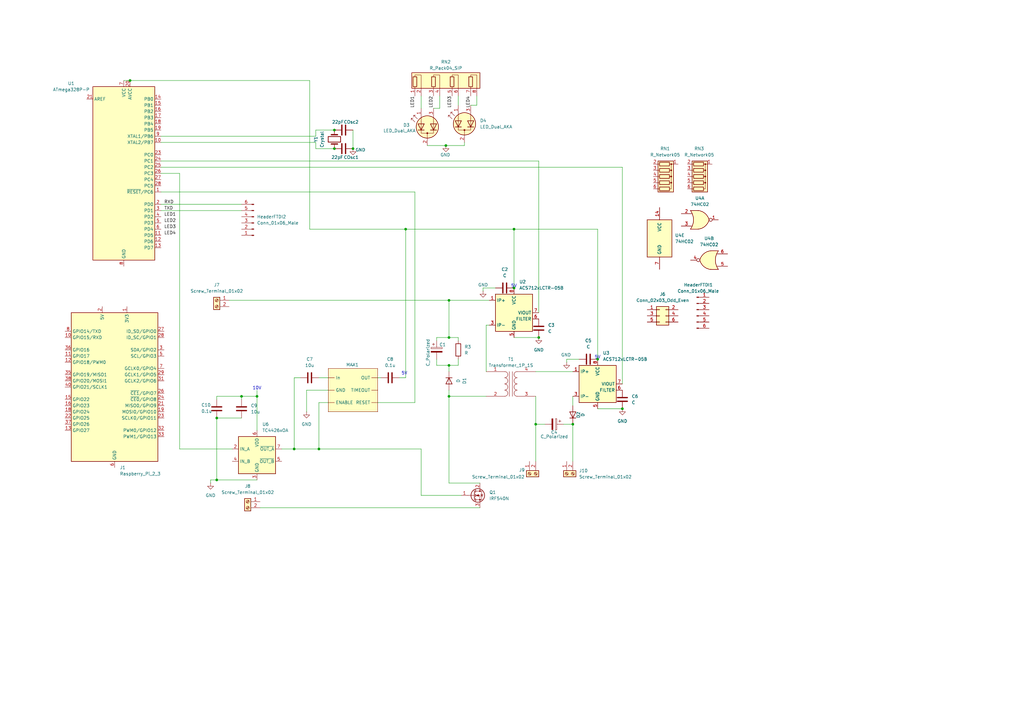
<source format=kicad_sch>
(kicad_sch
	(version 20250114)
	(generator "eeschema")
	(generator_version "9.0")
	(uuid "0b29418f-550d-492f-8df9-2382aed97979")
	(paper "A3")
	(lib_symbols
		(symbol "74xx:74HC02"
			(pin_names
				(offset 1.016)
			)
			(exclude_from_sim no)
			(in_bom yes)
			(on_board yes)
			(property "Reference" "U"
				(at 0 1.27 0)
				(effects
					(font
						(size 1.27 1.27)
					)
				)
			)
			(property "Value" "74HC02"
				(at 0 -1.27 0)
				(effects
					(font
						(size 1.27 1.27)
					)
				)
			)
			(property "Footprint" ""
				(at 0 0 0)
				(effects
					(font
						(size 1.27 1.27)
					)
					(hide yes)
				)
			)
			(property "Datasheet" "http://www.ti.com/lit/gpn/sn74hc02"
				(at 0 0 0)
				(effects
					(font
						(size 1.27 1.27)
					)
					(hide yes)
				)
			)
			(property "Description" "quad 2-input NOR gate"
				(at 0 0 0)
				(effects
					(font
						(size 1.27 1.27)
					)
					(hide yes)
				)
			)
			(property "ki_locked" ""
				(at 0 0 0)
				(effects
					(font
						(size 1.27 1.27)
					)
				)
			)
			(property "ki_keywords" "HCMOS Nor2"
				(at 0 0 0)
				(effects
					(font
						(size 1.27 1.27)
					)
					(hide yes)
				)
			)
			(property "ki_fp_filters" "SO14* DIP*W7.62mm*"
				(at 0 0 0)
				(effects
					(font
						(size 1.27 1.27)
					)
					(hide yes)
				)
			)
			(symbol "74HC02_1_1"
				(arc
					(start -3.81 3.81)
					(mid -2.589 0)
					(end -3.81 -3.81)
					(stroke
						(width 0.254)
						(type default)
					)
					(fill
						(type none)
					)
				)
				(polyline
					(pts
						(xy -3.81 3.81) (xy -0.635 3.81)
					)
					(stroke
						(width 0.254)
						(type default)
					)
					(fill
						(type background)
					)
				)
				(polyline
					(pts
						(xy -3.81 -3.81) (xy -0.635 -3.81)
					)
					(stroke
						(width 0.254)
						(type default)
					)
					(fill
						(type background)
					)
				)
				(arc
					(start 3.81 0)
					(mid 2.1855 -2.584)
					(end -0.6096 -3.81)
					(stroke
						(width 0.254)
						(type default)
					)
					(fill
						(type background)
					)
				)
				(arc
					(start -0.6096 3.81)
					(mid 2.1928 2.5924)
					(end 3.81 0)
					(stroke
						(width 0.254)
						(type default)
					)
					(fill
						(type background)
					)
				)
				(polyline
					(pts
						(xy -0.635 3.81) (xy -3.81 3.81) (xy -3.81 3.81) (xy -3.556 3.4036) (xy -3.0226 2.2606) (xy -2.6924 1.0414)
						(xy -2.6162 -0.254) (xy -2.7686 -1.4986) (xy -3.175 -2.7178) (xy -3.81 -3.81) (xy -3.81 -3.81)
						(xy -0.635 -3.81)
					)
					(stroke
						(width -25.4)
						(type default)
					)
					(fill
						(type background)
					)
				)
				(pin input line
					(at -7.62 2.54 0)
					(length 4.318)
					(name "~"
						(effects
							(font
								(size 1.27 1.27)
							)
						)
					)
					(number "2"
						(effects
							(font
								(size 1.27 1.27)
							)
						)
					)
				)
				(pin input line
					(at -7.62 -2.54 0)
					(length 4.318)
					(name "~"
						(effects
							(font
								(size 1.27 1.27)
							)
						)
					)
					(number "3"
						(effects
							(font
								(size 1.27 1.27)
							)
						)
					)
				)
				(pin output inverted
					(at 7.62 0 180)
					(length 3.81)
					(name "~"
						(effects
							(font
								(size 1.27 1.27)
							)
						)
					)
					(number "1"
						(effects
							(font
								(size 1.27 1.27)
							)
						)
					)
				)
			)
			(symbol "74HC02_1_2"
				(arc
					(start 0 3.81)
					(mid 3.7934 0)
					(end 0 -3.81)
					(stroke
						(width 0.254)
						(type default)
					)
					(fill
						(type background)
					)
				)
				(polyline
					(pts
						(xy 0 3.81) (xy -3.81 3.81) (xy -3.81 -3.81) (xy 0 -3.81)
					)
					(stroke
						(width 0.254)
						(type default)
					)
					(fill
						(type background)
					)
				)
				(pin input inverted
					(at -7.62 2.54 0)
					(length 3.81)
					(name "~"
						(effects
							(font
								(size 1.27 1.27)
							)
						)
					)
					(number "2"
						(effects
							(font
								(size 1.27 1.27)
							)
						)
					)
				)
				(pin input inverted
					(at -7.62 -2.54 0)
					(length 3.81)
					(name "~"
						(effects
							(font
								(size 1.27 1.27)
							)
						)
					)
					(number "3"
						(effects
							(font
								(size 1.27 1.27)
							)
						)
					)
				)
				(pin output line
					(at 7.62 0 180)
					(length 3.81)
					(name "~"
						(effects
							(font
								(size 1.27 1.27)
							)
						)
					)
					(number "1"
						(effects
							(font
								(size 1.27 1.27)
							)
						)
					)
				)
			)
			(symbol "74HC02_2_1"
				(arc
					(start -3.81 3.81)
					(mid -2.589 0)
					(end -3.81 -3.81)
					(stroke
						(width 0.254)
						(type default)
					)
					(fill
						(type none)
					)
				)
				(polyline
					(pts
						(xy -3.81 3.81) (xy -0.635 3.81)
					)
					(stroke
						(width 0.254)
						(type default)
					)
					(fill
						(type background)
					)
				)
				(polyline
					(pts
						(xy -3.81 -3.81) (xy -0.635 -3.81)
					)
					(stroke
						(width 0.254)
						(type default)
					)
					(fill
						(type background)
					)
				)
				(arc
					(start 3.81 0)
					(mid 2.1855 -2.584)
					(end -0.6096 -3.81)
					(stroke
						(width 0.254)
						(type default)
					)
					(fill
						(type background)
					)
				)
				(arc
					(start -0.6096 3.81)
					(mid 2.1928 2.5924)
					(end 3.81 0)
					(stroke
						(width 0.254)
						(type default)
					)
					(fill
						(type background)
					)
				)
				(polyline
					(pts
						(xy -0.635 3.81) (xy -3.81 3.81) (xy -3.81 3.81) (xy -3.556 3.4036) (xy -3.0226 2.2606) (xy -2.6924 1.0414)
						(xy -2.6162 -0.254) (xy -2.7686 -1.4986) (xy -3.175 -2.7178) (xy -3.81 -3.81) (xy -3.81 -3.81)
						(xy -0.635 -3.81)
					)
					(stroke
						(width -25.4)
						(type default)
					)
					(fill
						(type background)
					)
				)
				(pin input line
					(at -7.62 2.54 0)
					(length 4.318)
					(name "~"
						(effects
							(font
								(size 1.27 1.27)
							)
						)
					)
					(number "5"
						(effects
							(font
								(size 1.27 1.27)
							)
						)
					)
				)
				(pin input line
					(at -7.62 -2.54 0)
					(length 4.318)
					(name "~"
						(effects
							(font
								(size 1.27 1.27)
							)
						)
					)
					(number "6"
						(effects
							(font
								(size 1.27 1.27)
							)
						)
					)
				)
				(pin output inverted
					(at 7.62 0 180)
					(length 3.81)
					(name "~"
						(effects
							(font
								(size 1.27 1.27)
							)
						)
					)
					(number "4"
						(effects
							(font
								(size 1.27 1.27)
							)
						)
					)
				)
			)
			(symbol "74HC02_2_2"
				(arc
					(start 0 3.81)
					(mid 3.7934 0)
					(end 0 -3.81)
					(stroke
						(width 0.254)
						(type default)
					)
					(fill
						(type background)
					)
				)
				(polyline
					(pts
						(xy 0 3.81) (xy -3.81 3.81) (xy -3.81 -3.81) (xy 0 -3.81)
					)
					(stroke
						(width 0.254)
						(type default)
					)
					(fill
						(type background)
					)
				)
				(pin input inverted
					(at -7.62 2.54 0)
					(length 3.81)
					(name "~"
						(effects
							(font
								(size 1.27 1.27)
							)
						)
					)
					(number "5"
						(effects
							(font
								(size 1.27 1.27)
							)
						)
					)
				)
				(pin input inverted
					(at -7.62 -2.54 0)
					(length 3.81)
					(name "~"
						(effects
							(font
								(size 1.27 1.27)
							)
						)
					)
					(number "6"
						(effects
							(font
								(size 1.27 1.27)
							)
						)
					)
				)
				(pin output line
					(at 7.62 0 180)
					(length 3.81)
					(name "~"
						(effects
							(font
								(size 1.27 1.27)
							)
						)
					)
					(number "4"
						(effects
							(font
								(size 1.27 1.27)
							)
						)
					)
				)
			)
			(symbol "74HC02_3_1"
				(arc
					(start -3.81 3.81)
					(mid -2.589 0)
					(end -3.81 -3.81)
					(stroke
						(width 0.254)
						(type default)
					)
					(fill
						(type none)
					)
				)
				(polyline
					(pts
						(xy -3.81 3.81) (xy -0.635 3.81)
					)
					(stroke
						(width 0.254)
						(type default)
					)
					(fill
						(type background)
					)
				)
				(polyline
					(pts
						(xy -3.81 -3.81) (xy -0.635 -3.81)
					)
					(stroke
						(width 0.254)
						(type default)
					)
					(fill
						(type background)
					)
				)
				(arc
					(start 3.81 0)
					(mid 2.1855 -2.584)
					(end -0.6096 -3.81)
					(stroke
						(width 0.254)
						(type default)
					)
					(fill
						(type background)
					)
				)
				(arc
					(start -0.6096 3.81)
					(mid 2.1928 2.5924)
					(end 3.81 0)
					(stroke
						(width 0.254)
						(type default)
					)
					(fill
						(type background)
					)
				)
				(polyline
					(pts
						(xy -0.635 3.81) (xy -3.81 3.81) (xy -3.81 3.81) (xy -3.556 3.4036) (xy -3.0226 2.2606) (xy -2.6924 1.0414)
						(xy -2.6162 -0.254) (xy -2.7686 -1.4986) (xy -3.175 -2.7178) (xy -3.81 -3.81) (xy -3.81 -3.81)
						(xy -0.635 -3.81)
					)
					(stroke
						(width -25.4)
						(type default)
					)
					(fill
						(type background)
					)
				)
				(pin input line
					(at -7.62 2.54 0)
					(length 4.318)
					(name "~"
						(effects
							(font
								(size 1.27 1.27)
							)
						)
					)
					(number "8"
						(effects
							(font
								(size 1.27 1.27)
							)
						)
					)
				)
				(pin input line
					(at -7.62 -2.54 0)
					(length 4.318)
					(name "~"
						(effects
							(font
								(size 1.27 1.27)
							)
						)
					)
					(number "9"
						(effects
							(font
								(size 1.27 1.27)
							)
						)
					)
				)
				(pin output inverted
					(at 7.62 0 180)
					(length 3.81)
					(name "~"
						(effects
							(font
								(size 1.27 1.27)
							)
						)
					)
					(number "10"
						(effects
							(font
								(size 1.27 1.27)
							)
						)
					)
				)
			)
			(symbol "74HC02_3_2"
				(arc
					(start 0 3.81)
					(mid 3.7934 0)
					(end 0 -3.81)
					(stroke
						(width 0.254)
						(type default)
					)
					(fill
						(type background)
					)
				)
				(polyline
					(pts
						(xy 0 3.81) (xy -3.81 3.81) (xy -3.81 -3.81) (xy 0 -3.81)
					)
					(stroke
						(width 0.254)
						(type default)
					)
					(fill
						(type background)
					)
				)
				(pin input inverted
					(at -7.62 2.54 0)
					(length 3.81)
					(name "~"
						(effects
							(font
								(size 1.27 1.27)
							)
						)
					)
					(number "8"
						(effects
							(font
								(size 1.27 1.27)
							)
						)
					)
				)
				(pin input inverted
					(at -7.62 -2.54 0)
					(length 3.81)
					(name "~"
						(effects
							(font
								(size 1.27 1.27)
							)
						)
					)
					(number "9"
						(effects
							(font
								(size 1.27 1.27)
							)
						)
					)
				)
				(pin output line
					(at 7.62 0 180)
					(length 3.81)
					(name "~"
						(effects
							(font
								(size 1.27 1.27)
							)
						)
					)
					(number "10"
						(effects
							(font
								(size 1.27 1.27)
							)
						)
					)
				)
			)
			(symbol "74HC02_4_1"
				(arc
					(start -3.81 3.81)
					(mid -2.589 0)
					(end -3.81 -3.81)
					(stroke
						(width 0.254)
						(type default)
					)
					(fill
						(type none)
					)
				)
				(polyline
					(pts
						(xy -3.81 3.81) (xy -0.635 3.81)
					)
					(stroke
						(width 0.254)
						(type default)
					)
					(fill
						(type background)
					)
				)
				(polyline
					(pts
						(xy -3.81 -3.81) (xy -0.635 -3.81)
					)
					(stroke
						(width 0.254)
						(type default)
					)
					(fill
						(type background)
					)
				)
				(arc
					(start 3.81 0)
					(mid 2.1855 -2.584)
					(end -0.6096 -3.81)
					(stroke
						(width 0.254)
						(type default)
					)
					(fill
						(type background)
					)
				)
				(arc
					(start -0.6096 3.81)
					(mid 2.1928 2.5924)
					(end 3.81 0)
					(stroke
						(width 0.254)
						(type default)
					)
					(fill
						(type background)
					)
				)
				(polyline
					(pts
						(xy -0.635 3.81) (xy -3.81 3.81) (xy -3.81 3.81) (xy -3.556 3.4036) (xy -3.0226 2.2606) (xy -2.6924 1.0414)
						(xy -2.6162 -0.254) (xy -2.7686 -1.4986) (xy -3.175 -2.7178) (xy -3.81 -3.81) (xy -3.81 -3.81)
						(xy -0.635 -3.81)
					)
					(stroke
						(width -25.4)
						(type default)
					)
					(fill
						(type background)
					)
				)
				(pin input line
					(at -7.62 2.54 0)
					(length 4.318)
					(name "~"
						(effects
							(font
								(size 1.27 1.27)
							)
						)
					)
					(number "11"
						(effects
							(font
								(size 1.27 1.27)
							)
						)
					)
				)
				(pin input line
					(at -7.62 -2.54 0)
					(length 4.318)
					(name "~"
						(effects
							(font
								(size 1.27 1.27)
							)
						)
					)
					(number "12"
						(effects
							(font
								(size 1.27 1.27)
							)
						)
					)
				)
				(pin output inverted
					(at 7.62 0 180)
					(length 3.81)
					(name "~"
						(effects
							(font
								(size 1.27 1.27)
							)
						)
					)
					(number "13"
						(effects
							(font
								(size 1.27 1.27)
							)
						)
					)
				)
			)
			(symbol "74HC02_4_2"
				(arc
					(start 0 3.81)
					(mid 3.7934 0)
					(end 0 -3.81)
					(stroke
						(width 0.254)
						(type default)
					)
					(fill
						(type background)
					)
				)
				(polyline
					(pts
						(xy 0 3.81) (xy -3.81 3.81) (xy -3.81 -3.81) (xy 0 -3.81)
					)
					(stroke
						(width 0.254)
						(type default)
					)
					(fill
						(type background)
					)
				)
				(pin input inverted
					(at -7.62 2.54 0)
					(length 3.81)
					(name "~"
						(effects
							(font
								(size 1.27 1.27)
							)
						)
					)
					(number "11"
						(effects
							(font
								(size 1.27 1.27)
							)
						)
					)
				)
				(pin input inverted
					(at -7.62 -2.54 0)
					(length 3.81)
					(name "~"
						(effects
							(font
								(size 1.27 1.27)
							)
						)
					)
					(number "12"
						(effects
							(font
								(size 1.27 1.27)
							)
						)
					)
				)
				(pin output line
					(at 7.62 0 180)
					(length 3.81)
					(name "~"
						(effects
							(font
								(size 1.27 1.27)
							)
						)
					)
					(number "13"
						(effects
							(font
								(size 1.27 1.27)
							)
						)
					)
				)
			)
			(symbol "74HC02_5_0"
				(pin power_in line
					(at 0 12.7 270)
					(length 5.08)
					(name "VCC"
						(effects
							(font
								(size 1.27 1.27)
							)
						)
					)
					(number "14"
						(effects
							(font
								(size 1.27 1.27)
							)
						)
					)
				)
				(pin power_in line
					(at 0 -12.7 90)
					(length 5.08)
					(name "GND"
						(effects
							(font
								(size 1.27 1.27)
							)
						)
					)
					(number "7"
						(effects
							(font
								(size 1.27 1.27)
							)
						)
					)
				)
			)
			(symbol "74HC02_5_1"
				(rectangle
					(start -5.08 7.62)
					(end 5.08 -7.62)
					(stroke
						(width 0.254)
						(type default)
					)
					(fill
						(type background)
					)
				)
			)
			(embedded_fonts no)
		)
		(symbol "Connector:Raspberry_Pi_2_3"
			(exclude_from_sim no)
			(in_bom yes)
			(on_board yes)
			(property "Reference" "J"
				(at -17.78 31.75 0)
				(effects
					(font
						(size 1.27 1.27)
					)
					(justify left bottom)
				)
			)
			(property "Value" "Raspberry_Pi_2_3"
				(at 10.16 -31.75 0)
				(effects
					(font
						(size 1.27 1.27)
					)
					(justify left top)
				)
			)
			(property "Footprint" ""
				(at 0 0 0)
				(effects
					(font
						(size 1.27 1.27)
					)
					(hide yes)
				)
			)
			(property "Datasheet" "https://www.raspberrypi.org/documentation/hardware/raspberrypi/schematics/rpi_SCH_3bplus_1p0_reduced.pdf"
				(at 60.96 -44.45 0)
				(effects
					(font
						(size 1.27 1.27)
					)
					(hide yes)
				)
			)
			(property "Description" "expansion header for Raspberry Pi 2 & 3"
				(at 0 0 0)
				(effects
					(font
						(size 1.27 1.27)
					)
					(hide yes)
				)
			)
			(property "ki_keywords" "raspberrypi gpio"
				(at 0 0 0)
				(effects
					(font
						(size 1.27 1.27)
					)
					(hide yes)
				)
			)
			(property "ki_fp_filters" "PinHeader*2x20*P2.54mm*Vertical* PinSocket*2x20*P2.54mm*Vertical*"
				(at 0 0 0)
				(effects
					(font
						(size 1.27 1.27)
					)
					(hide yes)
				)
			)
			(symbol "Raspberry_Pi_2_3_0_1"
				(rectangle
					(start -17.78 30.48)
					(end 17.78 -30.48)
					(stroke
						(width 0.254)
						(type default)
					)
					(fill
						(type background)
					)
				)
			)
			(symbol "Raspberry_Pi_2_3_1_1"
				(pin bidirectional line
					(at -20.32 22.86 0)
					(length 2.54)
					(name "GPIO14/TXD"
						(effects
							(font
								(size 1.27 1.27)
							)
						)
					)
					(number "8"
						(effects
							(font
								(size 1.27 1.27)
							)
						)
					)
				)
				(pin bidirectional line
					(at -20.32 20.32 0)
					(length 2.54)
					(name "GPIO15/RXD"
						(effects
							(font
								(size 1.27 1.27)
							)
						)
					)
					(number "10"
						(effects
							(font
								(size 1.27 1.27)
							)
						)
					)
				)
				(pin bidirectional line
					(at -20.32 15.24 0)
					(length 2.54)
					(name "GPIO16"
						(effects
							(font
								(size 1.27 1.27)
							)
						)
					)
					(number "36"
						(effects
							(font
								(size 1.27 1.27)
							)
						)
					)
				)
				(pin bidirectional line
					(at -20.32 12.7 0)
					(length 2.54)
					(name "GPIO17"
						(effects
							(font
								(size 1.27 1.27)
							)
						)
					)
					(number "11"
						(effects
							(font
								(size 1.27 1.27)
							)
						)
					)
				)
				(pin bidirectional line
					(at -20.32 10.16 0)
					(length 2.54)
					(name "GPIO18/PWM0"
						(effects
							(font
								(size 1.27 1.27)
							)
						)
					)
					(number "12"
						(effects
							(font
								(size 1.27 1.27)
							)
						)
					)
				)
				(pin bidirectional line
					(at -20.32 5.08 0)
					(length 2.54)
					(name "GPIO19/MISO1"
						(effects
							(font
								(size 1.27 1.27)
							)
						)
					)
					(number "35"
						(effects
							(font
								(size 1.27 1.27)
							)
						)
					)
				)
				(pin bidirectional line
					(at -20.32 2.54 0)
					(length 2.54)
					(name "GPIO20/MOSI1"
						(effects
							(font
								(size 1.27 1.27)
							)
						)
					)
					(number "38"
						(effects
							(font
								(size 1.27 1.27)
							)
						)
					)
				)
				(pin bidirectional line
					(at -20.32 0 0)
					(length 2.54)
					(name "GPIO21/SCLK1"
						(effects
							(font
								(size 1.27 1.27)
							)
						)
					)
					(number "40"
						(effects
							(font
								(size 1.27 1.27)
							)
						)
					)
				)
				(pin bidirectional line
					(at -20.32 -5.08 0)
					(length 2.54)
					(name "GPIO22"
						(effects
							(font
								(size 1.27 1.27)
							)
						)
					)
					(number "15"
						(effects
							(font
								(size 1.27 1.27)
							)
						)
					)
				)
				(pin bidirectional line
					(at -20.32 -7.62 0)
					(length 2.54)
					(name "GPIO23"
						(effects
							(font
								(size 1.27 1.27)
							)
						)
					)
					(number "16"
						(effects
							(font
								(size 1.27 1.27)
							)
						)
					)
				)
				(pin bidirectional line
					(at -20.32 -10.16 0)
					(length 2.54)
					(name "GPIO24"
						(effects
							(font
								(size 1.27 1.27)
							)
						)
					)
					(number "18"
						(effects
							(font
								(size 1.27 1.27)
							)
						)
					)
				)
				(pin bidirectional line
					(at -20.32 -12.7 0)
					(length 2.54)
					(name "GPIO25"
						(effects
							(font
								(size 1.27 1.27)
							)
						)
					)
					(number "22"
						(effects
							(font
								(size 1.27 1.27)
							)
						)
					)
				)
				(pin bidirectional line
					(at -20.32 -15.24 0)
					(length 2.54)
					(name "GPIO26"
						(effects
							(font
								(size 1.27 1.27)
							)
						)
					)
					(number "37"
						(effects
							(font
								(size 1.27 1.27)
							)
						)
					)
				)
				(pin bidirectional line
					(at -20.32 -17.78 0)
					(length 2.54)
					(name "GPIO27"
						(effects
							(font
								(size 1.27 1.27)
							)
						)
					)
					(number "13"
						(effects
							(font
								(size 1.27 1.27)
							)
						)
					)
				)
				(pin power_in line
					(at -5.08 33.02 270)
					(length 2.54)
					(name "5V"
						(effects
							(font
								(size 1.27 1.27)
							)
						)
					)
					(number "2"
						(effects
							(font
								(size 1.27 1.27)
							)
						)
					)
				)
				(pin passive line
					(at -5.08 33.02 270)
					(length 2.54)
					(hide yes)
					(name "5V"
						(effects
							(font
								(size 1.27 1.27)
							)
						)
					)
					(number "4"
						(effects
							(font
								(size 1.27 1.27)
							)
						)
					)
				)
				(pin passive line
					(at 0 -33.02 90)
					(length 2.54)
					(hide yes)
					(name "GND"
						(effects
							(font
								(size 1.27 1.27)
							)
						)
					)
					(number "14"
						(effects
							(font
								(size 1.27 1.27)
							)
						)
					)
				)
				(pin passive line
					(at 0 -33.02 90)
					(length 2.54)
					(hide yes)
					(name "GND"
						(effects
							(font
								(size 1.27 1.27)
							)
						)
					)
					(number "20"
						(effects
							(font
								(size 1.27 1.27)
							)
						)
					)
				)
				(pin passive line
					(at 0 -33.02 90)
					(length 2.54)
					(hide yes)
					(name "GND"
						(effects
							(font
								(size 1.27 1.27)
							)
						)
					)
					(number "25"
						(effects
							(font
								(size 1.27 1.27)
							)
						)
					)
				)
				(pin passive line
					(at 0 -33.02 90)
					(length 2.54)
					(hide yes)
					(name "GND"
						(effects
							(font
								(size 1.27 1.27)
							)
						)
					)
					(number "30"
						(effects
							(font
								(size 1.27 1.27)
							)
						)
					)
				)
				(pin passive line
					(at 0 -33.02 90)
					(length 2.54)
					(hide yes)
					(name "GND"
						(effects
							(font
								(size 1.27 1.27)
							)
						)
					)
					(number "34"
						(effects
							(font
								(size 1.27 1.27)
							)
						)
					)
				)
				(pin passive line
					(at 0 -33.02 90)
					(length 2.54)
					(hide yes)
					(name "GND"
						(effects
							(font
								(size 1.27 1.27)
							)
						)
					)
					(number "39"
						(effects
							(font
								(size 1.27 1.27)
							)
						)
					)
				)
				(pin power_in line
					(at 0 -33.02 90)
					(length 2.54)
					(name "GND"
						(effects
							(font
								(size 1.27 1.27)
							)
						)
					)
					(number "6"
						(effects
							(font
								(size 1.27 1.27)
							)
						)
					)
				)
				(pin passive line
					(at 0 -33.02 90)
					(length 2.54)
					(hide yes)
					(name "GND"
						(effects
							(font
								(size 1.27 1.27)
							)
						)
					)
					(number "9"
						(effects
							(font
								(size 1.27 1.27)
							)
						)
					)
				)
				(pin power_in line
					(at 5.08 33.02 270)
					(length 2.54)
					(name "3V3"
						(effects
							(font
								(size 1.27 1.27)
							)
						)
					)
					(number "1"
						(effects
							(font
								(size 1.27 1.27)
							)
						)
					)
				)
				(pin passive line
					(at 5.08 33.02 270)
					(length 2.54)
					(hide yes)
					(name "3V3"
						(effects
							(font
								(size 1.27 1.27)
							)
						)
					)
					(number "17"
						(effects
							(font
								(size 1.27 1.27)
							)
						)
					)
				)
				(pin bidirectional line
					(at 20.32 22.86 180)
					(length 2.54)
					(name "ID_SD/GPIO0"
						(effects
							(font
								(size 1.27 1.27)
							)
						)
					)
					(number "27"
						(effects
							(font
								(size 1.27 1.27)
							)
						)
					)
				)
				(pin bidirectional line
					(at 20.32 20.32 180)
					(length 2.54)
					(name "ID_SC/GPIO1"
						(effects
							(font
								(size 1.27 1.27)
							)
						)
					)
					(number "28"
						(effects
							(font
								(size 1.27 1.27)
							)
						)
					)
				)
				(pin bidirectional line
					(at 20.32 15.24 180)
					(length 2.54)
					(name "SDA/GPIO2"
						(effects
							(font
								(size 1.27 1.27)
							)
						)
					)
					(number "3"
						(effects
							(font
								(size 1.27 1.27)
							)
						)
					)
				)
				(pin bidirectional line
					(at 20.32 12.7 180)
					(length 2.54)
					(name "SCL/GPIO3"
						(effects
							(font
								(size 1.27 1.27)
							)
						)
					)
					(number "5"
						(effects
							(font
								(size 1.27 1.27)
							)
						)
					)
				)
				(pin bidirectional line
					(at 20.32 7.62 180)
					(length 2.54)
					(name "GCLK0/GPIO4"
						(effects
							(font
								(size 1.27 1.27)
							)
						)
					)
					(number "7"
						(effects
							(font
								(size 1.27 1.27)
							)
						)
					)
				)
				(pin bidirectional line
					(at 20.32 5.08 180)
					(length 2.54)
					(name "GCLK1/GPIO5"
						(effects
							(font
								(size 1.27 1.27)
							)
						)
					)
					(number "29"
						(effects
							(font
								(size 1.27 1.27)
							)
						)
					)
				)
				(pin bidirectional line
					(at 20.32 2.54 180)
					(length 2.54)
					(name "GCLK2/GPIO6"
						(effects
							(font
								(size 1.27 1.27)
							)
						)
					)
					(number "31"
						(effects
							(font
								(size 1.27 1.27)
							)
						)
					)
				)
				(pin bidirectional line
					(at 20.32 -2.54 180)
					(length 2.54)
					(name "~{CE1}/GPIO7"
						(effects
							(font
								(size 1.27 1.27)
							)
						)
					)
					(number "26"
						(effects
							(font
								(size 1.27 1.27)
							)
						)
					)
				)
				(pin bidirectional line
					(at 20.32 -5.08 180)
					(length 2.54)
					(name "~{CE0}/GPIO8"
						(effects
							(font
								(size 1.27 1.27)
							)
						)
					)
					(number "24"
						(effects
							(font
								(size 1.27 1.27)
							)
						)
					)
				)
				(pin bidirectional line
					(at 20.32 -7.62 180)
					(length 2.54)
					(name "MISO0/GPIO9"
						(effects
							(font
								(size 1.27 1.27)
							)
						)
					)
					(number "21"
						(effects
							(font
								(size 1.27 1.27)
							)
						)
					)
				)
				(pin bidirectional line
					(at 20.32 -10.16 180)
					(length 2.54)
					(name "MOSI0/GPIO10"
						(effects
							(font
								(size 1.27 1.27)
							)
						)
					)
					(number "19"
						(effects
							(font
								(size 1.27 1.27)
							)
						)
					)
				)
				(pin bidirectional line
					(at 20.32 -12.7 180)
					(length 2.54)
					(name "SCLK0/GPIO11"
						(effects
							(font
								(size 1.27 1.27)
							)
						)
					)
					(number "23"
						(effects
							(font
								(size 1.27 1.27)
							)
						)
					)
				)
				(pin bidirectional line
					(at 20.32 -17.78 180)
					(length 2.54)
					(name "PWM0/GPIO12"
						(effects
							(font
								(size 1.27 1.27)
							)
						)
					)
					(number "32"
						(effects
							(font
								(size 1.27 1.27)
							)
						)
					)
				)
				(pin bidirectional line
					(at 20.32 -20.32 180)
					(length 2.54)
					(name "PWM1/GPIO13"
						(effects
							(font
								(size 1.27 1.27)
							)
						)
					)
					(number "33"
						(effects
							(font
								(size 1.27 1.27)
							)
						)
					)
				)
			)
			(embedded_fonts no)
		)
		(symbol "Connector:Screw_Terminal_01x02"
			(pin_names
				(offset 1.016)
				(hide yes)
			)
			(exclude_from_sim no)
			(in_bom yes)
			(on_board yes)
			(property "Reference" "J"
				(at 0 2.54 0)
				(effects
					(font
						(size 1.27 1.27)
					)
				)
			)
			(property "Value" "Screw_Terminal_01x02"
				(at 0 -5.08 0)
				(effects
					(font
						(size 1.27 1.27)
					)
				)
			)
			(property "Footprint" ""
				(at 0 0 0)
				(effects
					(font
						(size 1.27 1.27)
					)
					(hide yes)
				)
			)
			(property "Datasheet" "~"
				(at 0 0 0)
				(effects
					(font
						(size 1.27 1.27)
					)
					(hide yes)
				)
			)
			(property "Description" "Generic screw terminal, single row, 01x02, script generated (kicad-library-utils/schlib/autogen/connector/)"
				(at 0 0 0)
				(effects
					(font
						(size 1.27 1.27)
					)
					(hide yes)
				)
			)
			(property "ki_keywords" "screw terminal"
				(at 0 0 0)
				(effects
					(font
						(size 1.27 1.27)
					)
					(hide yes)
				)
			)
			(property "ki_fp_filters" "TerminalBlock*:*"
				(at 0 0 0)
				(effects
					(font
						(size 1.27 1.27)
					)
					(hide yes)
				)
			)
			(symbol "Screw_Terminal_01x02_1_1"
				(rectangle
					(start -1.27 1.27)
					(end 1.27 -3.81)
					(stroke
						(width 0.254)
						(type default)
					)
					(fill
						(type background)
					)
				)
				(polyline
					(pts
						(xy -0.5334 0.3302) (xy 0.3302 -0.508)
					)
					(stroke
						(width 0.1524)
						(type default)
					)
					(fill
						(type none)
					)
				)
				(polyline
					(pts
						(xy -0.5334 -2.2098) (xy 0.3302 -3.048)
					)
					(stroke
						(width 0.1524)
						(type default)
					)
					(fill
						(type none)
					)
				)
				(polyline
					(pts
						(xy -0.3556 0.508) (xy 0.508 -0.3302)
					)
					(stroke
						(width 0.1524)
						(type default)
					)
					(fill
						(type none)
					)
				)
				(polyline
					(pts
						(xy -0.3556 -2.032) (xy 0.508 -2.8702)
					)
					(stroke
						(width 0.1524)
						(type default)
					)
					(fill
						(type none)
					)
				)
				(circle
					(center 0 0)
					(radius 0.635)
					(stroke
						(width 0.1524)
						(type default)
					)
					(fill
						(type none)
					)
				)
				(circle
					(center 0 -2.54)
					(radius 0.635)
					(stroke
						(width 0.1524)
						(type default)
					)
					(fill
						(type none)
					)
				)
				(pin passive line
					(at -5.08 0 0)
					(length 3.81)
					(name "Pin_1"
						(effects
							(font
								(size 1.27 1.27)
							)
						)
					)
					(number "1"
						(effects
							(font
								(size 1.27 1.27)
							)
						)
					)
				)
				(pin passive line
					(at -5.08 -2.54 0)
					(length 3.81)
					(name "Pin_2"
						(effects
							(font
								(size 1.27 1.27)
							)
						)
					)
					(number "2"
						(effects
							(font
								(size 1.27 1.27)
							)
						)
					)
				)
			)
			(embedded_fonts no)
		)
		(symbol "Connector_Generic:Conn_02x03_Odd_Even"
			(pin_names
				(offset 1.016)
				(hide yes)
			)
			(exclude_from_sim no)
			(in_bom yes)
			(on_board yes)
			(property "Reference" "J"
				(at 1.27 5.08 0)
				(effects
					(font
						(size 1.27 1.27)
					)
				)
			)
			(property "Value" "Conn_02x03_Odd_Even"
				(at 1.27 -5.08 0)
				(effects
					(font
						(size 1.27 1.27)
					)
				)
			)
			(property "Footprint" ""
				(at 0 0 0)
				(effects
					(font
						(size 1.27 1.27)
					)
					(hide yes)
				)
			)
			(property "Datasheet" "~"
				(at 0 0 0)
				(effects
					(font
						(size 1.27 1.27)
					)
					(hide yes)
				)
			)
			(property "Description" "Generic connector, double row, 02x03, odd/even pin numbering scheme (row 1 odd numbers, row 2 even numbers), script generated (kicad-library-utils/schlib/autogen/connector/)"
				(at 0 0 0)
				(effects
					(font
						(size 1.27 1.27)
					)
					(hide yes)
				)
			)
			(property "ki_keywords" "connector"
				(at 0 0 0)
				(effects
					(font
						(size 1.27 1.27)
					)
					(hide yes)
				)
			)
			(property "ki_fp_filters" "Connector*:*_2x??_*"
				(at 0 0 0)
				(effects
					(font
						(size 1.27 1.27)
					)
					(hide yes)
				)
			)
			(symbol "Conn_02x03_Odd_Even_1_1"
				(rectangle
					(start -1.27 3.81)
					(end 3.81 -3.81)
					(stroke
						(width 0.254)
						(type default)
					)
					(fill
						(type background)
					)
				)
				(rectangle
					(start -1.27 2.667)
					(end 0 2.413)
					(stroke
						(width 0.1524)
						(type default)
					)
					(fill
						(type none)
					)
				)
				(rectangle
					(start -1.27 0.127)
					(end 0 -0.127)
					(stroke
						(width 0.1524)
						(type default)
					)
					(fill
						(type none)
					)
				)
				(rectangle
					(start -1.27 -2.413)
					(end 0 -2.667)
					(stroke
						(width 0.1524)
						(type default)
					)
					(fill
						(type none)
					)
				)
				(rectangle
					(start 3.81 2.667)
					(end 2.54 2.413)
					(stroke
						(width 0.1524)
						(type default)
					)
					(fill
						(type none)
					)
				)
				(rectangle
					(start 3.81 0.127)
					(end 2.54 -0.127)
					(stroke
						(width 0.1524)
						(type default)
					)
					(fill
						(type none)
					)
				)
				(rectangle
					(start 3.81 -2.413)
					(end 2.54 -2.667)
					(stroke
						(width 0.1524)
						(type default)
					)
					(fill
						(type none)
					)
				)
				(pin passive line
					(at -5.08 2.54 0)
					(length 3.81)
					(name "Pin_1"
						(effects
							(font
								(size 1.27 1.27)
							)
						)
					)
					(number "1"
						(effects
							(font
								(size 1.27 1.27)
							)
						)
					)
				)
				(pin passive line
					(at -5.08 0 0)
					(length 3.81)
					(name "Pin_3"
						(effects
							(font
								(size 1.27 1.27)
							)
						)
					)
					(number "3"
						(effects
							(font
								(size 1.27 1.27)
							)
						)
					)
				)
				(pin passive line
					(at -5.08 -2.54 0)
					(length 3.81)
					(name "Pin_5"
						(effects
							(font
								(size 1.27 1.27)
							)
						)
					)
					(number "5"
						(effects
							(font
								(size 1.27 1.27)
							)
						)
					)
				)
				(pin passive line
					(at 7.62 2.54 180)
					(length 3.81)
					(name "Pin_2"
						(effects
							(font
								(size 1.27 1.27)
							)
						)
					)
					(number "2"
						(effects
							(font
								(size 1.27 1.27)
							)
						)
					)
				)
				(pin passive line
					(at 7.62 0 180)
					(length 3.81)
					(name "Pin_4"
						(effects
							(font
								(size 1.27 1.27)
							)
						)
					)
					(number "4"
						(effects
							(font
								(size 1.27 1.27)
							)
						)
					)
				)
				(pin passive line
					(at 7.62 -2.54 180)
					(length 3.81)
					(name "Pin_6"
						(effects
							(font
								(size 1.27 1.27)
							)
						)
					)
					(number "6"
						(effects
							(font
								(size 1.27 1.27)
							)
						)
					)
				)
			)
			(embedded_fonts no)
		)
		(symbol "Device:C"
			(pin_numbers
				(hide yes)
			)
			(pin_names
				(offset 0.254)
			)
			(exclude_from_sim no)
			(in_bom yes)
			(on_board yes)
			(property "Reference" "C"
				(at 0.635 2.54 0)
				(effects
					(font
						(size 1.27 1.27)
					)
					(justify left)
				)
			)
			(property "Value" "C"
				(at 0.635 -2.54 0)
				(effects
					(font
						(size 1.27 1.27)
					)
					(justify left)
				)
			)
			(property "Footprint" ""
				(at 0.9652 -3.81 0)
				(effects
					(font
						(size 1.27 1.27)
					)
					(hide yes)
				)
			)
			(property "Datasheet" "~"
				(at 0 0 0)
				(effects
					(font
						(size 1.27 1.27)
					)
					(hide yes)
				)
			)
			(property "Description" "Unpolarized capacitor"
				(at 0 0 0)
				(effects
					(font
						(size 1.27 1.27)
					)
					(hide yes)
				)
			)
			(property "ki_keywords" "cap capacitor"
				(at 0 0 0)
				(effects
					(font
						(size 1.27 1.27)
					)
					(hide yes)
				)
			)
			(property "ki_fp_filters" "C_*"
				(at 0 0 0)
				(effects
					(font
						(size 1.27 1.27)
					)
					(hide yes)
				)
			)
			(symbol "C_0_1"
				(polyline
					(pts
						(xy -2.032 0.762) (xy 2.032 0.762)
					)
					(stroke
						(width 0.508)
						(type default)
					)
					(fill
						(type none)
					)
				)
				(polyline
					(pts
						(xy -2.032 -0.762) (xy 2.032 -0.762)
					)
					(stroke
						(width 0.508)
						(type default)
					)
					(fill
						(type none)
					)
				)
			)
			(symbol "C_1_1"
				(pin passive line
					(at 0 3.81 270)
					(length 2.794)
					(name "~"
						(effects
							(font
								(size 1.27 1.27)
							)
						)
					)
					(number "1"
						(effects
							(font
								(size 1.27 1.27)
							)
						)
					)
				)
				(pin passive line
					(at 0 -3.81 90)
					(length 2.794)
					(name "~"
						(effects
							(font
								(size 1.27 1.27)
							)
						)
					)
					(number "2"
						(effects
							(font
								(size 1.27 1.27)
							)
						)
					)
				)
			)
			(embedded_fonts no)
		)
		(symbol "Device:C_Polarized"
			(pin_numbers
				(hide yes)
			)
			(pin_names
				(offset 0.254)
			)
			(exclude_from_sim no)
			(in_bom yes)
			(on_board yes)
			(property "Reference" "C"
				(at 0.635 2.54 0)
				(effects
					(font
						(size 1.27 1.27)
					)
					(justify left)
				)
			)
			(property "Value" "C_Polarized"
				(at 0.635 -2.54 0)
				(effects
					(font
						(size 1.27 1.27)
					)
					(justify left)
				)
			)
			(property "Footprint" ""
				(at 0.9652 -3.81 0)
				(effects
					(font
						(size 1.27 1.27)
					)
					(hide yes)
				)
			)
			(property "Datasheet" "~"
				(at 0 0 0)
				(effects
					(font
						(size 1.27 1.27)
					)
					(hide yes)
				)
			)
			(property "Description" "Polarized capacitor"
				(at 0 0 0)
				(effects
					(font
						(size 1.27 1.27)
					)
					(hide yes)
				)
			)
			(property "ki_keywords" "cap capacitor"
				(at 0 0 0)
				(effects
					(font
						(size 1.27 1.27)
					)
					(hide yes)
				)
			)
			(property "ki_fp_filters" "CP_*"
				(at 0 0 0)
				(effects
					(font
						(size 1.27 1.27)
					)
					(hide yes)
				)
			)
			(symbol "C_Polarized_0_1"
				(rectangle
					(start -2.286 0.508)
					(end 2.286 1.016)
					(stroke
						(width 0)
						(type default)
					)
					(fill
						(type none)
					)
				)
				(polyline
					(pts
						(xy -1.778 2.286) (xy -0.762 2.286)
					)
					(stroke
						(width 0)
						(type default)
					)
					(fill
						(type none)
					)
				)
				(polyline
					(pts
						(xy -1.27 2.794) (xy -1.27 1.778)
					)
					(stroke
						(width 0)
						(type default)
					)
					(fill
						(type none)
					)
				)
				(rectangle
					(start 2.286 -0.508)
					(end -2.286 -1.016)
					(stroke
						(width 0)
						(type default)
					)
					(fill
						(type outline)
					)
				)
			)
			(symbol "C_Polarized_1_1"
				(pin passive line
					(at 0 3.81 270)
					(length 2.794)
					(name "~"
						(effects
							(font
								(size 1.27 1.27)
							)
						)
					)
					(number "1"
						(effects
							(font
								(size 1.27 1.27)
							)
						)
					)
				)
				(pin passive line
					(at 0 -3.81 90)
					(length 2.794)
					(name "~"
						(effects
							(font
								(size 1.27 1.27)
							)
						)
					)
					(number "2"
						(effects
							(font
								(size 1.27 1.27)
							)
						)
					)
				)
			)
			(embedded_fonts no)
		)
		(symbol "Device:D"
			(pin_numbers
				(hide yes)
			)
			(pin_names
				(offset 1.016)
				(hide yes)
			)
			(exclude_from_sim no)
			(in_bom yes)
			(on_board yes)
			(property "Reference" "D"
				(at 0 2.54 0)
				(effects
					(font
						(size 1.27 1.27)
					)
				)
			)
			(property "Value" "D"
				(at 0 -2.54 0)
				(effects
					(font
						(size 1.27 1.27)
					)
				)
			)
			(property "Footprint" ""
				(at 0 0 0)
				(effects
					(font
						(size 1.27 1.27)
					)
					(hide yes)
				)
			)
			(property "Datasheet" "~"
				(at 0 0 0)
				(effects
					(font
						(size 1.27 1.27)
					)
					(hide yes)
				)
			)
			(property "Description" "Diode"
				(at 0 0 0)
				(effects
					(font
						(size 1.27 1.27)
					)
					(hide yes)
				)
			)
			(property "Sim.Device" "D"
				(at 0 0 0)
				(effects
					(font
						(size 1.27 1.27)
					)
					(hide yes)
				)
			)
			(property "Sim.Pins" "1=K 2=A"
				(at 0 0 0)
				(effects
					(font
						(size 1.27 1.27)
					)
					(hide yes)
				)
			)
			(property "ki_keywords" "diode"
				(at 0 0 0)
				(effects
					(font
						(size 1.27 1.27)
					)
					(hide yes)
				)
			)
			(property "ki_fp_filters" "TO-???* *_Diode_* *SingleDiode* D_*"
				(at 0 0 0)
				(effects
					(font
						(size 1.27 1.27)
					)
					(hide yes)
				)
			)
			(symbol "D_0_1"
				(polyline
					(pts
						(xy -1.27 1.27) (xy -1.27 -1.27)
					)
					(stroke
						(width 0.254)
						(type default)
					)
					(fill
						(type none)
					)
				)
				(polyline
					(pts
						(xy 1.27 1.27) (xy 1.27 -1.27) (xy -1.27 0) (xy 1.27 1.27)
					)
					(stroke
						(width 0.254)
						(type default)
					)
					(fill
						(type none)
					)
				)
				(polyline
					(pts
						(xy 1.27 0) (xy -1.27 0)
					)
					(stroke
						(width 0)
						(type default)
					)
					(fill
						(type none)
					)
				)
			)
			(symbol "D_1_1"
				(pin passive line
					(at -3.81 0 0)
					(length 2.54)
					(name "K"
						(effects
							(font
								(size 1.27 1.27)
							)
						)
					)
					(number "1"
						(effects
							(font
								(size 1.27 1.27)
							)
						)
					)
				)
				(pin passive line
					(at 3.81 0 180)
					(length 2.54)
					(name "A"
						(effects
							(font
								(size 1.27 1.27)
							)
						)
					)
					(number "2"
						(effects
							(font
								(size 1.27 1.27)
							)
						)
					)
				)
			)
			(embedded_fonts no)
		)
		(symbol "Device:LED_Dual_AKA"
			(pin_names
				(offset 0)
				(hide yes)
			)
			(exclude_from_sim no)
			(in_bom yes)
			(on_board yes)
			(property "Reference" "D"
				(at 0 5.715 0)
				(effects
					(font
						(size 1.27 1.27)
					)
				)
			)
			(property "Value" "LED_Dual_AKA"
				(at 0 -6.35 0)
				(effects
					(font
						(size 1.27 1.27)
					)
				)
			)
			(property "Footprint" ""
				(at 0 0 0)
				(effects
					(font
						(size 1.27 1.27)
					)
					(hide yes)
				)
			)
			(property "Datasheet" "~"
				(at 0 0 0)
				(effects
					(font
						(size 1.27 1.27)
					)
					(hide yes)
				)
			)
			(property "Description" "Dual LED, common cathode on pin 2"
				(at 0 0 0)
				(effects
					(font
						(size 1.27 1.27)
					)
					(hide yes)
				)
			)
			(property "ki_keywords" "LED diode bicolor dual"
				(at 0 0 0)
				(effects
					(font
						(size 1.27 1.27)
					)
					(hide yes)
				)
			)
			(property "ki_fp_filters" "LED* LED_SMD:* LED_THT:*"
				(at 0 0 0)
				(effects
					(font
						(size 1.27 1.27)
					)
					(hide yes)
				)
			)
			(symbol "LED_Dual_AKA_0_1"
				(polyline
					(pts
						(xy -4.572 0) (xy -2.54 0)
					)
					(stroke
						(width 0)
						(type default)
					)
					(fill
						(type none)
					)
				)
				(circle
					(center -2.54 0)
					(radius 0.2794)
					(stroke
						(width 0)
						(type default)
					)
					(fill
						(type outline)
					)
				)
				(polyline
					(pts
						(xy -1.27 1.27) (xy -1.27 3.81)
					)
					(stroke
						(width 0.254)
						(type default)
					)
					(fill
						(type none)
					)
				)
				(polyline
					(pts
						(xy -1.27 -1.27) (xy -1.27 -3.81)
					)
					(stroke
						(width 0.254)
						(type default)
					)
					(fill
						(type none)
					)
				)
				(circle
					(center 0 0)
					(radius 4.572)
					(stroke
						(width 0.254)
						(type default)
					)
					(fill
						(type background)
					)
				)
				(polyline
					(pts
						(xy 1.27 1.27) (xy 1.27 3.81) (xy -1.27 2.54) (xy 1.27 1.27)
					)
					(stroke
						(width 0.254)
						(type default)
					)
					(fill
						(type none)
					)
				)
				(polyline
					(pts
						(xy 1.27 -3.81) (xy 1.27 -1.27) (xy -1.27 -2.54) (xy 1.27 -3.81)
					)
					(stroke
						(width 0.254)
						(type default)
					)
					(fill
						(type none)
					)
				)
				(polyline
					(pts
						(xy 2.032 5.08) (xy 3.556 6.604) (xy 2.794 6.604) (xy 3.556 6.604) (xy 3.556 5.842)
					)
					(stroke
						(width 0)
						(type default)
					)
					(fill
						(type none)
					)
				)
				(polyline
					(pts
						(xy 2.032 2.54) (xy -2.54 2.54) (xy -2.54 -2.54) (xy 2.032 -2.54)
					)
					(stroke
						(width 0)
						(type default)
					)
					(fill
						(type none)
					)
				)
				(polyline
					(pts
						(xy 3.302 4.064) (xy 4.826 5.588) (xy 4.064 5.588) (xy 4.826 5.588) (xy 4.826 4.826)
					)
					(stroke
						(width 0)
						(type default)
					)
					(fill
						(type none)
					)
				)
				(polyline
					(pts
						(xy 3.81 2.54) (xy 1.905 2.54)
					)
					(stroke
						(width 0)
						(type default)
					)
					(fill
						(type none)
					)
				)
				(polyline
					(pts
						(xy 3.81 -2.54) (xy 1.905 -2.54)
					)
					(stroke
						(width 0)
						(type default)
					)
					(fill
						(type none)
					)
				)
			)
			(symbol "LED_Dual_AKA_1_1"
				(pin input line
					(at -7.62 0 0)
					(length 3.048)
					(name "K"
						(effects
							(font
								(size 1.27 1.27)
							)
						)
					)
					(number "2"
						(effects
							(font
								(size 1.27 1.27)
							)
						)
					)
				)
				(pin input line
					(at 7.62 2.54 180)
					(length 3.81)
					(name "A1"
						(effects
							(font
								(size 1.27 1.27)
							)
						)
					)
					(number "1"
						(effects
							(font
								(size 1.27 1.27)
							)
						)
					)
				)
				(pin input line
					(at 7.62 -2.54 180)
					(length 3.81)
					(name "A2"
						(effects
							(font
								(size 1.27 1.27)
							)
						)
					)
					(number "3"
						(effects
							(font
								(size 1.27 1.27)
							)
						)
					)
				)
			)
			(embedded_fonts no)
		)
		(symbol "Device:R"
			(pin_numbers
				(hide yes)
			)
			(pin_names
				(offset 0)
			)
			(exclude_from_sim no)
			(in_bom yes)
			(on_board yes)
			(property "Reference" "R"
				(at 2.032 0 90)
				(effects
					(font
						(size 1.27 1.27)
					)
				)
			)
			(property "Value" "R"
				(at 0 0 90)
				(effects
					(font
						(size 1.27 1.27)
					)
				)
			)
			(property "Footprint" ""
				(at -1.778 0 90)
				(effects
					(font
						(size 1.27 1.27)
					)
					(hide yes)
				)
			)
			(property "Datasheet" "~"
				(at 0 0 0)
				(effects
					(font
						(size 1.27 1.27)
					)
					(hide yes)
				)
			)
			(property "Description" "Resistor"
				(at 0 0 0)
				(effects
					(font
						(size 1.27 1.27)
					)
					(hide yes)
				)
			)
			(property "ki_keywords" "R res resistor"
				(at 0 0 0)
				(effects
					(font
						(size 1.27 1.27)
					)
					(hide yes)
				)
			)
			(property "ki_fp_filters" "R_*"
				(at 0 0 0)
				(effects
					(font
						(size 1.27 1.27)
					)
					(hide yes)
				)
			)
			(symbol "R_0_1"
				(rectangle
					(start -1.016 -2.54)
					(end 1.016 2.54)
					(stroke
						(width 0.254)
						(type default)
					)
					(fill
						(type none)
					)
				)
			)
			(symbol "R_1_1"
				(pin passive line
					(at 0 3.81 270)
					(length 1.27)
					(name "~"
						(effects
							(font
								(size 1.27 1.27)
							)
						)
					)
					(number "1"
						(effects
							(font
								(size 1.27 1.27)
							)
						)
					)
				)
				(pin passive line
					(at 0 -3.81 90)
					(length 1.27)
					(name "~"
						(effects
							(font
								(size 1.27 1.27)
							)
						)
					)
					(number "2"
						(effects
							(font
								(size 1.27 1.27)
							)
						)
					)
				)
			)
			(embedded_fonts no)
		)
		(symbol "Device:R_Network05"
			(pin_names
				(offset 0)
				(hide yes)
			)
			(exclude_from_sim no)
			(in_bom yes)
			(on_board yes)
			(property "Reference" "RN"
				(at -7.62 0 90)
				(effects
					(font
						(size 1.27 1.27)
					)
				)
			)
			(property "Value" "R_Network05"
				(at 7.62 0 90)
				(effects
					(font
						(size 1.27 1.27)
					)
				)
			)
			(property "Footprint" "Resistor_THT:R_Array_SIP6"
				(at 9.525 0 90)
				(effects
					(font
						(size 1.27 1.27)
					)
					(hide yes)
				)
			)
			(property "Datasheet" "http://www.vishay.com/docs/31509/csc.pdf"
				(at 0 0 0)
				(effects
					(font
						(size 1.27 1.27)
					)
					(hide yes)
				)
			)
			(property "Description" "5 resistor network, star topology, bussed resistors, small symbol"
				(at 0 0 0)
				(effects
					(font
						(size 1.27 1.27)
					)
					(hide yes)
				)
			)
			(property "ki_keywords" "R network star-topology"
				(at 0 0 0)
				(effects
					(font
						(size 1.27 1.27)
					)
					(hide yes)
				)
			)
			(property "ki_fp_filters" "R?Array?SIP*"
				(at 0 0 0)
				(effects
					(font
						(size 1.27 1.27)
					)
					(hide yes)
				)
			)
			(symbol "R_Network05_0_1"
				(rectangle
					(start -6.35 -3.175)
					(end 6.35 3.175)
					(stroke
						(width 0.254)
						(type default)
					)
					(fill
						(type background)
					)
				)
				(rectangle
					(start -5.842 1.524)
					(end -4.318 -2.54)
					(stroke
						(width 0.254)
						(type default)
					)
					(fill
						(type none)
					)
				)
				(circle
					(center -5.08 2.286)
					(radius 0.254)
					(stroke
						(width 0)
						(type default)
					)
					(fill
						(type outline)
					)
				)
				(polyline
					(pts
						(xy -5.08 1.524) (xy -5.08 2.286) (xy -2.54 2.286) (xy -2.54 1.524)
					)
					(stroke
						(width 0)
						(type default)
					)
					(fill
						(type none)
					)
				)
				(polyline
					(pts
						(xy -5.08 -2.54) (xy -5.08 -3.81)
					)
					(stroke
						(width 0)
						(type default)
					)
					(fill
						(type none)
					)
				)
				(rectangle
					(start -3.302 1.524)
					(end -1.778 -2.54)
					(stroke
						(width 0.254)
						(type default)
					)
					(fill
						(type none)
					)
				)
				(circle
					(center -2.54 2.286)
					(radius 0.254)
					(stroke
						(width 0)
						(type default)
					)
					(fill
						(type outline)
					)
				)
				(polyline
					(pts
						(xy -2.54 1.524) (xy -2.54 2.286) (xy 0 2.286) (xy 0 1.524)
					)
					(stroke
						(width 0)
						(type default)
					)
					(fill
						(type none)
					)
				)
				(polyline
					(pts
						(xy -2.54 -2.54) (xy -2.54 -3.81)
					)
					(stroke
						(width 0)
						(type default)
					)
					(fill
						(type none)
					)
				)
				(rectangle
					(start -0.762 1.524)
					(end 0.762 -2.54)
					(stroke
						(width 0.254)
						(type default)
					)
					(fill
						(type none)
					)
				)
				(circle
					(center 0 2.286)
					(radius 0.254)
					(stroke
						(width 0)
						(type default)
					)
					(fill
						(type outline)
					)
				)
				(polyline
					(pts
						(xy 0 1.524) (xy 0 2.286) (xy 2.54 2.286) (xy 2.54 1.524)
					)
					(stroke
						(width 0)
						(type default)
					)
					(fill
						(type none)
					)
				)
				(polyline
					(pts
						(xy 0 -2.54) (xy 0 -3.81)
					)
					(stroke
						(width 0)
						(type default)
					)
					(fill
						(type none)
					)
				)
				(rectangle
					(start 1.778 1.524)
					(end 3.302 -2.54)
					(stroke
						(width 0.254)
						(type default)
					)
					(fill
						(type none)
					)
				)
				(circle
					(center 2.54 2.286)
					(radius 0.254)
					(stroke
						(width 0)
						(type default)
					)
					(fill
						(type outline)
					)
				)
				(polyline
					(pts
						(xy 2.54 1.524) (xy 2.54 2.286) (xy 5.08 2.286) (xy 5.08 1.524)
					)
					(stroke
						(width 0)
						(type default)
					)
					(fill
						(type none)
					)
				)
				(polyline
					(pts
						(xy 2.54 -2.54) (xy 2.54 -3.81)
					)
					(stroke
						(width 0)
						(type default)
					)
					(fill
						(type none)
					)
				)
				(rectangle
					(start 4.318 1.524)
					(end 5.842 -2.54)
					(stroke
						(width 0.254)
						(type default)
					)
					(fill
						(type none)
					)
				)
				(polyline
					(pts
						(xy 5.08 -2.54) (xy 5.08 -3.81)
					)
					(stroke
						(width 0)
						(type default)
					)
					(fill
						(type none)
					)
				)
			)
			(symbol "R_Network05_1_1"
				(pin passive line
					(at -5.08 5.08 270)
					(length 2.54)
					(name "common"
						(effects
							(font
								(size 1.27 1.27)
							)
						)
					)
					(number "1"
						(effects
							(font
								(size 1.27 1.27)
							)
						)
					)
				)
				(pin passive line
					(at -5.08 -5.08 90)
					(length 1.27)
					(name "R1"
						(effects
							(font
								(size 1.27 1.27)
							)
						)
					)
					(number "2"
						(effects
							(font
								(size 1.27 1.27)
							)
						)
					)
				)
				(pin passive line
					(at -2.54 -5.08 90)
					(length 1.27)
					(name "R2"
						(effects
							(font
								(size 1.27 1.27)
							)
						)
					)
					(number "3"
						(effects
							(font
								(size 1.27 1.27)
							)
						)
					)
				)
				(pin passive line
					(at 0 -5.08 90)
					(length 1.27)
					(name "R3"
						(effects
							(font
								(size 1.27 1.27)
							)
						)
					)
					(number "4"
						(effects
							(font
								(size 1.27 1.27)
							)
						)
					)
				)
				(pin passive line
					(at 2.54 -5.08 90)
					(length 1.27)
					(name "R4"
						(effects
							(font
								(size 1.27 1.27)
							)
						)
					)
					(number "5"
						(effects
							(font
								(size 1.27 1.27)
							)
						)
					)
				)
				(pin passive line
					(at 5.08 -5.08 90)
					(length 1.27)
					(name "R5"
						(effects
							(font
								(size 1.27 1.27)
							)
						)
					)
					(number "6"
						(effects
							(font
								(size 1.27 1.27)
							)
						)
					)
				)
			)
			(embedded_fonts no)
		)
		(symbol "Device:R_Pack04_SIP"
			(pin_names
				(offset 0)
				(hide yes)
			)
			(exclude_from_sim no)
			(in_bom yes)
			(on_board yes)
			(property "Reference" "RN"
				(at -15.24 0 90)
				(effects
					(font
						(size 1.27 1.27)
					)
				)
			)
			(property "Value" "R_Pack04_SIP"
				(at 15.24 0 90)
				(effects
					(font
						(size 1.27 1.27)
					)
				)
			)
			(property "Footprint" "Resistor_THT:R_Array_SIP8"
				(at 17.145 0 90)
				(effects
					(font
						(size 1.27 1.27)
					)
					(hide yes)
				)
			)
			(property "Datasheet" "http://www.vishay.com/docs/31509/csc.pdf"
				(at 0 0 0)
				(effects
					(font
						(size 1.27 1.27)
					)
					(hide yes)
				)
			)
			(property "Description" "4 resistor network, parallel topology, SIP package"
				(at 0 0 0)
				(effects
					(font
						(size 1.27 1.27)
					)
					(hide yes)
				)
			)
			(property "ki_keywords" "R network parallel topology isolated"
				(at 0 0 0)
				(effects
					(font
						(size 1.27 1.27)
					)
					(hide yes)
				)
			)
			(property "ki_fp_filters" "R?Array?SIP*"
				(at 0 0 0)
				(effects
					(font
						(size 1.27 1.27)
					)
					(hide yes)
				)
			)
			(symbol "R_Pack04_SIP_0_1"
				(rectangle
					(start -13.97 -1.905)
					(end 13.97 4.445)
					(stroke
						(width 0.254)
						(type default)
					)
					(fill
						(type background)
					)
				)
				(rectangle
					(start -13.462 2.794)
					(end -11.938 -1.27)
					(stroke
						(width 0.254)
						(type default)
					)
					(fill
						(type none)
					)
				)
				(polyline
					(pts
						(xy -12.7 2.794) (xy -12.7 3.556) (xy -10.16 3.556) (xy -10.16 -1.27)
					)
					(stroke
						(width 0)
						(type default)
					)
					(fill
						(type none)
					)
				)
				(rectangle
					(start -5.842 2.794)
					(end -4.318 -1.27)
					(stroke
						(width 0.254)
						(type default)
					)
					(fill
						(type none)
					)
				)
				(polyline
					(pts
						(xy -5.08 2.794) (xy -5.08 3.556) (xy -2.54 3.556) (xy -2.54 -1.27)
					)
					(stroke
						(width 0)
						(type default)
					)
					(fill
						(type none)
					)
				)
				(rectangle
					(start 1.778 2.794)
					(end 3.302 -1.27)
					(stroke
						(width 0.254)
						(type default)
					)
					(fill
						(type none)
					)
				)
				(polyline
					(pts
						(xy 2.54 2.794) (xy 2.54 3.556) (xy 5.08 3.556) (xy 5.08 -1.27)
					)
					(stroke
						(width 0)
						(type default)
					)
					(fill
						(type none)
					)
				)
				(rectangle
					(start 9.398 2.794)
					(end 10.922 -1.27)
					(stroke
						(width 0.254)
						(type default)
					)
					(fill
						(type none)
					)
				)
				(polyline
					(pts
						(xy 10.16 2.794) (xy 10.16 3.556) (xy 12.7 3.556) (xy 12.7 -1.27)
					)
					(stroke
						(width 0)
						(type default)
					)
					(fill
						(type none)
					)
				)
			)
			(symbol "R_Pack04_SIP_1_1"
				(pin passive line
					(at -12.7 -5.08 90)
					(length 3.81)
					(name "R1.1"
						(effects
							(font
								(size 1.27 1.27)
							)
						)
					)
					(number "1"
						(effects
							(font
								(size 1.27 1.27)
							)
						)
					)
				)
				(pin passive line
					(at -10.16 -5.08 90)
					(length 3.81)
					(name "R1.2"
						(effects
							(font
								(size 1.27 1.27)
							)
						)
					)
					(number "2"
						(effects
							(font
								(size 1.27 1.27)
							)
						)
					)
				)
				(pin passive line
					(at -5.08 -5.08 90)
					(length 3.81)
					(name "R2.1"
						(effects
							(font
								(size 1.27 1.27)
							)
						)
					)
					(number "3"
						(effects
							(font
								(size 1.27 1.27)
							)
						)
					)
				)
				(pin passive line
					(at -2.54 -5.08 90)
					(length 3.81)
					(name "R2.2"
						(effects
							(font
								(size 1.27 1.27)
							)
						)
					)
					(number "4"
						(effects
							(font
								(size 1.27 1.27)
							)
						)
					)
				)
				(pin passive line
					(at 2.54 -5.08 90)
					(length 3.81)
					(name "R3.1"
						(effects
							(font
								(size 1.27 1.27)
							)
						)
					)
					(number "5"
						(effects
							(font
								(size 1.27 1.27)
							)
						)
					)
				)
				(pin passive line
					(at 5.08 -5.08 90)
					(length 3.81)
					(name "R3.2"
						(effects
							(font
								(size 1.27 1.27)
							)
						)
					)
					(number "6"
						(effects
							(font
								(size 1.27 1.27)
							)
						)
					)
				)
				(pin passive line
					(at 10.16 -5.08 90)
					(length 3.81)
					(name "R4.1"
						(effects
							(font
								(size 1.27 1.27)
							)
						)
					)
					(number "7"
						(effects
							(font
								(size 1.27 1.27)
							)
						)
					)
				)
				(pin passive line
					(at 12.7 -5.08 90)
					(length 3.81)
					(name "R4.2"
						(effects
							(font
								(size 1.27 1.27)
							)
						)
					)
					(number "8"
						(effects
							(font
								(size 1.27 1.27)
							)
						)
					)
				)
			)
			(embedded_fonts no)
		)
		(symbol "Device:Transformer_1P_1S"
			(pin_names
				(offset 1.016)
				(hide yes)
			)
			(exclude_from_sim no)
			(in_bom yes)
			(on_board yes)
			(property "Reference" "T"
				(at 0 6.35 0)
				(effects
					(font
						(size 1.27 1.27)
					)
				)
			)
			(property "Value" "Transformer_1P_1S"
				(at 0 -7.62 0)
				(effects
					(font
						(size 1.27 1.27)
					)
				)
			)
			(property "Footprint" ""
				(at 0 0 0)
				(effects
					(font
						(size 1.27 1.27)
					)
					(hide yes)
				)
			)
			(property "Datasheet" "~"
				(at 0 0 0)
				(effects
					(font
						(size 1.27 1.27)
					)
					(hide yes)
				)
			)
			(property "Description" "Transformer, single primary, single secondary"
				(at 0 0 0)
				(effects
					(font
						(size 1.27 1.27)
					)
					(hide yes)
				)
			)
			(property "ki_keywords" "transformer coil magnet"
				(at 0 0 0)
				(effects
					(font
						(size 1.27 1.27)
					)
					(hide yes)
				)
			)
			(symbol "Transformer_1P_1S_0_1"
				(arc
					(start -1.27 3.81)
					(mid -1.656 2.9336)
					(end -2.54 2.5654)
					(stroke
						(width 0)
						(type default)
					)
					(fill
						(type none)
					)
				)
				(arc
					(start -1.27 1.27)
					(mid -1.656 0.3936)
					(end -2.54 0.0254)
					(stroke
						(width 0)
						(type default)
					)
					(fill
						(type none)
					)
				)
				(arc
					(start -1.27 -1.27)
					(mid -1.656 -2.1464)
					(end -2.54 -2.5146)
					(stroke
						(width 0)
						(type default)
					)
					(fill
						(type none)
					)
				)
				(arc
					(start -1.27 -3.81)
					(mid -1.656 -4.6864)
					(end -2.54 -5.0546)
					(stroke
						(width 0)
						(type default)
					)
					(fill
						(type none)
					)
				)
				(arc
					(start -2.54 5.08)
					(mid -1.642 4.708)
					(end -1.27 3.81)
					(stroke
						(width 0)
						(type default)
					)
					(fill
						(type none)
					)
				)
				(arc
					(start -2.54 2.54)
					(mid -1.642 2.168)
					(end -1.27 1.27)
					(stroke
						(width 0)
						(type default)
					)
					(fill
						(type none)
					)
				)
				(arc
					(start -2.54 0)
					(mid -1.642 -0.372)
					(end -1.27 -1.27)
					(stroke
						(width 0)
						(type default)
					)
					(fill
						(type none)
					)
				)
				(arc
					(start -2.54 -2.54)
					(mid -1.642 -2.912)
					(end -1.27 -3.81)
					(stroke
						(width 0)
						(type default)
					)
					(fill
						(type none)
					)
				)
				(polyline
					(pts
						(xy -0.635 5.08) (xy -0.635 -5.08)
					)
					(stroke
						(width 0)
						(type default)
					)
					(fill
						(type none)
					)
				)
				(polyline
					(pts
						(xy 0.635 -5.08) (xy 0.635 5.08)
					)
					(stroke
						(width 0)
						(type default)
					)
					(fill
						(type none)
					)
				)
				(arc
					(start 1.2954 3.81)
					(mid 1.6457 4.7117)
					(end 2.54 5.08)
					(stroke
						(width 0)
						(type default)
					)
					(fill
						(type none)
					)
				)
				(arc
					(start 1.2954 1.27)
					(mid 1.6457 2.1717)
					(end 2.54 2.54)
					(stroke
						(width 0)
						(type default)
					)
					(fill
						(type none)
					)
				)
				(arc
					(start 1.2954 -1.27)
					(mid 1.6457 -0.3683)
					(end 2.54 0)
					(stroke
						(width 0)
						(type default)
					)
					(fill
						(type none)
					)
				)
				(arc
					(start 2.54 2.5654)
					(mid 1.6599 2.9299)
					(end 1.2954 3.81)
					(stroke
						(width 0)
						(type default)
					)
					(fill
						(type none)
					)
				)
				(arc
					(start 2.54 0.0254)
					(mid 1.6599 0.3899)
					(end 1.2954 1.27)
					(stroke
						(width 0)
						(type default)
					)
					(fill
						(type none)
					)
				)
				(arc
					(start 2.54 -2.5146)
					(mid 1.6599 -2.1501)
					(end 1.2954 -1.27)
					(stroke
						(width 0)
						(type default)
					)
					(fill
						(type none)
					)
				)
				(arc
					(start 1.3208 -3.81)
					(mid 1.6711 -2.9085)
					(end 2.5654 -2.54)
					(stroke
						(width 0)
						(type default)
					)
					(fill
						(type none)
					)
				)
				(arc
					(start 2.5654 -5.0546)
					(mid 1.6851 -4.6902)
					(end 1.3208 -3.81)
					(stroke
						(width 0)
						(type default)
					)
					(fill
						(type none)
					)
				)
			)
			(symbol "Transformer_1P_1S_1_1"
				(pin passive line
					(at -10.16 5.08 0)
					(length 7.62)
					(name "AA"
						(effects
							(font
								(size 1.27 1.27)
							)
						)
					)
					(number "1"
						(effects
							(font
								(size 1.27 1.27)
							)
						)
					)
				)
				(pin passive line
					(at -10.16 -5.08 0)
					(length 7.62)
					(name "AB"
						(effects
							(font
								(size 1.27 1.27)
							)
						)
					)
					(number "2"
						(effects
							(font
								(size 1.27 1.27)
							)
						)
					)
				)
				(pin passive line
					(at 10.16 5.08 180)
					(length 7.62)
					(name "SB"
						(effects
							(font
								(size 1.27 1.27)
							)
						)
					)
					(number "4"
						(effects
							(font
								(size 1.27 1.27)
							)
						)
					)
				)
				(pin passive line
					(at 10.16 -5.08 180)
					(length 7.62)
					(name "SA"
						(effects
							(font
								(size 1.27 1.27)
							)
						)
					)
					(number "3"
						(effects
							(font
								(size 1.27 1.27)
							)
						)
					)
				)
			)
			(embedded_fonts no)
		)
		(symbol "Driver_FET:TC4426xOA"
			(exclude_from_sim no)
			(in_bom yes)
			(on_board yes)
			(property "Reference" "U"
				(at -7.62 8.89 0)
				(effects
					(font
						(size 1.27 1.27)
					)
					(justify left)
				)
			)
			(property "Value" "TC4426xOA"
				(at 1.27 8.89 0)
				(effects
					(font
						(size 1.27 1.27)
					)
					(justify left)
				)
			)
			(property "Footprint" "Package_SO:SOIC-8_3.9x4.9mm_P1.27mm"
				(at 0.508 -15.24 0)
				(effects
					(font
						(size 1.27 1.27)
					)
					(hide yes)
				)
			)
			(property "Datasheet" "https://ww1.microchip.com/downloads/en/DeviceDoc/20001422G.pdf"
				(at 0.508 -13.208 0)
				(effects
					(font
						(size 1.27 1.27)
					)
					(hide yes)
				)
			)
			(property "Description" "1.5A Dual High-Speed Power MOSFET Drivers, 4.5...18V supply, TTL/CMOS compatible inputs, inverting drivers, SOIC-8"
				(at 0 -11.176 0)
				(effects
					(font
						(size 1.27 1.27)
					)
					(hide yes)
				)
			)
			(property "ki_keywords" "ESD push-pull"
				(at 0 0 0)
				(effects
					(font
						(size 1.27 1.27)
					)
					(hide yes)
				)
			)
			(property "ki_fp_filters" "*SO*3.9*4.*P1.27mm*"
				(at 0 0 0)
				(effects
					(font
						(size 1.27 1.27)
					)
					(hide yes)
				)
			)
			(symbol "TC4426xOA_0_1"
				(rectangle
					(start -7.62 -7.62)
					(end 7.62 7.62)
					(stroke
						(width 0.254)
						(type default)
					)
					(fill
						(type background)
					)
				)
			)
			(symbol "TC4426xOA_1_1"
				(pin input line
					(at -10.16 2.54 0)
					(length 2.54)
					(name "IN_A"
						(effects
							(font
								(size 1.27 1.27)
							)
						)
					)
					(number "2"
						(effects
							(font
								(size 1.27 1.27)
							)
						)
					)
				)
				(pin input line
					(at -10.16 -2.54 0)
					(length 2.54)
					(name "IN_B"
						(effects
							(font
								(size 1.27 1.27)
							)
						)
					)
					(number "4"
						(effects
							(font
								(size 1.27 1.27)
							)
						)
					)
				)
				(pin no_connect line
					(at -7.62 0 0)
					(length 2.54)
					(hide yes)
					(name "NC"
						(effects
							(font
								(size 1.27 1.27)
							)
						)
					)
					(number "1"
						(effects
							(font
								(size 1.27 1.27)
							)
						)
					)
				)
				(pin power_in line
					(at 0 10.16 270)
					(length 2.54)
					(name "VDD"
						(effects
							(font
								(size 1.27 1.27)
							)
						)
					)
					(number "6"
						(effects
							(font
								(size 1.27 1.27)
							)
						)
					)
				)
				(pin power_in line
					(at 0 -10.16 90)
					(length 2.54)
					(name "GND"
						(effects
							(font
								(size 1.27 1.27)
							)
						)
					)
					(number "3"
						(effects
							(font
								(size 1.27 1.27)
							)
						)
					)
				)
				(pin no_connect line
					(at 7.62 0 180)
					(length 2.54)
					(hide yes)
					(name "NC"
						(effects
							(font
								(size 1.27 1.27)
							)
						)
					)
					(number "8"
						(effects
							(font
								(size 1.27 1.27)
							)
						)
					)
				)
				(pin output line
					(at 10.16 2.54 180)
					(length 2.54)
					(name "~{OUT_A}"
						(effects
							(font
								(size 1.27 1.27)
							)
						)
					)
					(number "7"
						(effects
							(font
								(size 1.27 1.27)
							)
						)
					)
				)
				(pin output line
					(at 10.16 -2.54 180)
					(length 2.54)
					(name "~{OUT_B}"
						(effects
							(font
								(size 1.27 1.27)
							)
						)
					)
					(number "5"
						(effects
							(font
								(size 1.27 1.27)
							)
						)
					)
				)
			)
			(embedded_fonts no)
		)
		(symbol "MCU_Microchip_ATmega:ATmega328P-P"
			(exclude_from_sim no)
			(in_bom yes)
			(on_board yes)
			(property "Reference" "U"
				(at -12.7 36.83 0)
				(effects
					(font
						(size 1.27 1.27)
					)
					(justify left bottom)
				)
			)
			(property "Value" "ATmega328P-P"
				(at 2.54 -36.83 0)
				(effects
					(font
						(size 1.27 1.27)
					)
					(justify left top)
				)
			)
			(property "Footprint" "Package_DIP:DIP-28_W7.62mm"
				(at 0 0 0)
				(effects
					(font
						(size 1.27 1.27)
						(italic yes)
					)
					(hide yes)
				)
			)
			(property "Datasheet" "http://ww1.microchip.com/downloads/en/DeviceDoc/ATmega328_P%20AVR%20MCU%20with%20picoPower%20Technology%20Data%20Sheet%2040001984A.pdf"
				(at 0 0 0)
				(effects
					(font
						(size 1.27 1.27)
					)
					(hide yes)
				)
			)
			(property "Description" "20MHz, 32kB Flash, 2kB SRAM, 1kB EEPROM, DIP-28"
				(at 0 0 0)
				(effects
					(font
						(size 1.27 1.27)
					)
					(hide yes)
				)
			)
			(property "ki_keywords" "AVR 8bit Microcontroller MegaAVR PicoPower"
				(at 0 0 0)
				(effects
					(font
						(size 1.27 1.27)
					)
					(hide yes)
				)
			)
			(property "ki_fp_filters" "DIP*W7.62mm*"
				(at 0 0 0)
				(effects
					(font
						(size 1.27 1.27)
					)
					(hide yes)
				)
			)
			(symbol "ATmega328P-P_0_1"
				(rectangle
					(start -12.7 -35.56)
					(end 12.7 35.56)
					(stroke
						(width 0.254)
						(type default)
					)
					(fill
						(type background)
					)
				)
			)
			(symbol "ATmega328P-P_1_1"
				(pin passive line
					(at -15.24 30.48 0)
					(length 2.54)
					(name "AREF"
						(effects
							(font
								(size 1.27 1.27)
							)
						)
					)
					(number "21"
						(effects
							(font
								(size 1.27 1.27)
							)
						)
					)
				)
				(pin power_in line
					(at 0 38.1 270)
					(length 2.54)
					(name "VCC"
						(effects
							(font
								(size 1.27 1.27)
							)
						)
					)
					(number "7"
						(effects
							(font
								(size 1.27 1.27)
							)
						)
					)
				)
				(pin passive line
					(at 0 -38.1 90)
					(length 2.54)
					(hide yes)
					(name "GND"
						(effects
							(font
								(size 1.27 1.27)
							)
						)
					)
					(number "22"
						(effects
							(font
								(size 1.27 1.27)
							)
						)
					)
				)
				(pin power_in line
					(at 0 -38.1 90)
					(length 2.54)
					(name "GND"
						(effects
							(font
								(size 1.27 1.27)
							)
						)
					)
					(number "8"
						(effects
							(font
								(size 1.27 1.27)
							)
						)
					)
				)
				(pin power_in line
					(at 2.54 38.1 270)
					(length 2.54)
					(name "AVCC"
						(effects
							(font
								(size 1.27 1.27)
							)
						)
					)
					(number "20"
						(effects
							(font
								(size 1.27 1.27)
							)
						)
					)
				)
				(pin bidirectional line
					(at 15.24 30.48 180)
					(length 2.54)
					(name "PB0"
						(effects
							(font
								(size 1.27 1.27)
							)
						)
					)
					(number "14"
						(effects
							(font
								(size 1.27 1.27)
							)
						)
					)
				)
				(pin bidirectional line
					(at 15.24 27.94 180)
					(length 2.54)
					(name "PB1"
						(effects
							(font
								(size 1.27 1.27)
							)
						)
					)
					(number "15"
						(effects
							(font
								(size 1.27 1.27)
							)
						)
					)
				)
				(pin bidirectional line
					(at 15.24 25.4 180)
					(length 2.54)
					(name "PB2"
						(effects
							(font
								(size 1.27 1.27)
							)
						)
					)
					(number "16"
						(effects
							(font
								(size 1.27 1.27)
							)
						)
					)
				)
				(pin bidirectional line
					(at 15.24 22.86 180)
					(length 2.54)
					(name "PB3"
						(effects
							(font
								(size 1.27 1.27)
							)
						)
					)
					(number "17"
						(effects
							(font
								(size 1.27 1.27)
							)
						)
					)
				)
				(pin bidirectional line
					(at 15.24 20.32 180)
					(length 2.54)
					(name "PB4"
						(effects
							(font
								(size 1.27 1.27)
							)
						)
					)
					(number "18"
						(effects
							(font
								(size 1.27 1.27)
							)
						)
					)
				)
				(pin bidirectional line
					(at 15.24 17.78 180)
					(length 2.54)
					(name "PB5"
						(effects
							(font
								(size 1.27 1.27)
							)
						)
					)
					(number "19"
						(effects
							(font
								(size 1.27 1.27)
							)
						)
					)
				)
				(pin bidirectional line
					(at 15.24 15.24 180)
					(length 2.54)
					(name "XTAL1/PB6"
						(effects
							(font
								(size 1.27 1.27)
							)
						)
					)
					(number "9"
						(effects
							(font
								(size 1.27 1.27)
							)
						)
					)
				)
				(pin bidirectional line
					(at 15.24 12.7 180)
					(length 2.54)
					(name "XTAL2/PB7"
						(effects
							(font
								(size 1.27 1.27)
							)
						)
					)
					(number "10"
						(effects
							(font
								(size 1.27 1.27)
							)
						)
					)
				)
				(pin bidirectional line
					(at 15.24 7.62 180)
					(length 2.54)
					(name "PC0"
						(effects
							(font
								(size 1.27 1.27)
							)
						)
					)
					(number "23"
						(effects
							(font
								(size 1.27 1.27)
							)
						)
					)
				)
				(pin bidirectional line
					(at 15.24 5.08 180)
					(length 2.54)
					(name "PC1"
						(effects
							(font
								(size 1.27 1.27)
							)
						)
					)
					(number "24"
						(effects
							(font
								(size 1.27 1.27)
							)
						)
					)
				)
				(pin bidirectional line
					(at 15.24 2.54 180)
					(length 2.54)
					(name "PC2"
						(effects
							(font
								(size 1.27 1.27)
							)
						)
					)
					(number "25"
						(effects
							(font
								(size 1.27 1.27)
							)
						)
					)
				)
				(pin bidirectional line
					(at 15.24 0 180)
					(length 2.54)
					(name "PC3"
						(effects
							(font
								(size 1.27 1.27)
							)
						)
					)
					(number "26"
						(effects
							(font
								(size 1.27 1.27)
							)
						)
					)
				)
				(pin bidirectional line
					(at 15.24 -2.54 180)
					(length 2.54)
					(name "PC4"
						(effects
							(font
								(size 1.27 1.27)
							)
						)
					)
					(number "27"
						(effects
							(font
								(size 1.27 1.27)
							)
						)
					)
				)
				(pin bidirectional line
					(at 15.24 -5.08 180)
					(length 2.54)
					(name "PC5"
						(effects
							(font
								(size 1.27 1.27)
							)
						)
					)
					(number "28"
						(effects
							(font
								(size 1.27 1.27)
							)
						)
					)
				)
				(pin bidirectional line
					(at 15.24 -7.62 180)
					(length 2.54)
					(name "~{RESET}/PC6"
						(effects
							(font
								(size 1.27 1.27)
							)
						)
					)
					(number "1"
						(effects
							(font
								(size 1.27 1.27)
							)
						)
					)
				)
				(pin bidirectional line
					(at 15.24 -12.7 180)
					(length 2.54)
					(name "PD0"
						(effects
							(font
								(size 1.27 1.27)
							)
						)
					)
					(number "2"
						(effects
							(font
								(size 1.27 1.27)
							)
						)
					)
				)
				(pin bidirectional line
					(at 15.24 -15.24 180)
					(length 2.54)
					(name "PD1"
						(effects
							(font
								(size 1.27 1.27)
							)
						)
					)
					(number "3"
						(effects
							(font
								(size 1.27 1.27)
							)
						)
					)
				)
				(pin bidirectional line
					(at 15.24 -17.78 180)
					(length 2.54)
					(name "PD2"
						(effects
							(font
								(size 1.27 1.27)
							)
						)
					)
					(number "4"
						(effects
							(font
								(size 1.27 1.27)
							)
						)
					)
				)
				(pin bidirectional line
					(at 15.24 -20.32 180)
					(length 2.54)
					(name "PD3"
						(effects
							(font
								(size 1.27 1.27)
							)
						)
					)
					(number "5"
						(effects
							(font
								(size 1.27 1.27)
							)
						)
					)
				)
				(pin bidirectional line
					(at 15.24 -22.86 180)
					(length 2.54)
					(name "PD4"
						(effects
							(font
								(size 1.27 1.27)
							)
						)
					)
					(number "6"
						(effects
							(font
								(size 1.27 1.27)
							)
						)
					)
				)
				(pin bidirectional line
					(at 15.24 -25.4 180)
					(length 2.54)
					(name "PD5"
						(effects
							(font
								(size 1.27 1.27)
							)
						)
					)
					(number "11"
						(effects
							(font
								(size 1.27 1.27)
							)
						)
					)
				)
				(pin bidirectional line
					(at 15.24 -27.94 180)
					(length 2.54)
					(name "PD6"
						(effects
							(font
								(size 1.27 1.27)
							)
						)
					)
					(number "12"
						(effects
							(font
								(size 1.27 1.27)
							)
						)
					)
				)
				(pin bidirectional line
					(at 15.24 -30.48 180)
					(length 2.54)
					(name "PD7"
						(effects
							(font
								(size 1.27 1.27)
							)
						)
					)
					(number "13"
						(effects
							(font
								(size 1.27 1.27)
							)
						)
					)
				)
			)
			(embedded_fonts no)
		)
		(symbol "New_Library:MAX6765"
			(exclude_from_sim no)
			(in_bom yes)
			(on_board yes)
			(property "Reference" "MAX6765"
				(at 0 0 0)
				(effects
					(font
						(size 1.27 1.27)
					)
				)
			)
			(property "Value" ""
				(at 0 0 0)
				(effects
					(font
						(size 1.27 1.27)
					)
				)
			)
			(property "Footprint" ""
				(at 0 0 0)
				(effects
					(font
						(size 1.27 1.27)
					)
					(hide yes)
				)
			)
			(property "Datasheet" "https://www.mouser.com/datasheet/2/609/MAX6765_MAX6774-3470695.pdf"
				(at 0 0 0)
				(effects
					(font
						(size 1.27 1.27)
					)
					(hide yes)
				)
			)
			(property "Description" ""
				(at 0 0 0)
				(effects
					(font
						(size 1.27 1.27)
					)
					(hide yes)
				)
			)
			(symbol "MAX6765_0_1"
				(rectangle
					(start -10.16 -1.27)
					(end 10.16 -19.05)
					(stroke
						(width 0)
						(type default)
					)
					(fill
						(type background)
					)
				)
			)
			(symbol "MAX6765_1_1"
				(pin input line
					(at -10.16 -5.08 0)
					(length 2.54)
					(name "In"
						(effects
							(font
								(size 1.27 1.27)
							)
						)
					)
					(number ""
						(effects
							(font
								(size 1.27 1.27)
							)
						)
					)
				)
				(pin input line
					(at -10.16 -10.16 0)
					(length 2.54)
					(name "GND"
						(effects
							(font
								(size 1.27 1.27)
							)
						)
					)
					(number ""
						(effects
							(font
								(size 1.27 1.27)
							)
						)
					)
				)
				(pin input line
					(at -10.16 -15.24 0)
					(length 2.54)
					(name "ENABLE"
						(effects
							(font
								(size 1.27 1.27)
							)
						)
					)
					(number ""
						(effects
							(font
								(size 1.27 1.27)
							)
						)
					)
				)
				(pin input line
					(at 10.16 -5.08 180)
					(length 2.54)
					(name "OUT"
						(effects
							(font
								(size 1.27 1.27)
							)
						)
					)
					(number ""
						(effects
							(font
								(size 1.27 1.27)
							)
						)
					)
				)
				(pin input line
					(at 10.16 -10.16 180)
					(length 2.54)
					(name "TIMEOUT"
						(effects
							(font
								(size 1.27 1.27)
							)
						)
					)
					(number ""
						(effects
							(font
								(size 1.27 1.27)
							)
						)
					)
				)
				(pin input line
					(at 10.16 -15.24 180)
					(length 2.54)
					(name "RESET"
						(effects
							(font
								(size 1.27 1.27)
							)
						)
					)
					(number ""
						(effects
							(font
								(size 1.27 1.27)
							)
						)
					)
				)
			)
			(embedded_fonts no)
		)
		(symbol "Sensor_Current:ACS712xLCTR-05B"
			(exclude_from_sim no)
			(in_bom yes)
			(on_board yes)
			(property "Reference" "U"
				(at 2.54 11.43 0)
				(effects
					(font
						(size 1.27 1.27)
					)
					(justify left)
				)
			)
			(property "Value" "ACS712xLCTR-05B"
				(at 2.54 8.89 0)
				(effects
					(font
						(size 1.27 1.27)
					)
					(justify left)
				)
			)
			(property "Footprint" "Package_SO:SOIC-8_3.9x4.9mm_P1.27mm"
				(at 2.54 -8.89 0)
				(effects
					(font
						(size 1.27 1.27)
						(italic yes)
					)
					(justify left)
					(hide yes)
				)
			)
			(property "Datasheet" "http://www.allegromicro.com/~/media/Files/Datasheets/ACS712-Datasheet.ashx?la=en"
				(at 0 0 0)
				(effects
					(font
						(size 1.27 1.27)
					)
					(hide yes)
				)
			)
			(property "Description" "±5A Bidirectional Hall-Effect Current Sensor, +5.0V supply, 185mV/A, SOIC-8"
				(at 0 0 0)
				(effects
					(font
						(size 1.27 1.27)
					)
					(hide yes)
				)
			)
			(property "ki_keywords" "hall effect current monitor sensor isolated"
				(at 0 0 0)
				(effects
					(font
						(size 1.27 1.27)
					)
					(hide yes)
				)
			)
			(property "ki_fp_filters" "SOIC*3.9x4.9m*P1.27mm*"
				(at 0 0 0)
				(effects
					(font
						(size 1.27 1.27)
					)
					(hide yes)
				)
			)
			(symbol "ACS712xLCTR-05B_0_1"
				(rectangle
					(start -7.62 7.62)
					(end 7.62 -7.62)
					(stroke
						(width 0.254)
						(type default)
					)
					(fill
						(type background)
					)
				)
			)
			(symbol "ACS712xLCTR-05B_1_1"
				(pin passive line
					(at -10.16 5.08 0)
					(length 2.54)
					(name "IP+"
						(effects
							(font
								(size 1.27 1.27)
							)
						)
					)
					(number "1"
						(effects
							(font
								(size 1.27 1.27)
							)
						)
					)
				)
				(pin passive line
					(at -10.16 5.08 0)
					(length 2.54)
					(hide yes)
					(name "IP+"
						(effects
							(font
								(size 1.27 1.27)
							)
						)
					)
					(number "2"
						(effects
							(font
								(size 1.27 1.27)
							)
						)
					)
				)
				(pin passive line
					(at -10.16 -5.08 0)
					(length 2.54)
					(name "IP-"
						(effects
							(font
								(size 1.27 1.27)
							)
						)
					)
					(number "3"
						(effects
							(font
								(size 1.27 1.27)
							)
						)
					)
				)
				(pin passive line
					(at -10.16 -5.08 0)
					(length 2.54)
					(hide yes)
					(name "IP-"
						(effects
							(font
								(size 1.27 1.27)
							)
						)
					)
					(number "4"
						(effects
							(font
								(size 1.27 1.27)
							)
						)
					)
				)
				(pin power_in line
					(at 0 10.16 270)
					(length 2.54)
					(name "VCC"
						(effects
							(font
								(size 1.27 1.27)
							)
						)
					)
					(number "8"
						(effects
							(font
								(size 1.27 1.27)
							)
						)
					)
				)
				(pin power_in line
					(at 0 -10.16 90)
					(length 2.54)
					(name "GND"
						(effects
							(font
								(size 1.27 1.27)
							)
						)
					)
					(number "5"
						(effects
							(font
								(size 1.27 1.27)
							)
						)
					)
				)
				(pin output line
					(at 10.16 0 180)
					(length 2.54)
					(name "VIOUT"
						(effects
							(font
								(size 1.27 1.27)
							)
						)
					)
					(number "7"
						(effects
							(font
								(size 1.27 1.27)
							)
						)
					)
				)
				(pin passive line
					(at 10.16 -2.54 180)
					(length 2.54)
					(name "FILTER"
						(effects
							(font
								(size 1.27 1.27)
							)
						)
					)
					(number "6"
						(effects
							(font
								(size 1.27 1.27)
							)
						)
					)
				)
			)
			(embedded_fonts no)
		)
		(symbol "Transistor_FET:IRF540N"
			(pin_names
				(hide yes)
			)
			(exclude_from_sim no)
			(in_bom yes)
			(on_board yes)
			(property "Reference" "Q"
				(at 5.08 1.905 0)
				(effects
					(font
						(size 1.27 1.27)
					)
					(justify left)
				)
			)
			(property "Value" "IRF540N"
				(at 5.08 0 0)
				(effects
					(font
						(size 1.27 1.27)
					)
					(justify left)
				)
			)
			(property "Footprint" "Package_TO_SOT_THT:TO-220-3_Vertical"
				(at 5.08 -1.905 0)
				(effects
					(font
						(size 1.27 1.27)
						(italic yes)
					)
					(justify left)
					(hide yes)
				)
			)
			(property "Datasheet" "http://www.irf.com/product-info/datasheets/data/irf540n.pdf"
				(at 5.08 -3.81 0)
				(effects
					(font
						(size 1.27 1.27)
					)
					(justify left)
					(hide yes)
				)
			)
			(property "Description" "33A Id, 100V Vds, HEXFET N-Channel MOSFET, TO-220"
				(at 0 0 0)
				(effects
					(font
						(size 1.27 1.27)
					)
					(hide yes)
				)
			)
			(property "ki_keywords" "HEXFET N-Channel MOSFET"
				(at 0 0 0)
				(effects
					(font
						(size 1.27 1.27)
					)
					(hide yes)
				)
			)
			(property "ki_fp_filters" "TO?220*"
				(at 0 0 0)
				(effects
					(font
						(size 1.27 1.27)
					)
					(hide yes)
				)
			)
			(symbol "IRF540N_0_1"
				(polyline
					(pts
						(xy 0.254 1.905) (xy 0.254 -1.905)
					)
					(stroke
						(width 0.254)
						(type default)
					)
					(fill
						(type none)
					)
				)
				(polyline
					(pts
						(xy 0.254 0) (xy -2.54 0)
					)
					(stroke
						(width 0)
						(type default)
					)
					(fill
						(type none)
					)
				)
				(polyline
					(pts
						(xy 0.762 2.286) (xy 0.762 1.27)
					)
					(stroke
						(width 0.254)
						(type default)
					)
					(fill
						(type none)
					)
				)
				(polyline
					(pts
						(xy 0.762 0.508) (xy 0.762 -0.508)
					)
					(stroke
						(width 0.254)
						(type default)
					)
					(fill
						(type none)
					)
				)
				(polyline
					(pts
						(xy 0.762 -1.27) (xy 0.762 -2.286)
					)
					(stroke
						(width 0.254)
						(type default)
					)
					(fill
						(type none)
					)
				)
				(polyline
					(pts
						(xy 0.762 -1.778) (xy 3.302 -1.778) (xy 3.302 1.778) (xy 0.762 1.778)
					)
					(stroke
						(width 0)
						(type default)
					)
					(fill
						(type none)
					)
				)
				(polyline
					(pts
						(xy 1.016 0) (xy 2.032 0.381) (xy 2.032 -0.381) (xy 1.016 0)
					)
					(stroke
						(width 0)
						(type default)
					)
					(fill
						(type outline)
					)
				)
				(circle
					(center 1.651 0)
					(radius 2.794)
					(stroke
						(width 0.254)
						(type default)
					)
					(fill
						(type none)
					)
				)
				(polyline
					(pts
						(xy 2.54 2.54) (xy 2.54 1.778)
					)
					(stroke
						(width 0)
						(type default)
					)
					(fill
						(type none)
					)
				)
				(circle
					(center 2.54 1.778)
					(radius 0.254)
					(stroke
						(width 0)
						(type default)
					)
					(fill
						(type outline)
					)
				)
				(circle
					(center 2.54 -1.778)
					(radius 0.254)
					(stroke
						(width 0)
						(type default)
					)
					(fill
						(type outline)
					)
				)
				(polyline
					(pts
						(xy 2.54 -2.54) (xy 2.54 0) (xy 0.762 0)
					)
					(stroke
						(width 0)
						(type default)
					)
					(fill
						(type none)
					)
				)
				(polyline
					(pts
						(xy 2.794 0.508) (xy 2.921 0.381) (xy 3.683 0.381) (xy 3.81 0.254)
					)
					(stroke
						(width 0)
						(type default)
					)
					(fill
						(type none)
					)
				)
				(polyline
					(pts
						(xy 3.302 0.381) (xy 2.921 -0.254) (xy 3.683 -0.254) (xy 3.302 0.381)
					)
					(stroke
						(width 0)
						(type default)
					)
					(fill
						(type none)
					)
				)
			)
			(symbol "IRF540N_1_1"
				(pin input line
					(at -5.08 0 0)
					(length 2.54)
					(name "G"
						(effects
							(font
								(size 1.27 1.27)
							)
						)
					)
					(number "1"
						(effects
							(font
								(size 1.27 1.27)
							)
						)
					)
				)
				(pin passive line
					(at 2.54 5.08 270)
					(length 2.54)
					(name "D"
						(effects
							(font
								(size 1.27 1.27)
							)
						)
					)
					(number "2"
						(effects
							(font
								(size 1.27 1.27)
							)
						)
					)
				)
				(pin passive line
					(at 2.54 -5.08 90)
					(length 2.54)
					(name "S"
						(effects
							(font
								(size 1.27 1.27)
							)
						)
					)
					(number "3"
						(effects
							(font
								(size 1.27 1.27)
							)
						)
					)
				)
			)
			(embedded_fonts no)
		)
		(symbol "Xtal_16MHz:Crystal"
			(pin_numbers
				(hide yes)
			)
			(pin_names
				(offset 1.016)
				(hide yes)
			)
			(exclude_from_sim no)
			(in_bom yes)
			(on_board yes)
			(property "Reference" "Y"
				(at 0 3.81 0)
				(effects
					(font
						(size 1.27 1.27)
					)
				)
			)
			(property "Value" "Crystal"
				(at 0 -3.81 0)
				(effects
					(font
						(size 1.27 1.27)
					)
				)
			)
			(property "Footprint" ""
				(at 0 0 0)
				(effects
					(font
						(size 1.27 1.27)
					)
					(hide yes)
				)
			)
			(property "Datasheet" "~"
				(at 0 0 0)
				(effects
					(font
						(size 1.27 1.27)
					)
					(hide yes)
				)
			)
			(property "Description" "Two pin crystal"
				(at 0 0 0)
				(effects
					(font
						(size 1.27 1.27)
					)
					(hide yes)
				)
			)
			(property "ki_keywords" "quartz ceramic resonator oscillator"
				(at 0 0 0)
				(effects
					(font
						(size 1.27 1.27)
					)
					(hide yes)
				)
			)
			(property "ki_fp_filters" "Crystal*"
				(at 0 0 0)
				(effects
					(font
						(size 1.27 1.27)
					)
					(hide yes)
				)
			)
			(symbol "Crystal_0_1"
				(polyline
					(pts
						(xy -2.54 0) (xy -1.905 0)
					)
					(stroke
						(width 0)
						(type default)
					)
					(fill
						(type none)
					)
				)
				(polyline
					(pts
						(xy -1.905 -1.27) (xy -1.905 1.27)
					)
					(stroke
						(width 0.508)
						(type default)
					)
					(fill
						(type none)
					)
				)
				(rectangle
					(start -1.143 2.54)
					(end 1.143 -2.54)
					(stroke
						(width 0.3048)
						(type default)
					)
					(fill
						(type none)
					)
				)
				(polyline
					(pts
						(xy 1.905 -1.27) (xy 1.905 1.27)
					)
					(stroke
						(width 0.508)
						(type default)
					)
					(fill
						(type none)
					)
				)
				(polyline
					(pts
						(xy 2.54 0) (xy 1.905 0)
					)
					(stroke
						(width 0)
						(type default)
					)
					(fill
						(type none)
					)
				)
			)
			(symbol "Crystal_1_1"
				(pin passive line
					(at -3.81 0 0)
					(length 1.27)
					(name "1"
						(effects
							(font
								(size 1.27 1.27)
							)
						)
					)
					(number "1"
						(effects
							(font
								(size 1.27 1.27)
							)
						)
					)
				)
				(pin passive line
					(at 3.81 0 180)
					(length 1.27)
					(name "2"
						(effects
							(font
								(size 1.27 1.27)
							)
						)
					)
					(number "2"
						(effects
							(font
								(size 1.27 1.27)
							)
						)
					)
				)
			)
			(embedded_fonts no)
		)
		(symbol "conn_01x06_male:Conn_01x06_Male"
			(pin_names
				(offset 1.016)
				(hide yes)
			)
			(exclude_from_sim no)
			(in_bom yes)
			(on_board yes)
			(property "Reference" "HeaderFTDI1"
				(at -6.35 -1.524 0)
				(effects
					(font
						(size 1.27 1.27)
					)
					(justify right)
				)
			)
			(property "Value" "Conn_01x06_Male"
				(at -6.35 -3.8354 0)
				(effects
					(font
						(size 1.27 1.27)
					)
					(justify right)
				)
			)
			(property "Footprint" "Atverter_vE:FTDI_USB_TTL_Header"
				(at 0 0 0)
				(effects
					(font
						(size 1.27 1.27)
					)
					(hide yes)
				)
			)
			(property "Datasheet" "~"
				(at 0 0 0)
				(effects
					(font
						(size 1.27 1.27)
					)
					(hide yes)
				)
			)
			(property "Description" ""
				(at 0 0 0)
				(effects
					(font
						(size 1.27 1.27)
					)
				)
			)
			(property "ki_keywords" "connector"
				(at 0 0 0)
				(effects
					(font
						(size 1.27 1.27)
					)
					(hide yes)
				)
			)
			(property "ki_fp_filters" "Connector*:*_1x??_*"
				(at 0 0 0)
				(effects
					(font
						(size 1.27 1.27)
					)
					(hide yes)
				)
			)
			(symbol "Conn_01x06_Male_1_1"
				(rectangle
					(start 0.8636 5.207)
					(end 0 4.953)
					(stroke
						(width 0.1524)
						(type default)
					)
					(fill
						(type outline)
					)
				)
				(rectangle
					(start 0.8636 2.667)
					(end 0 2.413)
					(stroke
						(width 0.1524)
						(type default)
					)
					(fill
						(type outline)
					)
				)
				(rectangle
					(start 0.8636 0.127)
					(end 0 -0.127)
					(stroke
						(width 0.1524)
						(type default)
					)
					(fill
						(type outline)
					)
				)
				(rectangle
					(start 0.8636 -2.413)
					(end 0 -2.667)
					(stroke
						(width 0.1524)
						(type default)
					)
					(fill
						(type outline)
					)
				)
				(rectangle
					(start 0.8636 -4.953)
					(end 0 -5.207)
					(stroke
						(width 0.1524)
						(type default)
					)
					(fill
						(type outline)
					)
				)
				(rectangle
					(start 0.8636 -7.493)
					(end 0 -7.747)
					(stroke
						(width 0.1524)
						(type default)
					)
					(fill
						(type outline)
					)
				)
				(polyline
					(pts
						(xy 1.27 5.08) (xy 0.8636 5.08)
					)
					(stroke
						(width 0.1524)
						(type default)
					)
					(fill
						(type none)
					)
				)
				(polyline
					(pts
						(xy 1.27 2.54) (xy 0.8636 2.54)
					)
					(stroke
						(width 0.1524)
						(type default)
					)
					(fill
						(type none)
					)
				)
				(polyline
					(pts
						(xy 1.27 0) (xy 0.8636 0)
					)
					(stroke
						(width 0.1524)
						(type default)
					)
					(fill
						(type none)
					)
				)
				(polyline
					(pts
						(xy 1.27 -2.54) (xy 0.8636 -2.54)
					)
					(stroke
						(width 0.1524)
						(type default)
					)
					(fill
						(type none)
					)
				)
				(polyline
					(pts
						(xy 1.27 -5.08) (xy 0.8636 -5.08)
					)
					(stroke
						(width 0.1524)
						(type default)
					)
					(fill
						(type none)
					)
				)
				(polyline
					(pts
						(xy 1.27 -7.62) (xy 0.8636 -7.62)
					)
					(stroke
						(width 0.1524)
						(type default)
					)
					(fill
						(type none)
					)
				)
				(pin passive line
					(at 5.08 5.08 180)
					(length 3.81)
					(name "Pin_1"
						(effects
							(font
								(size 1.27 1.27)
							)
						)
					)
					(number "1"
						(effects
							(font
								(size 1.27 1.27)
							)
						)
					)
				)
				(pin passive line
					(at 5.08 2.54 180)
					(length 3.81)
					(name "Pin_2"
						(effects
							(font
								(size 1.27 1.27)
							)
						)
					)
					(number "2"
						(effects
							(font
								(size 1.27 1.27)
							)
						)
					)
				)
				(pin passive line
					(at 5.08 0 180)
					(length 3.81)
					(name "Pin_3"
						(effects
							(font
								(size 1.27 1.27)
							)
						)
					)
					(number "3"
						(effects
							(font
								(size 1.27 1.27)
							)
						)
					)
				)
				(pin passive line
					(at 5.08 -2.54 180)
					(length 3.81)
					(name "Pin_4"
						(effects
							(font
								(size 1.27 1.27)
							)
						)
					)
					(number "4"
						(effects
							(font
								(size 1.27 1.27)
							)
						)
					)
				)
				(pin passive line
					(at 5.08 -5.08 180)
					(length 3.81)
					(name "Pin_5"
						(effects
							(font
								(size 1.27 1.27)
							)
						)
					)
					(number "5"
						(effects
							(font
								(size 1.27 1.27)
							)
						)
					)
				)
				(pin passive line
					(at 5.08 -7.62 180)
					(length 3.81)
					(name "Pin_6"
						(effects
							(font
								(size 1.27 1.27)
							)
						)
					)
					(number "6"
						(effects
							(font
								(size 1.27 1.27)
							)
						)
					)
				)
			)
			(embedded_fonts no)
		)
		(symbol "power:GND"
			(power)
			(pin_numbers
				(hide yes)
			)
			(pin_names
				(offset 0)
				(hide yes)
			)
			(exclude_from_sim no)
			(in_bom yes)
			(on_board yes)
			(property "Reference" "#PWR"
				(at 0 -6.35 0)
				(effects
					(font
						(size 1.27 1.27)
					)
					(hide yes)
				)
			)
			(property "Value" "GND"
				(at 0 -3.81 0)
				(effects
					(font
						(size 1.27 1.27)
					)
				)
			)
			(property "Footprint" ""
				(at 0 0 0)
				(effects
					(font
						(size 1.27 1.27)
					)
					(hide yes)
				)
			)
			(property "Datasheet" ""
				(at 0 0 0)
				(effects
					(font
						(size 1.27 1.27)
					)
					(hide yes)
				)
			)
			(property "Description" "Power symbol creates a global label with name \"GND\" , ground"
				(at 0 0 0)
				(effects
					(font
						(size 1.27 1.27)
					)
					(hide yes)
				)
			)
			(property "ki_keywords" "global power"
				(at 0 0 0)
				(effects
					(font
						(size 1.27 1.27)
					)
					(hide yes)
				)
			)
			(symbol "GND_0_1"
				(polyline
					(pts
						(xy 0 0) (xy 0 -1.27) (xy 1.27 -1.27) (xy 0 -2.54) (xy -1.27 -1.27) (xy 0 -1.27)
					)
					(stroke
						(width 0)
						(type default)
					)
					(fill
						(type none)
					)
				)
			)
			(symbol "GND_1_1"
				(pin power_in line
					(at 0 0 270)
					(length 0)
					(name "~"
						(effects
							(font
								(size 1.27 1.27)
							)
						)
					)
					(number "1"
						(effects
							(font
								(size 1.27 1.27)
							)
						)
					)
				)
			)
			(embedded_fonts no)
		)
	)
	(text "10V"
		(exclude_from_sim no)
		(at 105.41 159.258 0)
		(effects
			(font
				(size 1.27 1.27)
			)
		)
		(uuid "0dbdc65a-4c89-4e52-b189-a96d7ea0cb2c")
	)
	(text "5V\n"
		(exclude_from_sim no)
		(at 245.11 146.558 0)
		(effects
			(font
				(size 1.27 1.27)
			)
		)
		(uuid "48ac7cb7-0fcb-4330-b988-19558c418d68")
	)
	(text "5V\n"
		(exclude_from_sim no)
		(at 210.82 117.348 0)
		(effects
			(font
				(size 1.27 1.27)
			)
		)
		(uuid "4eb9cab1-6283-40b7-9c38-868a359aef11")
	)
	(text "5V"
		(exclude_from_sim no)
		(at 165.862 153.162 0)
		(effects
			(font
				(size 1.27 1.27)
			)
		)
		(uuid "9d262491-d0ef-4ea5-987b-f20ec70fdb9d")
	)
	(junction
		(at 88.9 171.45)
		(diameter 0)
		(color 0 0 0 0)
		(uuid "053d9598-244c-4ffb-939a-74fb2e8747fc")
	)
	(junction
		(at 105.41 162.56)
		(diameter 0)
		(color 0 0 0 0)
		(uuid "0e9d0de5-7eed-4f19-a407-1d2aa0991680")
	)
	(junction
		(at 99.06 162.56)
		(diameter 0)
		(color 0 0 0 0)
		(uuid "128fa637-0e9e-411e-8f8d-24afdc8118b4")
	)
	(junction
		(at 184.15 138.43)
		(diameter 0)
		(color 0 0 0 0)
		(uuid "16d8eb14-fa83-42dc-bd01-b1ba07b87878")
	)
	(junction
		(at 130.81 184.15)
		(diameter 0)
		(color 0 0 0 0)
		(uuid "25c58754-13a9-4732-a1a0-0d1aa8f644a7")
	)
	(junction
		(at 219.71 173.99)
		(diameter 0)
		(color 0 0 0 0)
		(uuid "2aae15ee-827e-46cb-b427-a832004073e7")
	)
	(junction
		(at 120.65 184.15)
		(diameter 0)
		(color 0 0 0 0)
		(uuid "3577a7a1-32c2-493e-b6b0-25a845eb42ec")
	)
	(junction
		(at 182.88 59.69)
		(diameter 0)
		(color 0 0 0 0)
		(uuid "3bcc9b7d-dc0a-46c2-b5f5-d2a4b20b93a9")
	)
	(junction
		(at 53.34 33.02)
		(diameter 0)
		(color 0 0 0 0)
		(uuid "3d6ab860-5cf6-4002-b6a1-cabe3d6f82df")
	)
	(junction
		(at 220.98 138.43)
		(diameter 0)
		(color 0 0 0 0)
		(uuid "4811bba2-2080-4585-844c-040ddabae3ba")
	)
	(junction
		(at 234.95 173.99)
		(diameter 0)
		(color 0 0 0 0)
		(uuid "665f6954-be02-4216-bc83-1a5e46739655")
	)
	(junction
		(at 210.82 93.98)
		(diameter 0)
		(color 0 0 0 0)
		(uuid "7f797d9c-1b97-469c-9831-6e6726ddae2a")
	)
	(junction
		(at 245.11 147.32)
		(diameter 0)
		(color 0 0 0 0)
		(uuid "8c81f03f-b18f-4950-8b98-54e4e1c2c82f")
	)
	(junction
		(at 184.15 149.86)
		(diameter 0)
		(color 0 0 0 0)
		(uuid "a5d9827e-d5d3-4852-9c2b-860d78a30c00")
	)
	(junction
		(at 184.15 123.19)
		(diameter 0)
		(color 0 0 0 0)
		(uuid "b04722c0-c107-44c5-b038-3f4caab3d578")
	)
	(junction
		(at 184.15 162.56)
		(diameter 0)
		(color 0 0 0 0)
		(uuid "b192bdb7-66a9-4a41-a106-cb084217b572")
	)
	(junction
		(at 255.27 167.64)
		(diameter 0)
		(color 0 0 0 0)
		(uuid "b255b09a-8439-41f9-a132-629cd4868a33")
	)
	(junction
		(at 166.37 93.98)
		(diameter 0)
		(color 0 0 0 0)
		(uuid "bc1da387-922c-4d23-8078-46e1823774c5")
	)
	(junction
		(at 210.82 118.11)
		(diameter 0)
		(color 0 0 0 0)
		(uuid "e2c4736b-6467-42cc-a323-73c5b51f5e61")
	)
	(junction
		(at 144.78 60.96)
		(diameter 0)
		(color 0 0 0 0)
		(uuid "e716c947-6a22-41e7-b9c6-e72ef7e35d38")
	)
	(junction
		(at 137.16 60.96)
		(diameter 0)
		(color 0 0 0 0)
		(uuid "f301988c-42af-4392-b855-c9f118cad158")
	)
	(junction
		(at 137.16 53.34)
		(diameter 0)
		(color 0 0 0 0)
		(uuid "f5373722-d415-4b0b-a2c2-196c5fe9a9c9")
	)
	(junction
		(at 88.9 196.85)
		(diameter 0)
		(color 0 0 0 0)
		(uuid "f7095fe6-4a4f-4f83-9fe0-bb45b4576348")
	)
	(wire
		(pts
			(xy 115.57 184.15) (xy 120.65 184.15)
		)
		(stroke
			(width 0)
			(type default)
		)
		(uuid "00db76d5-5c13-4d95-9392-02cb2fb404ef")
	)
	(wire
		(pts
			(xy 210.82 93.98) (xy 210.82 118.11)
		)
		(stroke
			(width 0)
			(type default)
		)
		(uuid "04851c40-5f17-491c-8a14-b8ef9b350d06")
	)
	(wire
		(pts
			(xy 93.98 123.19) (xy 184.15 123.19)
		)
		(stroke
			(width 0)
			(type default)
		)
		(uuid "0d244acd-dbdd-4cc5-9eb0-40df1c0718af")
	)
	(wire
		(pts
			(xy 129.54 60.96) (xy 137.16 60.96)
		)
		(stroke
			(width 0)
			(type default)
		)
		(uuid "133d5e12-0a47-4401-8701-d2f225530eff")
	)
	(wire
		(pts
			(xy 203.2 118.11) (xy 198.12 118.11)
		)
		(stroke
			(width 0)
			(type default)
		)
		(uuid "170b19c4-b7db-4423-9e0e-a5c6ce9553cf")
	)
	(wire
		(pts
			(xy 53.34 33.02) (xy 127 33.02)
		)
		(stroke
			(width 0)
			(type default)
		)
		(uuid "18d3459a-cb13-4a42-81a3-9045c4750581")
	)
	(wire
		(pts
			(xy 127 33.02) (xy 127 93.98)
		)
		(stroke
			(width 0)
			(type default)
		)
		(uuid "1d55d006-6ddf-4d8e-946d-34116e96f2a4")
	)
	(wire
		(pts
			(xy 187.96 149.86) (xy 187.96 147.32)
		)
		(stroke
			(width 0)
			(type default)
		)
		(uuid "1e3959ae-8854-4c51-9feb-8e18c2d14547")
	)
	(wire
		(pts
			(xy 219.71 173.99) (xy 219.71 189.23)
		)
		(stroke
			(width 0)
			(type default)
		)
		(uuid "1f907320-360f-459c-91ef-c126ed55bf2c")
	)
	(wire
		(pts
			(xy 88.9 171.45) (xy 88.9 196.85)
		)
		(stroke
			(width 0)
			(type default)
		)
		(uuid "1fa109a7-3f09-4841-822e-f9fbad859ca9")
	)
	(wire
		(pts
			(xy 199.39 162.56) (xy 184.15 162.56)
		)
		(stroke
			(width 0)
			(type default)
		)
		(uuid "20ed6158-da6a-4dc3-ab31-b07dfa44788a")
	)
	(wire
		(pts
			(xy 120.65 184.15) (xy 130.81 184.15)
		)
		(stroke
			(width 0)
			(type default)
		)
		(uuid "24ea7210-7e96-46db-baa4-71f27e4d2712")
	)
	(wire
		(pts
			(xy 182.88 59.69) (xy 190.5 59.69)
		)
		(stroke
			(width 0)
			(type default)
		)
		(uuid "2c50d184-f644-478c-9bce-b7fd5130cd48")
	)
	(wire
		(pts
			(xy 125.73 160.02) (xy 134.62 160.02)
		)
		(stroke
			(width 0)
			(type default)
		)
		(uuid "2de81d5d-aac9-42d9-82c0-d2e2b27d0eac")
	)
	(wire
		(pts
			(xy 175.26 59.69) (xy 182.88 59.69)
		)
		(stroke
			(width 0)
			(type default)
		)
		(uuid "33339a95-4ad6-41a7-aeeb-0abaaf2bc151")
	)
	(wire
		(pts
			(xy 180.34 39.37) (xy 180.34 44.45)
		)
		(stroke
			(width 0)
			(type default)
		)
		(uuid "33397593-6e83-4f9a-be1f-518299628a85")
	)
	(wire
		(pts
			(xy 130.81 184.15) (xy 172.72 184.15)
		)
		(stroke
			(width 0)
			(type default)
		)
		(uuid "3387811f-0e1f-454d-a387-bc762201838e")
	)
	(wire
		(pts
			(xy 86.36 196.85) (xy 88.9 196.85)
		)
		(stroke
			(width 0)
			(type default)
		)
		(uuid "39fd32d5-14da-422c-b846-c5e56d96efd1")
	)
	(wire
		(pts
			(xy 172.72 39.37) (xy 172.72 44.45)
		)
		(stroke
			(width 0)
			(type default)
		)
		(uuid "3ebfbb19-7fcb-4f1a-8d68-52f0db11858b")
	)
	(wire
		(pts
			(xy 232.41 147.32) (xy 232.41 148.59)
		)
		(stroke
			(width 0)
			(type default)
		)
		(uuid "3f7bb1fe-a7fd-4610-bc47-a888c203ac5d")
	)
	(wire
		(pts
			(xy 129.54 53.34) (xy 137.16 53.34)
		)
		(stroke
			(width 0)
			(type default)
		)
		(uuid "3fe11fce-f97a-4fa3-8e92-213caf62b450")
	)
	(wire
		(pts
			(xy 187.96 39.37) (xy 187.96 43.18)
		)
		(stroke
			(width 0)
			(type default)
		)
		(uuid "4260860f-504a-48f7-aa2d-6f73effd48d9")
	)
	(wire
		(pts
			(xy 172.72 203.2) (xy 189.23 203.2)
		)
		(stroke
			(width 0)
			(type default)
		)
		(uuid "463e6db9-5833-4c76-ad94-85d64e312f46")
	)
	(wire
		(pts
			(xy 187.96 139.7) (xy 187.96 138.43)
		)
		(stroke
			(width 0)
			(type default)
		)
		(uuid "4792f441-911c-4932-9554-c868825a7f24")
	)
	(wire
		(pts
			(xy 184.15 162.56) (xy 184.15 160.02)
		)
		(stroke
			(width 0)
			(type default)
		)
		(uuid "4818e708-79a7-4698-bd01-8a8a31bd40a7")
	)
	(wire
		(pts
			(xy 105.41 162.56) (xy 105.41 176.53)
		)
		(stroke
			(width 0)
			(type default)
		)
		(uuid "48db1b05-9b61-4667-9ea5-e33572c76498")
	)
	(wire
		(pts
			(xy 166.37 154.94) (xy 166.37 93.98)
		)
		(stroke
			(width 0)
			(type default)
		)
		(uuid "4a2006ce-9bb2-450c-a0c0-e04c316c7930")
	)
	(wire
		(pts
			(xy 50.8 33.02) (xy 53.34 33.02)
		)
		(stroke
			(width 0)
			(type default)
		)
		(uuid "4d9ba615-c90e-4389-877b-b8a5bcf871a2")
	)
	(wire
		(pts
			(xy 134.62 165.1) (xy 130.81 165.1)
		)
		(stroke
			(width 0)
			(type default)
		)
		(uuid "4fb4ef26-efe6-4d28-9736-7253688439ec")
	)
	(wire
		(pts
			(xy 154.94 165.1) (xy 170.18 165.1)
		)
		(stroke
			(width 0)
			(type default)
		)
		(uuid "506a562f-7365-45e4-959b-9dd2f39a3a06")
	)
	(wire
		(pts
			(xy 66.04 83.82) (xy 99.06 83.82)
		)
		(stroke
			(width 0)
			(type default)
		)
		(uuid "5143d92c-0e84-465d-8454-71f0c89f2321")
	)
	(wire
		(pts
			(xy 163.83 154.94) (xy 166.37 154.94)
		)
		(stroke
			(width 0)
			(type default)
		)
		(uuid "51ed5b68-619e-479c-a2ed-3fed3108af11")
	)
	(wire
		(pts
			(xy 88.9 196.85) (xy 105.41 196.85)
		)
		(stroke
			(width 0)
			(type default)
		)
		(uuid "52fd916c-2ec2-4850-b48f-a111be7c4019")
	)
	(wire
		(pts
			(xy 105.41 162.56) (xy 105.41 160.02)
		)
		(stroke
			(width 0)
			(type default)
		)
		(uuid "53432e0b-8f6c-47c0-a358-7f2302b4c76a")
	)
	(wire
		(pts
			(xy 179.07 147.32) (xy 179.07 149.86)
		)
		(stroke
			(width 0)
			(type default)
		)
		(uuid "552f18b9-5927-4678-b569-52ed1e558031")
	)
	(wire
		(pts
			(xy 170.18 78.74) (xy 66.04 78.74)
		)
		(stroke
			(width 0)
			(type default)
		)
		(uuid "582e01db-1c50-49c3-8268-c4f71f54fe77")
	)
	(wire
		(pts
			(xy 66.04 86.36) (xy 99.06 86.36)
		)
		(stroke
			(width 0)
			(type default)
		)
		(uuid "5b06df0b-8a14-4b03-a33e-dace6bf13370")
	)
	(wire
		(pts
			(xy 195.58 39.37) (xy 195.58 43.18)
		)
		(stroke
			(width 0)
			(type default)
		)
		(uuid "5ce89187-9dc5-4e14-bfd7-e85063f8cd11")
	)
	(wire
		(pts
			(xy 184.15 162.56) (xy 184.15 198.12)
		)
		(stroke
			(width 0)
			(type default)
		)
		(uuid "6012f144-e7b1-4c87-b315-de915cd740bc")
	)
	(wire
		(pts
			(xy 220.98 66.04) (xy 66.04 66.04)
		)
		(stroke
			(width 0)
			(type default)
		)
		(uuid "6061e233-d5d7-4920-90a0-b841b14bd248")
	)
	(wire
		(pts
			(xy 255.27 157.48) (xy 255.27 68.58)
		)
		(stroke
			(width 0)
			(type default)
		)
		(uuid "6481177d-ec7b-4700-8416-aa960f11e923")
	)
	(wire
		(pts
			(xy 88.9 171.45) (xy 99.06 171.45)
		)
		(stroke
			(width 0)
			(type default)
		)
		(uuid "6bc1a31c-de20-44a7-9f18-103bb565cf3b")
	)
	(wire
		(pts
			(xy 237.49 147.32) (xy 232.41 147.32)
		)
		(stroke
			(width 0)
			(type default)
		)
		(uuid "6bd8d705-3e9f-4fa6-bcc7-38ba05f1b48f")
	)
	(wire
		(pts
			(xy 66.04 58.42) (xy 129.54 58.42)
		)
		(stroke
			(width 0)
			(type default)
		)
		(uuid "6ecdd80b-9faa-4d0b-87cf-b6be2bda1ead")
	)
	(wire
		(pts
			(xy 245.11 93.98) (xy 210.82 93.98)
		)
		(stroke
			(width 0)
			(type default)
		)
		(uuid "7a407e00-8279-4dbe-a094-551f6c649519")
	)
	(wire
		(pts
			(xy 177.8 44.45) (xy 180.34 44.45)
		)
		(stroke
			(width 0)
			(type default)
		)
		(uuid "7df67452-85a4-486a-ac29-803f7112fba5")
	)
	(wire
		(pts
			(xy 166.37 93.98) (xy 210.82 93.98)
		)
		(stroke
			(width 0)
			(type default)
		)
		(uuid "7ef24e5c-0482-4c81-ab3c-ae8255ade9a8")
	)
	(wire
		(pts
			(xy 184.15 138.43) (xy 184.15 123.19)
		)
		(stroke
			(width 0)
			(type default)
		)
		(uuid "8598f16b-e4d6-430a-a78d-624816a2ac72")
	)
	(wire
		(pts
			(xy 184.15 123.19) (xy 200.66 123.19)
		)
		(stroke
			(width 0)
			(type default)
		)
		(uuid "8a780263-5ee1-41ca-8df7-f55acf2e4e35")
	)
	(wire
		(pts
			(xy 88.9 163.83) (xy 88.9 162.56)
		)
		(stroke
			(width 0)
			(type default)
		)
		(uuid "8ae1b0b6-6a85-4b36-9465-e3a776984f97")
	)
	(wire
		(pts
			(xy 193.04 43.18) (xy 195.58 43.18)
		)
		(stroke
			(width 0)
			(type default)
		)
		(uuid "905b2903-7ec5-45eb-9b29-e8863d2537d2")
	)
	(wire
		(pts
			(xy 66.04 55.88) (xy 129.54 55.88)
		)
		(stroke
			(width 0)
			(type default)
		)
		(uuid "928bd0a2-498a-4ca1-852d-3fd085a43ae5")
	)
	(wire
		(pts
			(xy 184.15 152.4) (xy 184.15 149.86)
		)
		(stroke
			(width 0)
			(type default)
		)
		(uuid "93148afd-1616-4e8e-9d00-522558db824e")
	)
	(wire
		(pts
			(xy 219.71 173.99) (xy 223.52 173.99)
		)
		(stroke
			(width 0)
			(type default)
		)
		(uuid "977de612-674b-4722-baca-de9bbb240b7b")
	)
	(wire
		(pts
			(xy 154.94 154.94) (xy 156.21 154.94)
		)
		(stroke
			(width 0)
			(type default)
		)
		(uuid "97de3282-a1dd-460a-a279-481fc8c3dea1")
	)
	(wire
		(pts
			(xy 245.11 167.64) (xy 255.27 167.64)
		)
		(stroke
			(width 0)
			(type default)
		)
		(uuid "99dd0229-4c39-481d-997c-2699f1692d56")
	)
	(wire
		(pts
			(xy 198.12 118.11) (xy 198.12 119.38)
		)
		(stroke
			(width 0)
			(type default)
		)
		(uuid "9a77b9e2-7bd2-47dc-81b3-4914fad69ee0")
	)
	(wire
		(pts
			(xy 144.78 53.34) (xy 144.78 60.96)
		)
		(stroke
			(width 0)
			(type default)
		)
		(uuid "9a916ab4-7482-4c8b-a17d-1c9206afebc6")
	)
	(wire
		(pts
			(xy 129.54 55.88) (xy 129.54 53.34)
		)
		(stroke
			(width 0)
			(type default)
		)
		(uuid "9b8b167f-11c0-446c-a6cb-9195d548211b")
	)
	(wire
		(pts
			(xy 172.72 184.15) (xy 172.72 203.2)
		)
		(stroke
			(width 0)
			(type default)
		)
		(uuid "9c54679d-df2a-446a-b194-2dded3d530d5")
	)
	(wire
		(pts
			(xy 179.07 149.86) (xy 184.15 149.86)
		)
		(stroke
			(width 0)
			(type default)
		)
		(uuid "a066f2e6-655e-42f6-b13f-6d5aaf365e93")
	)
	(wire
		(pts
			(xy 129.54 58.42) (xy 129.54 60.96)
		)
		(stroke
			(width 0)
			(type default)
		)
		(uuid "a429e40d-9184-4058-aaee-d62da7bf0c5b")
	)
	(wire
		(pts
			(xy 130.81 165.1) (xy 130.81 184.15)
		)
		(stroke
			(width 0)
			(type default)
		)
		(uuid "a559093c-9cf6-4b22-8843-700004349048")
	)
	(wire
		(pts
			(xy 73.66 71.12) (xy 73.66 184.15)
		)
		(stroke
			(width 0)
			(type default)
		)
		(uuid "a6ac9df0-9df6-4381-a00a-acfcbf3118b6")
	)
	(wire
		(pts
			(xy 219.71 162.56) (xy 219.71 173.99)
		)
		(stroke
			(width 0)
			(type default)
		)
		(uuid "a786671f-ec16-4fb6-a584-8cbd07e1cfac")
	)
	(wire
		(pts
			(xy 66.04 71.12) (xy 73.66 71.12)
		)
		(stroke
			(width 0)
			(type default)
		)
		(uuid "a795941e-6fd4-4d4a-87d6-e7daa58d4a18")
	)
	(wire
		(pts
			(xy 184.15 198.12) (xy 196.85 198.12)
		)
		(stroke
			(width 0)
			(type default)
		)
		(uuid "aba4660a-f534-4672-b465-e17be56b2252")
	)
	(wire
		(pts
			(xy 190.5 59.69) (xy 190.5 58.42)
		)
		(stroke
			(width 0)
			(type default)
		)
		(uuid "ac27b42b-6e57-4d98-8345-05a89a3ad888")
	)
	(wire
		(pts
			(xy 231.14 173.99) (xy 234.95 173.99)
		)
		(stroke
			(width 0)
			(type default)
		)
		(uuid "b1f799a2-712b-4103-b22a-c361abb9f82d")
	)
	(wire
		(pts
			(xy 170.18 78.74) (xy 170.18 165.1)
		)
		(stroke
			(width 0)
			(type default)
		)
		(uuid "b8c8b27e-3fed-45e3-9d54-32c671173255")
	)
	(wire
		(pts
			(xy 255.27 68.58) (xy 66.04 68.58)
		)
		(stroke
			(width 0)
			(type default)
		)
		(uuid "b8ea8c90-df8a-4bab-9adc-90e6d9d29d89")
	)
	(wire
		(pts
			(xy 88.9 162.56) (xy 99.06 162.56)
		)
		(stroke
			(width 0)
			(type default)
		)
		(uuid "babfcf1f-3819-48b2-823c-e43707c3e6df")
	)
	(wire
		(pts
			(xy 106.68 208.28) (xy 196.85 208.28)
		)
		(stroke
			(width 0)
			(type default)
		)
		(uuid "bafab02e-6cad-43c4-b4c1-216d409102e7")
	)
	(wire
		(pts
			(xy 123.19 154.94) (xy 120.65 154.94)
		)
		(stroke
			(width 0)
			(type default)
		)
		(uuid "c8c35285-e751-4549-96f7-8d7e2ede8a7c")
	)
	(wire
		(pts
			(xy 179.07 138.43) (xy 184.15 138.43)
		)
		(stroke
			(width 0)
			(type default)
		)
		(uuid "c8ff8879-4fd3-48de-ae70-9dc8bedd998d")
	)
	(wire
		(pts
			(xy 200.66 133.35) (xy 199.39 133.35)
		)
		(stroke
			(width 0)
			(type default)
		)
		(uuid "d1a03d86-31d1-4001-b2b3-8e0768c8eb18")
	)
	(wire
		(pts
			(xy 245.11 93.98) (xy 245.11 147.32)
		)
		(stroke
			(width 0)
			(type default)
		)
		(uuid "d40b7d22-fdfe-48ca-bfa4-efb00061728b")
	)
	(wire
		(pts
			(xy 179.07 139.7) (xy 179.07 138.43)
		)
		(stroke
			(width 0)
			(type default)
		)
		(uuid "d845b977-1d1d-4021-a54c-0cdd89da8264")
	)
	(wire
		(pts
			(xy 220.98 128.27) (xy 220.98 66.04)
		)
		(stroke
			(width 0)
			(type default)
		)
		(uuid "d89c29fe-f09d-4f1c-808a-6a491e9b6cdd")
	)
	(wire
		(pts
			(xy 219.71 152.4) (xy 234.95 152.4)
		)
		(stroke
			(width 0)
			(type default)
		)
		(uuid "dc31528b-8bfe-431b-9596-973397a1fd31")
	)
	(wire
		(pts
			(xy 210.82 138.43) (xy 220.98 138.43)
		)
		(stroke
			(width 0)
			(type default)
		)
		(uuid "dca929f8-ddb3-452c-858a-b4d2cf4707c2")
	)
	(wire
		(pts
			(xy 105.41 162.56) (xy 99.06 162.56)
		)
		(stroke
			(width 0)
			(type default)
		)
		(uuid "e0a8170e-1b82-4d79-bfcf-31943e86ae20")
	)
	(wire
		(pts
			(xy 120.65 154.94) (xy 120.65 184.15)
		)
		(stroke
			(width 0)
			(type default)
		)
		(uuid "e1a814cf-5952-4b9a-a2d7-abead1cbaa87")
	)
	(wire
		(pts
			(xy 125.73 160.02) (xy 125.73 168.91)
		)
		(stroke
			(width 0)
			(type default)
		)
		(uuid "e203e3c5-2972-4313-aa65-7166aa57fe18")
	)
	(wire
		(pts
			(xy 86.36 196.85) (xy 86.36 198.12)
		)
		(stroke
			(width 0)
			(type default)
		)
		(uuid "e7fb6bfb-db58-44b3-bccb-a815f406b261")
	)
	(wire
		(pts
			(xy 134.62 154.94) (xy 130.81 154.94)
		)
		(stroke
			(width 0)
			(type default)
		)
		(uuid "ed3d36d7-5a2a-444f-8195-0a06cab99ad8")
	)
	(wire
		(pts
			(xy 184.15 138.43) (xy 187.96 138.43)
		)
		(stroke
			(width 0)
			(type default)
		)
		(uuid "edff6ac8-1618-4849-baeb-a361d5db94a4")
	)
	(wire
		(pts
			(xy 127 93.98) (xy 166.37 93.98)
		)
		(stroke
			(width 0)
			(type default)
		)
		(uuid "f6f979fe-43bd-4c77-87ed-544a084c9819")
	)
	(wire
		(pts
			(xy 199.39 133.35) (xy 199.39 152.4)
		)
		(stroke
			(width 0)
			(type default)
		)
		(uuid "f788371f-1f96-4369-82e2-0c473bdd2885")
	)
	(wire
		(pts
			(xy 73.66 184.15) (xy 95.25 184.15)
		)
		(stroke
			(width 0)
			(type default)
		)
		(uuid "f804f42d-95a6-4e19-88cb-07375b8f546c")
	)
	(wire
		(pts
			(xy 234.95 162.56) (xy 234.95 166.37)
		)
		(stroke
			(width 0)
			(type default)
		)
		(uuid "f91e812e-68e1-4bae-bef2-075cc8693b72")
	)
	(wire
		(pts
			(xy 99.06 162.56) (xy 99.06 163.83)
		)
		(stroke
			(width 0)
			(type default)
		)
		(uuid "fd56274e-0287-4bdb-a7ec-16b2fa8685bb")
	)
	(wire
		(pts
			(xy 234.95 173.99) (xy 234.95 189.23)
		)
		(stroke
			(width 0)
			(type default)
		)
		(uuid "fe0fee75-a07f-456f-982a-af0f070967fc")
	)
	(wire
		(pts
			(xy 187.96 149.86) (xy 184.15 149.86)
		)
		(stroke
			(width 0)
			(type default)
		)
		(uuid "fef2ef1c-4edd-462d-acf4-511293d1157f")
	)
	(label "LED3"
		(at 185.42 39.37 270)
		(effects
			(font
				(size 1.27 1.27)
			)
			(justify right bottom)
		)
		(uuid "00386cb4-fa56-4868-8f40-f7ece6d977de")
	)
	(label "TXD"
		(at 67.31 86.36 0)
		(effects
			(font
				(size 1.27 1.27)
			)
			(justify left bottom)
		)
		(uuid "188dcb31-a501-4d91-a286-351363d374b1")
	)
	(label "LED4"
		(at 193.04 39.37 270)
		(effects
			(font
				(size 1.27 1.27)
			)
			(justify right bottom)
		)
		(uuid "1a14a61e-0682-4fa2-8905-503bde38c4d7")
	)
	(label "LED3"
		(at 67.31 93.98 0)
		(effects
			(font
				(size 1.27 1.27)
			)
			(justify left bottom)
		)
		(uuid "1bd31887-a1a0-43d3-9c0c-192c3a57ff74")
	)
	(label "RXD"
		(at 67.31 83.82 0)
		(effects
			(font
				(size 1.27 1.27)
			)
			(justify left bottom)
		)
		(uuid "2d9790f8-0fd5-47ef-8e66-3ea8bea4c5e7")
	)
	(label "LED4"
		(at 67.31 96.52 0)
		(effects
			(font
				(size 1.27 1.27)
			)
			(justify left bottom)
		)
		(uuid "341a4f2e-9c54-4db6-92dc-3ac1658b98d5")
	)
	(label "LED2"
		(at 177.8 39.37 270)
		(effects
			(font
				(size 1.27 1.27)
			)
			(justify right bottom)
		)
		(uuid "3989b29c-39ec-44a0-bce3-8a63cf72d3c2")
	)
	(label "LED2"
		(at 67.31 91.44 0)
		(effects
			(font
				(size 1.27 1.27)
			)
			(justify left bottom)
		)
		(uuid "65477d1d-b4e3-4ea0-bbae-bae7ed769b78")
	)
	(label "LED1"
		(at 67.31 88.9 0)
		(effects
			(font
				(size 1.27 1.27)
			)
			(justify left bottom)
		)
		(uuid "8ec01f1e-d5e9-48ac-ab5a-032fc91ef8ea")
	)
	(label "LED1"
		(at 170.18 39.37 270)
		(effects
			(font
				(size 1.27 1.27)
			)
			(justify right bottom)
		)
		(uuid "dc3fc3cc-3073-4bb4-aab3-62915e7b351f")
	)
	(symbol
		(lib_id "74xx:74HC02")
		(at 287.02 90.17 0)
		(unit 1)
		(exclude_from_sim no)
		(in_bom yes)
		(on_board yes)
		(dnp no)
		(fields_autoplaced yes)
		(uuid "016fad28-1de6-4b1a-a487-5efcb689e980")
		(property "Reference" "U4"
			(at 287.02 81.28 0)
			(effects
				(font
					(size 1.27 1.27)
				)
			)
		)
		(property "Value" "74HC02"
			(at 287.02 83.82 0)
			(effects
				(font
					(size 1.27 1.27)
				)
			)
		)
		(property "Footprint" "Package_DIP:DIP-14_W7.62mm_LongPads"
			(at 287.02 90.17 0)
			(effects
				(font
					(size 1.27 1.27)
				)
				(hide yes)
			)
		)
		(property "Datasheet" "http://www.ti.com/lit/gpn/sn74hc02"
			(at 287.02 90.17 0)
			(effects
				(font
					(size 1.27 1.27)
				)
				(hide yes)
			)
		)
		(property "Description" "quad 2-input NOR gate"
			(at 287.02 90.17 0)
			(effects
				(font
					(size 1.27 1.27)
				)
				(hide yes)
			)
		)
		(pin "3"
			(uuid "502cb159-1e50-4606-bda5-ce8a6920ad93")
		)
		(pin "6"
			(uuid "1c769906-81ed-4efa-86f0-5fd27e782761")
		)
		(pin "1"
			(uuid "3f5535c6-83dc-4e42-ba89-ec2e207b84ad")
		)
		(pin "5"
			(uuid "55971098-bc96-4e85-9af0-7d1bd5a74c7f")
		)
		(pin "8"
			(uuid "023dd0e4-53ce-431c-b823-1e1ac79ba295")
		)
		(pin "11"
			(uuid "0faf6351-2f7b-4c5c-b532-8963eaba9303")
		)
		(pin "13"
			(uuid "94202f91-973c-47ac-a641-ce81a67e2abb")
		)
		(pin "4"
			(uuid "7552b29b-9dec-4096-82d5-cf9b6969f9cd")
		)
		(pin "10"
			(uuid "1fb6b8cc-f112-4355-9433-31acafe429fa")
		)
		(pin "2"
			(uuid "cf808f1a-975e-4656-a465-7d59c1a427e0")
		)
		(pin "9"
			(uuid "cb0e5d1b-9079-4487-81e5-27492528fc4f")
		)
		(pin "12"
			(uuid "d9fc322a-6ff7-4e44-84cc-4379a0da39a6")
		)
		(pin "14"
			(uuid "f17812c1-cccf-4de3-ae1a-4095b984707c")
		)
		(pin "7"
			(uuid "866f86d6-a137-4d0c-8899-95fda0709c32")
		)
		(instances
			(project ""
				(path "/0b29418f-550d-492f-8df9-2382aed97979"
					(reference "U4")
					(unit 1)
				)
			)
		)
	)
	(symbol
		(lib_id "power:GND")
		(at 255.27 167.64 0)
		(unit 1)
		(exclude_from_sim no)
		(in_bom yes)
		(on_board yes)
		(dnp no)
		(fields_autoplaced yes)
		(uuid "02f59f5e-6741-499b-bf44-0707d73af7ab")
		(property "Reference" "#PWR06"
			(at 255.27 173.99 0)
			(effects
				(font
					(size 1.27 1.27)
				)
				(hide yes)
			)
		)
		(property "Value" "GND"
			(at 255.27 172.72 0)
			(effects
				(font
					(size 1.27 1.27)
				)
			)
		)
		(property "Footprint" ""
			(at 255.27 167.64 0)
			(effects
				(font
					(size 1.27 1.27)
				)
				(hide yes)
			)
		)
		(property "Datasheet" ""
			(at 255.27 167.64 0)
			(effects
				(font
					(size 1.27 1.27)
				)
				(hide yes)
			)
		)
		(property "Description" "Power symbol creates a global label with name \"GND\" , ground"
			(at 255.27 167.64 0)
			(effects
				(font
					(size 1.27 1.27)
				)
				(hide yes)
			)
		)
		(pin "1"
			(uuid "7c04f592-8bda-4c1f-bddf-3b51463d7cde")
		)
		(instances
			(project "r2_Flyback_Atverter_vE1"
				(path "/0b29418f-550d-492f-8df9-2382aed97979"
					(reference "#PWR06")
					(unit 1)
				)
			)
		)
	)
	(symbol
		(lib_id "power:GND")
		(at 220.98 138.43 0)
		(unit 1)
		(exclude_from_sim no)
		(in_bom yes)
		(on_board yes)
		(dnp no)
		(fields_autoplaced yes)
		(uuid "0a511990-074e-42b1-8606-67cd14812ece")
		(property "Reference" "#PWR04"
			(at 220.98 144.78 0)
			(effects
				(font
					(size 1.27 1.27)
				)
				(hide yes)
			)
		)
		(property "Value" "GND"
			(at 220.98 143.51 0)
			(effects
				(font
					(size 1.27 1.27)
				)
			)
		)
		(property "Footprint" ""
			(at 220.98 138.43 0)
			(effects
				(font
					(size 1.27 1.27)
				)
				(hide yes)
			)
		)
		(property "Datasheet" ""
			(at 220.98 138.43 0)
			(effects
				(font
					(size 1.27 1.27)
				)
				(hide yes)
			)
		)
		(property "Description" "Power symbol creates a global label with name \"GND\" , ground"
			(at 220.98 138.43 0)
			(effects
				(font
					(size 1.27 1.27)
				)
				(hide yes)
			)
		)
		(pin "1"
			(uuid "889eea00-6b26-4300-b9c7-830baa616729")
		)
		(instances
			(project "r2_Flyback_Atverter_vE1"
				(path "/0b29418f-550d-492f-8df9-2382aed97979"
					(reference "#PWR04")
					(unit 1)
				)
			)
		)
	)
	(symbol
		(lib_id "power:GND")
		(at 182.88 59.69 0)
		(unit 1)
		(exclude_from_sim no)
		(in_bom yes)
		(on_board yes)
		(dnp no)
		(uuid "0fa03e9c-3473-419b-99bf-03e0f31c9211")
		(property "Reference" "#PWR08"
			(at 182.88 66.04 0)
			(effects
				(font
					(size 1.27 1.27)
				)
				(hide yes)
			)
		)
		(property "Value" "GND"
			(at 182.626 63.5 0)
			(effects
				(font
					(size 1.27 1.27)
				)
			)
		)
		(property "Footprint" ""
			(at 182.88 59.69 0)
			(effects
				(font
					(size 1.27 1.27)
				)
				(hide yes)
			)
		)
		(property "Datasheet" ""
			(at 182.88 59.69 0)
			(effects
				(font
					(size 1.27 1.27)
				)
				(hide yes)
			)
		)
		(property "Description" "Power symbol creates a global label with name \"GND\" , ground"
			(at 182.88 59.69 0)
			(effects
				(font
					(size 1.27 1.27)
				)
				(hide yes)
			)
		)
		(pin "1"
			(uuid "caab1c7a-2c5d-4367-9ebc-5b6de7c2bf67")
		)
		(instances
			(project "r3_Flyback_Atverter_vE1"
				(path "/0b29418f-550d-492f-8df9-2382aed97979"
					(reference "#PWR08")
					(unit 1)
				)
			)
		)
	)
	(symbol
		(lib_id "Device:C")
		(at 160.02 154.94 90)
		(unit 1)
		(exclude_from_sim no)
		(in_bom yes)
		(on_board yes)
		(dnp no)
		(fields_autoplaced yes)
		(uuid "105b48e0-5257-4aa9-8bef-29acd32c8b60")
		(property "Reference" "C8"
			(at 160.02 147.32 90)
			(effects
				(font
					(size 1.27 1.27)
				)
			)
		)
		(property "Value" "0.1u"
			(at 160.02 149.86 90)
			(effects
				(font
					(size 1.27 1.27)
				)
			)
		)
		(property "Footprint" ""
			(at 163.83 153.9748 0)
			(effects
				(font
					(size 1.27 1.27)
				)
				(hide yes)
			)
		)
		(property "Datasheet" "~"
			(at 160.02 154.94 0)
			(effects
				(font
					(size 1.27 1.27)
				)
				(hide yes)
			)
		)
		(property "Description" "Unpolarized capacitor"
			(at 160.02 154.94 0)
			(effects
				(font
					(size 1.27 1.27)
				)
				(hide yes)
			)
		)
		(pin "2"
			(uuid "18fbc877-f98c-4810-ac57-484e168474ba")
		)
		(pin "1"
			(uuid "dd57fb23-f421-4c98-a7c2-6956431383f7")
		)
		(instances
			(project "r3_Flyback_Atverter_vE1"
				(path "/0b29418f-550d-492f-8df9-2382aed97979"
					(reference "C8")
					(unit 1)
				)
			)
		)
	)
	(symbol
		(lib_id "Device:C")
		(at 140.97 53.34 270)
		(unit 1)
		(exclude_from_sim no)
		(in_bom yes)
		(on_board yes)
		(dnp no)
		(uuid "10658e3b-659f-4090-8135-56b0a0418707")
		(property "Reference" "COsc2"
			(at 140.97 50.038 90)
			(effects
				(font
					(size 1.27 1.27)
				)
				(justify left)
			)
		)
		(property "Value" "22pF"
			(at 136.144 50.038 90)
			(effects
				(font
					(size 1.27 1.27)
				)
				(justify left)
			)
		)
		(property "Footprint" "Capacitor_THT:C_Rect_L7.2mm_W3.5mm_P5.00mm_FKS2_FKP2_MKS2_MKP2"
			(at 137.16 54.3052 0)
			(effects
				(font
					(size 1.27 1.27)
				)
				(hide yes)
			)
		)
		(property "Datasheet" "~"
			(at 140.97 53.34 0)
			(effects
				(font
					(size 1.27 1.27)
				)
				(hide yes)
			)
		)
		(property "Description" ""
			(at 140.97 53.34 0)
			(effects
				(font
					(size 1.27 1.27)
				)
			)
		)
		(pin "1"
			(uuid "d3a405f5-488a-47e1-9890-1821ad26b9de")
		)
		(pin "2"
			(uuid "436bfcf9-495b-44a2-b48d-80a71b71c288")
		)
		(instances
			(project "r3_Flyback_Atverter_vE1"
				(path "/0b29418f-550d-492f-8df9-2382aed97979"
					(reference "COsc2")
					(unit 1)
				)
			)
		)
	)
	(symbol
		(lib_id "Driver_FET:TC4426xOA")
		(at 105.41 186.69 0)
		(unit 1)
		(exclude_from_sim no)
		(in_bom yes)
		(on_board yes)
		(dnp no)
		(fields_autoplaced yes)
		(uuid "1251d1c8-4021-4220-a0f8-e42e6fddb9bb")
		(property "Reference" "U6"
			(at 107.5533 173.99 0)
			(effects
				(font
					(size 1.27 1.27)
				)
				(justify left)
			)
		)
		(property "Value" "TC4426xOA"
			(at 107.5533 176.53 0)
			(effects
				(font
					(size 1.27 1.27)
				)
				(justify left)
			)
		)
		(property "Footprint" "Package_SO:SOIC-8_3.9x4.9mm_P1.27mm"
			(at 105.918 201.93 0)
			(effects
				(font
					(size 1.27 1.27)
				)
				(hide yes)
			)
		)
		(property "Datasheet" "https://ww1.microchip.com/downloads/en/DeviceDoc/20001422G.pdf"
			(at 105.918 199.898 0)
			(effects
				(font
					(size 1.27 1.27)
				)
				(hide yes)
			)
		)
		(property "Description" "1.5A Dual High-Speed Power MOSFET Drivers, 4.5...18V supply, TTL/CMOS compatible inputs, inverting drivers, SOIC-8"
			(at 105.41 197.866 0)
			(effects
				(font
					(size 1.27 1.27)
				)
				(hide yes)
			)
		)
		(pin "4"
			(uuid "4f8281cf-e264-4294-a7c8-a08f11b2a835")
		)
		(pin "2"
			(uuid "cecf6d0b-a23c-4e05-8258-96e40be14731")
		)
		(pin "7"
			(uuid "8ce0b013-01ad-4e96-ab6f-1f23cd7b4fb2")
		)
		(pin "3"
			(uuid "441ab4f9-71a3-4082-9717-59c244478e38")
		)
		(pin "6"
			(uuid "a58809df-bb50-4d83-b2cd-3de9579d3f41")
		)
		(pin "8"
			(uuid "29f8ab81-2a5b-480b-8c25-48c899a16efe")
		)
		(pin "1"
			(uuid "bb25543c-014c-4cbc-bcc1-9d24cb631dfd")
		)
		(pin "5"
			(uuid "f98f8d55-1514-4480-8301-06289b6e1542")
		)
		(instances
			(project ""
				(path "/0b29418f-550d-492f-8df9-2382aed97979"
					(reference "U6")
					(unit 1)
				)
			)
		)
	)
	(symbol
		(lib_id "Connector:Screw_Terminal_01x02")
		(at 217.17 194.31 90)
		(mirror x)
		(unit 1)
		(exclude_from_sim no)
		(in_bom yes)
		(on_board yes)
		(dnp no)
		(uuid "253a1a34-1a19-41d5-be20-9155582922a4")
		(property "Reference" "J9"
			(at 212.852 192.786 90)
			(effects
				(font
					(size 1.27 1.27)
				)
				(justify right)
			)
		)
		(property "Value" "Screw_Terminal_01x02"
			(at 193.548 195.58 90)
			(effects
				(font
					(size 1.27 1.27)
				)
				(justify right)
			)
		)
		(property "Footprint" ""
			(at 217.17 194.31 0)
			(effects
				(font
					(size 1.27 1.27)
				)
				(hide yes)
			)
		)
		(property "Datasheet" "~"
			(at 217.17 194.31 0)
			(effects
				(font
					(size 1.27 1.27)
				)
				(hide yes)
			)
		)
		(property "Description" "Generic screw terminal, single row, 01x02, script generated (kicad-library-utils/schlib/autogen/connector/)"
			(at 217.17 194.31 0)
			(effects
				(font
					(size 1.27 1.27)
				)
				(hide yes)
			)
		)
		(pin "1"
			(uuid "8860365e-0731-41d8-a6fc-28c6e384c445")
		)
		(pin "2"
			(uuid "dd5842e8-bfe4-45a2-93bf-6b999299f654")
		)
		(instances
			(project "r3_Flyback_Atverter_vE1"
				(path "/0b29418f-550d-492f-8df9-2382aed97979"
					(reference "J9")
					(unit 1)
				)
			)
		)
	)
	(symbol
		(lib_id "Sensor_Current:ACS712xLCTR-05B")
		(at 210.82 128.27 0)
		(unit 1)
		(exclude_from_sim no)
		(in_bom yes)
		(on_board yes)
		(dnp no)
		(fields_autoplaced yes)
		(uuid "26692aec-fa24-4cc5-90bf-f5c8aa0d5290")
		(property "Reference" "U2"
			(at 212.9633 115.57 0)
			(effects
				(font
					(size 1.27 1.27)
				)
				(justify left)
			)
		)
		(property "Value" "ACS712xLCTR-05B"
			(at 212.9633 118.11 0)
			(effects
				(font
					(size 1.27 1.27)
				)
				(justify left)
			)
		)
		(property "Footprint" "Package_SO:SOIC-8_3.9x4.9mm_P1.27mm"
			(at 213.36 137.16 0)
			(effects
				(font
					(size 1.27 1.27)
					(italic yes)
				)
				(justify left)
				(hide yes)
			)
		)
		(property "Datasheet" "http://www.allegromicro.com/~/media/Files/Datasheets/ACS712-Datasheet.ashx?la=en"
			(at 210.82 128.27 0)
			(effects
				(font
					(size 1.27 1.27)
				)
				(hide yes)
			)
		)
		(property "Description" "±5A Bidirectional Hall-Effect Current Sensor, +5.0V supply, 185mV/A, SOIC-8"
			(at 210.82 128.27 0)
			(effects
				(font
					(size 1.27 1.27)
				)
				(hide yes)
			)
		)
		(pin "2"
			(uuid "940da609-42af-459c-b65d-f94c2273e7ea")
		)
		(pin "1"
			(uuid "a843b8ca-a9b5-4078-8559-87e5a19fb1f2")
		)
		(pin "7"
			(uuid "9a0e9887-53c6-442a-a43b-59c006d0be8c")
		)
		(pin "8"
			(uuid "6799d8c8-1377-4169-8824-c1ce9c93c024")
		)
		(pin "6"
			(uuid "0a457932-c6a8-435c-a22f-2c2f8ba70de9")
		)
		(pin "5"
			(uuid "71ae440c-671b-4616-a2ea-05358590eba4")
		)
		(pin "3"
			(uuid "047e9144-3acd-47bf-8892-edc39aac8aa3")
		)
		(pin "4"
			(uuid "3a5c167c-02cd-4a67-a6c7-c4095f08d822")
		)
		(instances
			(project ""
				(path "/0b29418f-550d-492f-8df9-2382aed97979"
					(reference "U2")
					(unit 1)
				)
			)
		)
	)
	(symbol
		(lib_id "Device:R_Network05")
		(at 287.02 72.39 270)
		(unit 1)
		(exclude_from_sim no)
		(in_bom yes)
		(on_board yes)
		(dnp no)
		(fields_autoplaced yes)
		(uuid "269acd45-da5c-448a-bc48-ad69d534d0b7")
		(property "Reference" "RN3"
			(at 286.766 60.96 90)
			(effects
				(font
					(size 1.27 1.27)
				)
			)
		)
		(property "Value" "R_Network05"
			(at 286.766 63.5 90)
			(effects
				(font
					(size 1.27 1.27)
				)
			)
		)
		(property "Footprint" "Resistor_THT:R_Array_SIP6"
			(at 287.02 81.915 90)
			(effects
				(font
					(size 1.27 1.27)
				)
				(hide yes)
			)
		)
		(property "Datasheet" "http://www.vishay.com/docs/31509/csc.pdf"
			(at 287.02 72.39 0)
			(effects
				(font
					(size 1.27 1.27)
				)
				(hide yes)
			)
		)
		(property "Description" "5 resistor network, star topology, bussed resistors, small symbol"
			(at 287.02 72.39 0)
			(effects
				(font
					(size 1.27 1.27)
				)
				(hide yes)
			)
		)
		(pin "6"
			(uuid "12b65796-341d-410e-a608-2939d1c39301")
		)
		(pin "4"
			(uuid "09661c77-b9ac-48c0-ac1e-e2ba2a322156")
		)
		(pin "3"
			(uuid "df305411-2519-48ba-8e4a-658104420977")
		)
		(pin "1"
			(uuid "4e941361-296d-4288-adac-07d2d5474a52")
		)
		(pin "2"
			(uuid "a01b9e86-7cf8-4374-9b0b-f56b6fd961d0")
		)
		(pin "5"
			(uuid "d0dccacb-a6fe-4528-a731-357704ca011e")
		)
		(instances
			(project "r1_Flyback_Atverter_vE1"
				(path "/0b29418f-550d-492f-8df9-2382aed97979"
					(reference "RN3")
					(unit 1)
				)
			)
		)
	)
	(symbol
		(lib_id "Device:C")
		(at 220.98 134.62 180)
		(unit 1)
		(exclude_from_sim no)
		(in_bom yes)
		(on_board yes)
		(dnp no)
		(fields_autoplaced yes)
		(uuid "2d761ef0-0e83-4b68-8182-f4e02140f41b")
		(property "Reference" "C3"
			(at 224.79 133.3499 0)
			(effects
				(font
					(size 1.27 1.27)
				)
				(justify right)
			)
		)
		(property "Value" "C"
			(at 224.79 135.8899 0)
			(effects
				(font
					(size 1.27 1.27)
				)
				(justify right)
			)
		)
		(property "Footprint" ""
			(at 220.0148 130.81 0)
			(effects
				(font
					(size 1.27 1.27)
				)
				(hide yes)
			)
		)
		(property "Datasheet" "~"
			(at 220.98 134.62 0)
			(effects
				(font
					(size 1.27 1.27)
				)
				(hide yes)
			)
		)
		(property "Description" "Unpolarized capacitor"
			(at 220.98 134.62 0)
			(effects
				(font
					(size 1.27 1.27)
				)
				(hide yes)
			)
		)
		(pin "2"
			(uuid "cdbe544b-9bd9-4575-aa96-783aa04c4708")
		)
		(pin "1"
			(uuid "afa35401-57b0-44eb-af0a-865d274b47ae")
		)
		(instances
			(project "r2_Flyback_Atverter_vE1"
				(path "/0b29418f-550d-492f-8df9-2382aed97979"
					(reference "C3")
					(unit 1)
				)
			)
		)
	)
	(symbol
		(lib_id "power:GND")
		(at 125.73 168.91 0)
		(unit 1)
		(exclude_from_sim no)
		(in_bom yes)
		(on_board yes)
		(dnp no)
		(fields_autoplaced yes)
		(uuid "37cc7f3e-185c-4923-981f-89399d308a8f")
		(property "Reference" "#PWR09"
			(at 125.73 175.26 0)
			(effects
				(font
					(size 1.27 1.27)
				)
				(hide yes)
			)
		)
		(property "Value" "GND"
			(at 125.73 173.99 0)
			(effects
				(font
					(size 1.27 1.27)
				)
			)
		)
		(property "Footprint" ""
			(at 125.73 168.91 0)
			(effects
				(font
					(size 1.27 1.27)
				)
				(hide yes)
			)
		)
		(property "Datasheet" ""
			(at 125.73 168.91 0)
			(effects
				(font
					(size 1.27 1.27)
				)
				(hide yes)
			)
		)
		(property "Description" "Power symbol creates a global label with name \"GND\" , ground"
			(at 125.73 168.91 0)
			(effects
				(font
					(size 1.27 1.27)
				)
				(hide yes)
			)
		)
		(pin "1"
			(uuid "90cc8308-603c-493f-87e1-39556018fa4a")
		)
		(instances
			(project "r3_Flyback_Atverter_vE1"
				(path "/0b29418f-550d-492f-8df9-2382aed97979"
					(reference "#PWR09")
					(unit 1)
				)
			)
		)
	)
	(symbol
		(lib_id "Device:C")
		(at 207.01 118.11 270)
		(unit 1)
		(exclude_from_sim no)
		(in_bom yes)
		(on_board yes)
		(dnp no)
		(fields_autoplaced yes)
		(uuid "39dba808-448a-405c-b2ef-c86978d0a6aa")
		(property "Reference" "C2"
			(at 207.01 110.49 90)
			(effects
				(font
					(size 1.27 1.27)
				)
			)
		)
		(property "Value" "C"
			(at 207.01 113.03 90)
			(effects
				(font
					(size 1.27 1.27)
				)
			)
		)
		(property "Footprint" ""
			(at 203.2 119.0752 0)
			(effects
				(font
					(size 1.27 1.27)
				)
				(hide yes)
			)
		)
		(property "Datasheet" "~"
			(at 207.01 118.11 0)
			(effects
				(font
					(size 1.27 1.27)
				)
				(hide yes)
			)
		)
		(property "Description" "Unpolarized capacitor"
			(at 207.01 118.11 0)
			(effects
				(font
					(size 1.27 1.27)
				)
				(hide yes)
			)
		)
		(pin "2"
			(uuid "db1e25fe-5ee2-4979-98ff-4d9d0996cdea")
		)
		(pin "1"
			(uuid "b214cb0e-1794-4982-a077-8d0a7a94e841")
		)
		(instances
			(project ""
				(path "/0b29418f-550d-492f-8df9-2382aed97979"
					(reference "C2")
					(unit 1)
				)
			)
		)
	)
	(symbol
		(lib_id "Device:D")
		(at 184.15 156.21 270)
		(unit 1)
		(exclude_from_sim no)
		(in_bom yes)
		(on_board yes)
		(dnp no)
		(uuid "3cfac95b-80e3-455c-91d5-ed4ee98b3b31")
		(property "Reference" "D1"
			(at 190.5 156.21 0)
			(effects
				(font
					(size 1.27 1.27)
				)
			)
		)
		(property "Value" "D"
			(at 187.96 156.21 0)
			(effects
				(font
					(size 1.27 1.27)
				)
			)
		)
		(property "Footprint" ""
			(at 184.15 156.21 0)
			(effects
				(font
					(size 1.27 1.27)
				)
				(hide yes)
			)
		)
		(property "Datasheet" "~"
			(at 184.15 156.21 0)
			(effects
				(font
					(size 1.27 1.27)
				)
				(hide yes)
			)
		)
		(property "Description" "Diode"
			(at 184.15 156.21 0)
			(effects
				(font
					(size 1.27 1.27)
				)
				(hide yes)
			)
		)
		(property "Sim.Device" "D"
			(at 184.15 156.21 0)
			(effects
				(font
					(size 1.27 1.27)
				)
				(hide yes)
			)
		)
		(property "Sim.Pins" "1=K 2=A"
			(at 184.15 156.21 0)
			(effects
				(font
					(size 1.27 1.27)
				)
				(hide yes)
			)
		)
		(pin "2"
			(uuid "f4cca9d3-99a9-4bde-871f-584780912299")
		)
		(pin "1"
			(uuid "4c9f6e89-e41d-494b-a87e-f4874236112f")
		)
		(instances
			(project ""
				(path "/0b29418f-550d-492f-8df9-2382aed97979"
					(reference "D1")
					(unit 1)
				)
			)
		)
	)
	(symbol
		(lib_id "74xx:74HC02")
		(at 290.83 106.68 180)
		(unit 2)
		(exclude_from_sim no)
		(in_bom yes)
		(on_board yes)
		(dnp no)
		(fields_autoplaced yes)
		(uuid "47f3dd7c-e333-494d-a658-e2807ce14aed")
		(property "Reference" "U4"
			(at 290.83 97.79 0)
			(effects
				(font
					(size 1.27 1.27)
				)
			)
		)
		(property "Value" "74HC02"
			(at 290.83 100.33 0)
			(effects
				(font
					(size 1.27 1.27)
				)
			)
		)
		(property "Footprint" "Package_DIP:DIP-14_W7.62mm_LongPads"
			(at 290.83 106.68 0)
			(effects
				(font
					(size 1.27 1.27)
				)
				(hide yes)
			)
		)
		(property "Datasheet" "http://www.ti.com/lit/gpn/sn74hc02"
			(at 290.83 106.68 0)
			(effects
				(font
					(size 1.27 1.27)
				)
				(hide yes)
			)
		)
		(property "Description" "quad 2-input NOR gate"
			(at 290.83 106.68 0)
			(effects
				(font
					(size 1.27 1.27)
				)
				(hide yes)
			)
		)
		(pin "4"
			(uuid "1b9461c5-90b2-4965-b323-c25818b0da48")
		)
		(pin "5"
			(uuid "565899f4-75d5-4827-bbed-f7fa58f6b048")
		)
		(pin "9"
			(uuid "df18d9f6-e6b7-46c4-8354-bb1ca11cb20a")
		)
		(pin "2"
			(uuid "9a907137-692c-4f9f-8756-a6728b4bd911")
		)
		(pin "3"
			(uuid "e6e41ff3-32fc-42c4-a3cf-005faa0f981b")
		)
		(pin "1"
			(uuid "ebb28d89-5838-4f06-b27d-d55b4b1f4ab5")
		)
		(pin "6"
			(uuid "07dad56d-b18e-4f17-b1a0-e36ded75172a")
		)
		(pin "8"
			(uuid "7793482b-710d-4385-a748-83d73754845e")
		)
		(pin "10"
			(uuid "dc266e43-fc1b-4237-b59e-f28aa1d00400")
		)
		(pin "14"
			(uuid "df68ae3d-6ad5-4fc8-b4bb-82fa7f0e8012")
		)
		(pin "13"
			(uuid "9aea7c8b-29c5-4bd1-8569-5878aa2c980c")
		)
		(pin "12"
			(uuid "dc944575-9739-484d-bcf7-89dd655ddd41")
		)
		(pin "7"
			(uuid "7a5c0d67-9c58-42cc-86aa-33648befd8e6")
		)
		(pin "11"
			(uuid "afbc2075-ec39-46c7-90a2-a5198cb98112")
		)
		(instances
			(project ""
				(path "/0b29418f-550d-492f-8df9-2382aed97979"
					(reference "U4")
					(unit 2)
				)
			)
		)
	)
	(symbol
		(lib_id "Sensor_Current:ACS712xLCTR-05B")
		(at 245.11 157.48 0)
		(unit 1)
		(exclude_from_sim no)
		(in_bom yes)
		(on_board yes)
		(dnp no)
		(fields_autoplaced yes)
		(uuid "4811d58d-a4b6-4780-911e-81f2c4a8dd83")
		(property "Reference" "U3"
			(at 247.2533 144.78 0)
			(effects
				(font
					(size 1.27 1.27)
				)
				(justify left)
			)
		)
		(property "Value" "ACS712xLCTR-05B"
			(at 247.2533 147.32 0)
			(effects
				(font
					(size 1.27 1.27)
				)
				(justify left)
			)
		)
		(property "Footprint" "Package_SO:SOIC-8_3.9x4.9mm_P1.27mm"
			(at 247.65 166.37 0)
			(effects
				(font
					(size 1.27 1.27)
					(italic yes)
				)
				(justify left)
				(hide yes)
			)
		)
		(property "Datasheet" "http://www.allegromicro.com/~/media/Files/Datasheets/ACS712-Datasheet.ashx?la=en"
			(at 245.11 157.48 0)
			(effects
				(font
					(size 1.27 1.27)
				)
				(hide yes)
			)
		)
		(property "Description" "±5A Bidirectional Hall-Effect Current Sensor, +5.0V supply, 185mV/A, SOIC-8"
			(at 245.11 157.48 0)
			(effects
				(font
					(size 1.27 1.27)
				)
				(hide yes)
			)
		)
		(pin "2"
			(uuid "2b2bc3f8-6aae-4e7e-8ab7-e3f4217e3f20")
		)
		(pin "1"
			(uuid "2cf522bb-5d65-4e92-92ea-3035854a1ae4")
		)
		(pin "7"
			(uuid "e829150f-0411-4b82-aea6-538ca01196bd")
		)
		(pin "8"
			(uuid "1305075a-ea2c-4ad8-adc1-6c7dca7aadfd")
		)
		(pin "6"
			(uuid "7e327fbb-fc45-40c0-9703-b73464cf9af0")
		)
		(pin "5"
			(uuid "d2ff8e47-92aa-4353-9893-cbbea425f628")
		)
		(pin "3"
			(uuid "58cf2b93-f3fa-4374-98a4-0c973779fe59")
		)
		(pin "4"
			(uuid "44d84492-be98-4919-9d9a-fdfdfba773bd")
		)
		(instances
			(project "r2_Flyback_Atverter_vE1"
				(path "/0b29418f-550d-492f-8df9-2382aed97979"
					(reference "U3")
					(unit 1)
				)
			)
		)
	)
	(symbol
		(lib_id "Device:LED_Dual_AKA")
		(at 190.5 50.8 90)
		(unit 1)
		(exclude_from_sim no)
		(in_bom yes)
		(on_board yes)
		(dnp no)
		(fields_autoplaced yes)
		(uuid "4eb019db-2e37-4859-aa51-7248e5a5b698")
		(property "Reference" "D4"
			(at 196.85 49.4664 90)
			(effects
				(font
					(size 1.27 1.27)
				)
				(justify right)
			)
		)
		(property "Value" "LED_Dual_AKA"
			(at 196.85 52.0064 90)
			(effects
				(font
					(size 1.27 1.27)
				)
				(justify right)
			)
		)
		(property "Footprint" "ATverterE:LED_3pin_P2.54mm"
			(at 190.5 50.8 0)
			(effects
				(font
					(size 1.27 1.27)
				)
				(hide yes)
			)
		)
		(property "Datasheet" "~"
			(at 190.5 50.8 0)
			(effects
				(font
					(size 1.27 1.27)
				)
				(hide yes)
			)
		)
		(property "Description" "Dual LED, common cathode on pin 2"
			(at 190.5 50.8 0)
			(effects
				(font
					(size 1.27 1.27)
				)
				(hide yes)
			)
		)
		(pin "1"
			(uuid "14abb777-e067-4626-b281-2343f388bd7d")
		)
		(pin "3"
			(uuid "a051e05b-4734-44fe-ae20-108696b8b71e")
		)
		(pin "2"
			(uuid "98ca750d-eeeb-471d-a44f-cbaf8d1db3d9")
		)
		(instances
			(project "r1_Flyback_Atverter_vE1"
				(path "/0b29418f-550d-492f-8df9-2382aed97979"
					(reference "D4")
					(unit 1)
				)
			)
		)
	)
	(symbol
		(lib_id "Device:C_Polarized")
		(at 179.07 143.51 0)
		(unit 1)
		(exclude_from_sim no)
		(in_bom yes)
		(on_board yes)
		(dnp no)
		(uuid "55c6f4a0-38d4-4dfd-b5ce-2c8b711e63e9")
		(property "Reference" "C1"
			(at 182.88 141.3509 0)
			(effects
				(font
					(size 1.27 1.27)
				)
				(justify right)
			)
		)
		(property "Value" "C_Polarized"
			(at 175.514 138.938 90)
			(effects
				(font
					(size 1.27 1.27)
				)
				(justify right)
			)
		)
		(property "Footprint" ""
			(at 180.0352 147.32 0)
			(effects
				(font
					(size 1.27 1.27)
				)
				(hide yes)
			)
		)
		(property "Datasheet" "~"
			(at 179.07 143.51 0)
			(effects
				(font
					(size 1.27 1.27)
				)
				(hide yes)
			)
		)
		(property "Description" "Polarized capacitor"
			(at 179.07 143.51 0)
			(effects
				(font
					(size 1.27 1.27)
				)
				(hide yes)
			)
		)
		(pin "1"
			(uuid "3a6d9b14-cc00-4667-bf1d-878fd0c8663a")
		)
		(pin "2"
			(uuid "9b0d2535-bab4-404a-bc5f-6c4f9af64efb")
		)
		(instances
			(project ""
				(path "/0b29418f-550d-492f-8df9-2382aed97979"
					(reference "C1")
					(unit 1)
				)
			)
		)
	)
	(symbol
		(lib_id "Device:R_Network05")
		(at 273.05 72.39 270)
		(unit 1)
		(exclude_from_sim no)
		(in_bom yes)
		(on_board yes)
		(dnp no)
		(fields_autoplaced yes)
		(uuid "57cb69d7-f779-40ce-ad82-cf4788c5406c")
		(property "Reference" "RN1"
			(at 272.796 60.96 90)
			(effects
				(font
					(size 1.27 1.27)
				)
			)
		)
		(property "Value" "R_Network05"
			(at 272.796 63.5 90)
			(effects
				(font
					(size 1.27 1.27)
				)
			)
		)
		(property "Footprint" "Resistor_THT:R_Array_SIP6"
			(at 273.05 81.915 90)
			(effects
				(font
					(size 1.27 1.27)
				)
				(hide yes)
			)
		)
		(property "Datasheet" "http://www.vishay.com/docs/31509/csc.pdf"
			(at 273.05 72.39 0)
			(effects
				(font
					(size 1.27 1.27)
				)
				(hide yes)
			)
		)
		(property "Description" "5 resistor network, star topology, bussed resistors, small symbol"
			(at 273.05 72.39 0)
			(effects
				(font
					(size 1.27 1.27)
				)
				(hide yes)
			)
		)
		(pin "6"
			(uuid "df3d1780-b8f5-424f-abe2-e68c17125946")
		)
		(pin "4"
			(uuid "9cea1bdb-a284-4d02-8850-960c5adbd02b")
		)
		(pin "3"
			(uuid "a05d5f6a-288a-4ebf-94bd-c69a16b88396")
		)
		(pin "1"
			(uuid "0a1296af-682f-4915-afdb-8433f59924b2")
		)
		(pin "2"
			(uuid "9c88c90d-2071-45d8-a8d4-e40af5863128")
		)
		(pin "5"
			(uuid "81b4cb65-ff95-43fc-83d6-8f58904a1e1d")
		)
		(instances
			(project ""
				(path "/0b29418f-550d-492f-8df9-2382aed97979"
					(reference "RN1")
					(unit 1)
				)
			)
		)
	)
	(symbol
		(lib_id "Connector_Generic:Conn_02x03_Odd_Even")
		(at 270.51 129.54 0)
		(unit 1)
		(exclude_from_sim no)
		(in_bom yes)
		(on_board yes)
		(dnp no)
		(fields_autoplaced yes)
		(uuid "5cb34127-1ff5-4287-a5a1-c036810bc5fa")
		(property "Reference" "J6"
			(at 271.78 120.65 0)
			(effects
				(font
					(size 1.27 1.27)
				)
			)
		)
		(property "Value" "Conn_02x03_Odd_Even"
			(at 271.78 123.19 0)
			(effects
				(font
					(size 1.27 1.27)
				)
			)
		)
		(property "Footprint" "Connector_PinHeader_2.54mm:PinHeader_2x03_P2.54mm_Vertical"
			(at 270.51 129.54 0)
			(effects
				(font
					(size 1.27 1.27)
				)
				(hide yes)
			)
		)
		(property "Datasheet" "~"
			(at 270.51 129.54 0)
			(effects
				(font
					(size 1.27 1.27)
				)
				(hide yes)
			)
		)
		(property "Description" "Generic connector, double row, 02x03, odd/even pin numbering scheme (row 1 odd numbers, row 2 even numbers), script generated (kicad-library-utils/schlib/autogen/connector/)"
			(at 270.51 129.54 0)
			(effects
				(font
					(size 1.27 1.27)
				)
				(hide yes)
			)
		)
		(pin "3"
			(uuid "7fc9ce6e-4445-4a3c-a51b-5fa4fd3e30b6")
		)
		(pin "5"
			(uuid "80deca71-c0af-4e40-aedb-b6f0f04b9aaa")
		)
		(pin "6"
			(uuid "2241fa6b-df89-4042-94c3-bdf2f865361b")
		)
		(pin "2"
			(uuid "dd3146da-f7f8-48bf-b10c-a928f717b502")
		)
		(pin "4"
			(uuid "982f27da-9ea2-414b-8719-d0bccc189395")
		)
		(pin "1"
			(uuid "e93633ff-0755-4ab1-8d12-4d95481efff0")
		)
		(instances
			(project ""
				(path "/0b29418f-550d-492f-8df9-2382aed97979"
					(reference "J6")
					(unit 1)
				)
			)
		)
	)
	(symbol
		(lib_id "MCU_Microchip_ATmega:ATmega328P-P")
		(at 50.8 71.12 0)
		(unit 1)
		(exclude_from_sim no)
		(in_bom yes)
		(on_board yes)
		(dnp no)
		(fields_autoplaced yes)
		(uuid "5df88273-adf0-4464-b6f1-de0679313a54")
		(property "Reference" "U1"
			(at 29.21 34.2198 0)
			(effects
				(font
					(size 1.27 1.27)
				)
			)
		)
		(property "Value" "ATmega328P-P"
			(at 29.21 36.7598 0)
			(effects
				(font
					(size 1.27 1.27)
				)
			)
		)
		(property "Footprint" "Package_DIP:DIP-28_W7.62mm"
			(at 50.8 71.12 0)
			(effects
				(font
					(size 1.27 1.27)
					(italic yes)
				)
				(hide yes)
			)
		)
		(property "Datasheet" "http://ww1.microchip.com/downloads/en/DeviceDoc/ATmega328_P%20AVR%20MCU%20with%20picoPower%20Technology%20Data%20Sheet%2040001984A.pdf"
			(at 50.8 71.12 0)
			(effects
				(font
					(size 1.27 1.27)
				)
				(hide yes)
			)
		)
		(property "Description" "20MHz, 32kB Flash, 2kB SRAM, 1kB EEPROM, DIP-28"
			(at 50.8 71.12 0)
			(effects
				(font
					(size 1.27 1.27)
				)
				(hide yes)
			)
		)
		(pin "18"
			(uuid "8a8047d7-8c96-4250-9666-9ba66f1c6db1")
		)
		(pin "26"
			(uuid "8845192e-3c88-44ec-8cf3-b1c7ff1b4167")
		)
		(pin "1"
			(uuid "e5c20bfb-ae3a-4b6e-82d7-108ed770ae19")
		)
		(pin "5"
			(uuid "9dcb2b8d-07a6-430b-92bb-b2a824c20fc0")
		)
		(pin "3"
			(uuid "017002c1-01ed-4741-bfcc-8a9fe922e819")
		)
		(pin "2"
			(uuid "9bd1481a-6bd9-4540-b150-53061002901d")
		)
		(pin "4"
			(uuid "414a53f0-a921-4c6e-ba91-2e4899be2fd2")
		)
		(pin "12"
			(uuid "d7264d7c-51b8-42d7-a1c3-975927f5f2f8")
		)
		(pin "27"
			(uuid "2f1a15af-a95a-4b65-bca1-ae6ae5128bec")
		)
		(pin "23"
			(uuid "29a658ed-2454-4dc4-ae38-08cf1177c367")
		)
		(pin "17"
			(uuid "3f4e38b3-b2c5-432d-8eb5-0b9f26796147")
		)
		(pin "14"
			(uuid "2dfca508-48c3-4ad9-bebd-b9cdcada1c06")
		)
		(pin "19"
			(uuid "1205444b-28f0-4982-8ee0-db8417677f88")
		)
		(pin "10"
			(uuid "3b9107ec-45d3-4f7d-a943-1fc55247add4")
		)
		(pin "7"
			(uuid "5f98d3e6-d2a2-45cc-a2f7-335f4f4c48a6")
		)
		(pin "9"
			(uuid "23a4e2f0-e392-4bd8-993d-feab85d3bb15")
		)
		(pin "24"
			(uuid "13cd433b-6b41-47aa-97e7-1237c469de99")
		)
		(pin "21"
			(uuid "23aac454-bf99-474c-bd6c-394d7c2c6518")
		)
		(pin "8"
			(uuid "2dfc46b9-3d63-454a-b2e4-da94536aa616")
		)
		(pin "22"
			(uuid "d435a990-8583-4bc6-8396-4c0a9c919be6")
		)
		(pin "15"
			(uuid "6890bafe-5d96-4a05-b83a-908018d8d8cf")
		)
		(pin "16"
			(uuid "b13ac104-e500-4e39-a7b8-0cd0735ea784")
		)
		(pin "20"
			(uuid "3ad336bb-0c5f-42c1-87d8-2cd4b1605538")
		)
		(pin "25"
			(uuid "396aa660-25de-4d4e-93d1-d78ab24a1bbf")
		)
		(pin "28"
			(uuid "9b107f9f-b6aa-4a83-b043-410a32150d97")
		)
		(pin "6"
			(uuid "37de87a6-08a8-41b8-a7dd-fc47cbe8859f")
		)
		(pin "11"
			(uuid "83887b7a-845f-40c9-9cd6-46ec21128262")
		)
		(pin "13"
			(uuid "bc18d4ef-839c-4d53-a2ee-26295c6d7c1d")
		)
		(instances
			(project ""
				(path "/0b29418f-550d-492f-8df9-2382aed97979"
					(reference "U1")
					(unit 1)
				)
			)
		)
	)
	(symbol
		(lib_id "Device:LED_Dual_AKA")
		(at 175.26 52.07 90)
		(unit 1)
		(exclude_from_sim no)
		(in_bom yes)
		(on_board yes)
		(dnp no)
		(uuid "6130b3c1-6480-4c3d-b574-3db61f5e8184")
		(property "Reference" "D3"
			(at 165.354 51.308 90)
			(effects
				(font
					(size 1.27 1.27)
				)
				(justify right)
			)
		)
		(property "Value" "LED_Dual_AKA"
			(at 157.226 53.594 90)
			(effects
				(font
					(size 1.27 1.27)
				)
				(justify right)
			)
		)
		(property "Footprint" "ATverterE:LED_3pin_P2.54mm"
			(at 175.26 52.07 0)
			(effects
				(font
					(size 1.27 1.27)
				)
				(hide yes)
			)
		)
		(property "Datasheet" "~"
			(at 175.26 52.07 0)
			(effects
				(font
					(size 1.27 1.27)
				)
				(hide yes)
			)
		)
		(property "Description" "Dual LED, common cathode on pin 2"
			(at 175.26 52.07 0)
			(effects
				(font
					(size 1.27 1.27)
				)
				(hide yes)
			)
		)
		(pin "1"
			(uuid "273d4854-4fbe-4ed4-b151-ea2eb0244abc")
		)
		(pin "3"
			(uuid "9182bfb4-48d8-40b4-8de2-00920c0ab67e")
		)
		(pin "2"
			(uuid "72ffe2f2-3d21-4b80-b196-701a8aa82219")
		)
		(instances
			(project ""
				(path "/0b29418f-550d-492f-8df9-2382aed97979"
					(reference "D3")
					(unit 1)
				)
			)
		)
	)
	(symbol
		(lib_id "Connector:Screw_Terminal_01x02")
		(at 101.6 205.74 0)
		(mirror y)
		(unit 1)
		(exclude_from_sim no)
		(in_bom yes)
		(on_board yes)
		(dnp no)
		(fields_autoplaced yes)
		(uuid "64a6a152-ffa5-4473-88c7-d9a74729ff55")
		(property "Reference" "J8"
			(at 101.6 199.39 0)
			(effects
				(font
					(size 1.27 1.27)
				)
			)
		)
		(property "Value" "Screw_Terminal_01x02"
			(at 101.6 201.93 0)
			(effects
				(font
					(size 1.27 1.27)
				)
			)
		)
		(property "Footprint" ""
			(at 101.6 205.74 0)
			(effects
				(font
					(size 1.27 1.27)
				)
				(hide yes)
			)
		)
		(property "Datasheet" "~"
			(at 101.6 205.74 0)
			(effects
				(font
					(size 1.27 1.27)
				)
				(hide yes)
			)
		)
		(property "Description" "Generic screw terminal, single row, 01x02, script generated (kicad-library-utils/schlib/autogen/connector/)"
			(at 101.6 205.74 0)
			(effects
				(font
					(size 1.27 1.27)
				)
				(hide yes)
			)
		)
		(pin "1"
			(uuid "4847b06b-2761-479d-84bf-55755c0e88c6")
		)
		(pin "2"
			(uuid "26431145-0edd-461c-b476-4f8b33386676")
		)
		(instances
			(project "r3_Flyback_Atverter_vE1"
				(path "/0b29418f-550d-492f-8df9-2382aed97979"
					(reference "J8")
					(unit 1)
				)
			)
		)
	)
	(symbol
		(lib_id "Xtal_16MHz:Crystal")
		(at 137.16 57.15 90)
		(unit 1)
		(exclude_from_sim no)
		(in_bom yes)
		(on_board yes)
		(dnp no)
		(fields_autoplaced yes)
		(uuid "7a74b495-3fe1-4e1a-9d49-4950c221127a")
		(property "Reference" "Y1"
			(at 129.54 57.15 0)
			(effects
				(font
					(size 1.27 1.27)
				)
			)
		)
		(property "Value" "Crystal"
			(at 132.08 57.15 0)
			(effects
				(font
					(size 1.27 1.27)
				)
			)
		)
		(property "Footprint" "Crystal:Resonator-2Pin_W10.0mm_H5.0mm"
			(at 137.16 57.15 0)
			(effects
				(font
					(size 1.27 1.27)
				)
				(hide yes)
			)
		)
		(property "Datasheet" "~"
			(at 137.16 57.15 0)
			(effects
				(font
					(size 1.27 1.27)
				)
				(hide yes)
			)
		)
		(property "Description" "Two pin crystal"
			(at 137.16 57.15 0)
			(effects
				(font
					(size 1.27 1.27)
				)
				(hide yes)
			)
		)
		(pin "2"
			(uuid "eacc5adb-5797-45b6-9d37-e91a9fce0f70")
		)
		(pin "1"
			(uuid "fedaf2f3-dfe0-435a-a08e-fe822a8784b7")
		)
		(instances
			(project "r3_Flyback_Atverter_vE1"
				(path "/0b29418f-550d-492f-8df9-2382aed97979"
					(reference "Y1")
					(unit 1)
				)
			)
		)
	)
	(symbol
		(lib_id "New_Library:MAX6765")
		(at 144.78 149.86 0)
		(unit 1)
		(exclude_from_sim no)
		(in_bom yes)
		(on_board yes)
		(dnp no)
		(uuid "80f1fc4b-71c7-43a7-af89-b404c4e67c98")
		(property "Reference" "MAX1"
			(at 144.526 149.606 0)
			(effects
				(font
					(size 1.27 1.27)
				)
			)
		)
		(property "Value" "~"
			(at 144.78 149.86 0)
			(effects
				(font
					(size 1.27 1.27)
				)
			)
		)
		(property "Footprint" ""
			(at 144.78 149.86 0)
			(effects
				(font
					(size 1.27 1.27)
				)
				(hide yes)
			)
		)
		(property "Datasheet" "https://www.mouser.com/datasheet/2/609/MAX6765_MAX6774-3470695.pdf"
			(at 144.78 149.86 0)
			(effects
				(font
					(size 1.27 1.27)
				)
				(hide yes)
			)
		)
		(property "Description" ""
			(at 144.78 149.86 0)
			(effects
				(font
					(size 1.27 1.27)
				)
				(hide yes)
			)
		)
		(pin ""
			(uuid "0064fdf6-9327-4d02-a611-453af894f5cb")
		)
		(pin ""
			(uuid "39881d23-bf81-48a6-9b7f-34ae259b61a2")
		)
		(pin ""
			(uuid "51842a95-ee54-42c3-a1eb-ddb8496d2815")
		)
		(pin ""
			(uuid "b30c87e5-e998-40b1-b28b-71f352d76cdb")
		)
		(pin ""
			(uuid "2946a151-25cd-4dec-aa8e-45b43200f627")
		)
		(pin ""
			(uuid "f6364dc3-8cc5-46fa-a294-54e1dd7c8f44")
		)
		(instances
			(project ""
				(path "/0b29418f-550d-492f-8df9-2382aed97979"
					(reference "MAX1")
					(unit 1)
				)
			)
		)
	)
	(symbol
		(lib_id "power:GND")
		(at 198.12 119.38 0)
		(unit 1)
		(exclude_from_sim no)
		(in_bom yes)
		(on_board yes)
		(dnp no)
		(uuid "883c142e-eac8-4db6-be24-644e641d6f65")
		(property "Reference" "#PWR03"
			(at 198.12 125.73 0)
			(effects
				(font
					(size 1.27 1.27)
				)
				(hide yes)
			)
		)
		(property "Value" "GND"
			(at 198.12 116.84 0)
			(effects
				(font
					(size 1.27 1.27)
				)
			)
		)
		(property "Footprint" ""
			(at 198.12 119.38 0)
			(effects
				(font
					(size 1.27 1.27)
				)
				(hide yes)
			)
		)
		(property "Datasheet" ""
			(at 198.12 119.38 0)
			(effects
				(font
					(size 1.27 1.27)
				)
				(hide yes)
			)
		)
		(property "Description" "Power symbol creates a global label with name \"GND\" , ground"
			(at 198.12 119.38 0)
			(effects
				(font
					(size 1.27 1.27)
				)
				(hide yes)
			)
		)
		(pin "1"
			(uuid "c3204b22-84a9-4c45-a827-55513ca5fa8d")
		)
		(instances
			(project ""
				(path "/0b29418f-550d-492f-8df9-2382aed97979"
					(reference "#PWR03")
					(unit 1)
				)
			)
		)
	)
	(symbol
		(lib_id "Device:C")
		(at 241.3 147.32 270)
		(unit 1)
		(exclude_from_sim no)
		(in_bom yes)
		(on_board yes)
		(dnp no)
		(fields_autoplaced yes)
		(uuid "88f19154-917d-49c9-b4c2-e5908f7e6c2f")
		(property "Reference" "C5"
			(at 241.3 139.7 90)
			(effects
				(font
					(size 1.27 1.27)
				)
			)
		)
		(property "Value" "C"
			(at 241.3 142.24 90)
			(effects
				(font
					(size 1.27 1.27)
				)
			)
		)
		(property "Footprint" ""
			(at 237.49 148.2852 0)
			(effects
				(font
					(size 1.27 1.27)
				)
				(hide yes)
			)
		)
		(property "Datasheet" "~"
			(at 241.3 147.32 0)
			(effects
				(font
					(size 1.27 1.27)
				)
				(hide yes)
			)
		)
		(property "Description" "Unpolarized capacitor"
			(at 241.3 147.32 0)
			(effects
				(font
					(size 1.27 1.27)
				)
				(hide yes)
			)
		)
		(pin "2"
			(uuid "cdd2e847-bd49-4694-8d7d-a5ea45dcec4a")
		)
		(pin "1"
			(uuid "42dd1930-d1f7-4a11-94b0-5ae43d802aa4")
		)
		(instances
			(project "r2_Flyback_Atverter_vE1"
				(path "/0b29418f-550d-492f-8df9-2382aed97979"
					(reference "C5")
					(unit 1)
				)
			)
		)
	)
	(symbol
		(lib_id "conn_01x06_male:Conn_01x06_Male")
		(at 104.14 91.44 180)
		(unit 1)
		(exclude_from_sim no)
		(in_bom yes)
		(on_board yes)
		(dnp no)
		(fields_autoplaced yes)
		(uuid "993475ae-a7b9-462f-a1aa-c3d1258fc63d")
		(property "Reference" "HeaderFTDI2"
			(at 105.41 88.8999 0)
			(effects
				(font
					(size 1.27 1.27)
				)
				(justify right)
			)
		)
		(property "Value" "Conn_01x06_Male"
			(at 105.41 91.4399 0)
			(effects
				(font
					(size 1.27 1.27)
				)
				(justify right)
			)
		)
		(property "Footprint" "Atverter_vE:FTDI_USB_TTL_Header"
			(at 104.14 91.44 0)
			(effects
				(font
					(size 1.27 1.27)
				)
				(hide yes)
			)
		)
		(property "Datasheet" "~"
			(at 104.14 91.44 0)
			(effects
				(font
					(size 1.27 1.27)
				)
				(hide yes)
			)
		)
		(property "Description" ""
			(at 104.14 91.44 0)
			(effects
				(font
					(size 1.27 1.27)
				)
			)
		)
		(pin "1"
			(uuid "277eb39b-9390-44c3-bedb-73828a922276")
		)
		(pin "2"
			(uuid "bf21cfbf-ad7c-4962-aeee-4100ebf68c71")
		)
		(pin "6"
			(uuid "7f529492-2114-46a9-a8bc-dd3f8ca83eb3")
		)
		(pin "3"
			(uuid "9a91968c-d4e0-46bc-86c4-a7673ffd7f37")
		)
		(pin "4"
			(uuid "a2adccaa-855e-4807-8997-7e64827d8a2c")
		)
		(pin "5"
			(uuid "d35cecd2-8b50-418e-98e9-641862e4023e")
		)
		(instances
			(project "r3_Flyback_Atverter_vE1"
				(path "/0b29418f-550d-492f-8df9-2382aed97979"
					(reference "HeaderFTDI2")
					(unit 1)
				)
			)
		)
	)
	(symbol
		(lib_id "Device:C")
		(at 99.06 167.64 180)
		(unit 1)
		(exclude_from_sim no)
		(in_bom yes)
		(on_board yes)
		(dnp no)
		(fields_autoplaced yes)
		(uuid "9f537353-d243-449e-aba5-a9ab8b727495")
		(property "Reference" "C9"
			(at 102.87 166.3699 0)
			(effects
				(font
					(size 1.27 1.27)
				)
				(justify right)
			)
		)
		(property "Value" "10u"
			(at 102.87 168.9099 0)
			(effects
				(font
					(size 1.27 1.27)
				)
				(justify right)
			)
		)
		(property "Footprint" ""
			(at 98.0948 163.83 0)
			(effects
				(font
					(size 1.27 1.27)
				)
				(hide yes)
			)
		)
		(property "Datasheet" "~"
			(at 99.06 167.64 0)
			(effects
				(font
					(size 1.27 1.27)
				)
				(hide yes)
			)
		)
		(property "Description" "Unpolarized capacitor"
			(at 99.06 167.64 0)
			(effects
				(font
					(size 1.27 1.27)
				)
				(hide yes)
			)
		)
		(pin "2"
			(uuid "9dd14be9-3066-4d59-8941-d3e8582dd531")
		)
		(pin "1"
			(uuid "5fa16f40-ae73-4232-91aa-fab337c94400")
		)
		(instances
			(project "r3_Flyback_Atverter_vE1"
				(path "/0b29418f-550d-492f-8df9-2382aed97979"
					(reference "C9")
					(unit 1)
				)
			)
		)
	)
	(symbol
		(lib_id "Connector:Screw_Terminal_01x02")
		(at 232.41 194.31 90)
		(mirror x)
		(unit 1)
		(exclude_from_sim no)
		(in_bom yes)
		(on_board yes)
		(dnp no)
		(fields_autoplaced yes)
		(uuid "9fa58ecc-1419-4251-9db9-c115f334ded2")
		(property "Reference" "J10"
			(at 237.49 193.0399 90)
			(effects
				(font
					(size 1.27 1.27)
				)
				(justify right)
			)
		)
		(property "Value" "Screw_Terminal_01x02"
			(at 237.49 195.5799 90)
			(effects
				(font
					(size 1.27 1.27)
				)
				(justify right)
			)
		)
		(property "Footprint" ""
			(at 232.41 194.31 0)
			(effects
				(font
					(size 1.27 1.27)
				)
				(hide yes)
			)
		)
		(property "Datasheet" "~"
			(at 232.41 194.31 0)
			(effects
				(font
					(size 1.27 1.27)
				)
				(hide yes)
			)
		)
		(property "Description" "Generic screw terminal, single row, 01x02, script generated (kicad-library-utils/schlib/autogen/connector/)"
			(at 232.41 194.31 0)
			(effects
				(font
					(size 1.27 1.27)
				)
				(hide yes)
			)
		)
		(pin "1"
			(uuid "74730639-e688-4ecd-945a-5aca3afbcf84")
		)
		(pin "2"
			(uuid "b5888e07-8d65-44dd-9715-4345b792e69f")
		)
		(instances
			(project "r3_Flyback_Atverter_vE1"
				(path "/0b29418f-550d-492f-8df9-2382aed97979"
					(reference "J10")
					(unit 1)
				)
			)
		)
	)
	(symbol
		(lib_id "Connector:Screw_Terminal_01x02")
		(at 88.9 123.19 0)
		(mirror y)
		(unit 1)
		(exclude_from_sim no)
		(in_bom yes)
		(on_board yes)
		(dnp no)
		(uuid "a5cfa89d-7851-4157-8e78-865d70bb3e0e")
		(property "Reference" "J7"
			(at 88.9 116.84 0)
			(effects
				(font
					(size 1.27 1.27)
				)
			)
		)
		(property "Value" "Screw_Terminal_01x02"
			(at 88.9 119.38 0)
			(effects
				(font
					(size 1.27 1.27)
				)
			)
		)
		(property "Footprint" ""
			(at 88.9 123.19 0)
			(effects
				(font
					(size 1.27 1.27)
				)
				(hide yes)
			)
		)
		(property "Datasheet" "~"
			(at 88.9 123.19 0)
			(effects
				(font
					(size 1.27 1.27)
				)
				(hide yes)
			)
		)
		(property "Description" "Generic screw terminal, single row, 01x02, script generated (kicad-library-utils/schlib/autogen/connector/)"
			(at 88.9 123.19 0)
			(effects
				(font
					(size 1.27 1.27)
				)
				(hide yes)
			)
		)
		(pin "1"
			(uuid "53e6c5d4-66dd-4122-a04b-68a4fd25d7d4")
		)
		(pin "2"
			(uuid "4d1a29b3-ec7d-4364-be7c-1c41b071d4c6")
		)
		(instances
			(project ""
				(path "/0b29418f-550d-492f-8df9-2382aed97979"
					(reference "J7")
					(unit 1)
				)
			)
		)
	)
	(symbol
		(lib_id "Connector:Raspberry_Pi_2_3")
		(at 46.99 158.75 0)
		(unit 1)
		(exclude_from_sim no)
		(in_bom yes)
		(on_board yes)
		(dnp no)
		(fields_autoplaced yes)
		(uuid "bb8e3f37-a7fc-49de-972f-2bcc10475e92")
		(property "Reference" "J1"
			(at 49.1333 191.77 0)
			(effects
				(font
					(size 1.27 1.27)
				)
				(justify left)
			)
		)
		(property "Value" "Raspberry_Pi_2_3"
			(at 49.1333 194.31 0)
			(effects
				(font
					(size 1.27 1.27)
				)
				(justify left)
			)
		)
		(property "Footprint" "ATverterE:Raspberry_Pi_Zero_and_Four"
			(at 46.99 158.75 0)
			(effects
				(font
					(size 1.27 1.27)
				)
				(hide yes)
			)
		)
		(property "Datasheet" "https://www.raspberrypi.org/documentation/hardware/raspberrypi/schematics/rpi_SCH_3bplus_1p0_reduced.pdf"
			(at 107.95 203.2 0)
			(effects
				(font
					(size 1.27 1.27)
				)
				(hide yes)
			)
		)
		(property "Description" "expansion header for Raspberry Pi 2 & 3"
			(at 46.99 158.75 0)
			(effects
				(font
					(size 1.27 1.27)
				)
				(hide yes)
			)
		)
		(pin "14"
			(uuid "3af259db-78a6-46b1-b2ca-b7001e254716")
		)
		(pin "38"
			(uuid "4618aaea-3aa4-47c5-a46e-6511691944dc")
		)
		(pin "18"
			(uuid "32a5218f-4fd7-4e4f-876b-c1a4ce6b38bf")
		)
		(pin "39"
			(uuid "60f86fe8-d185-4b2b-b083-d140c014cee6")
		)
		(pin "36"
			(uuid "aad5b13f-b03e-4093-b8ef-fd7dff76bd38")
		)
		(pin "1"
			(uuid "26277321-8645-41c2-a14f-0b53e8d607cb")
		)
		(pin "11"
			(uuid "1adb35dd-2411-45c7-9359-a823e446f562")
		)
		(pin "35"
			(uuid "1336fcdd-4a79-4e87-91c5-ff1ed21d44e9")
		)
		(pin "8"
			(uuid "5d25fc54-c3e2-4940-a08b-e26c00bd5c74")
		)
		(pin "40"
			(uuid "49b5f1b7-93ae-429b-ad05-236729699ea0")
		)
		(pin "13"
			(uuid "e3cf2c53-94e6-4f12-b80b-94ddb1d7db10")
		)
		(pin "15"
			(uuid "90c56781-d468-483c-bd65-7a0be4edc247")
		)
		(pin "12"
			(uuid "f2dde9ab-0224-4661-b316-7776e9379cea")
		)
		(pin "37"
			(uuid "f0365712-30ae-4185-9221-2b7303942e3c")
		)
		(pin "20"
			(uuid "5a385987-38d9-49dc-86c1-6c88d62dcf6a")
		)
		(pin "4"
			(uuid "0fa8712f-1159-4e98-966d-6acc38511301")
		)
		(pin "10"
			(uuid "ac1eaa40-884f-4cba-9cbf-f3d542bfc7f0")
		)
		(pin "25"
			(uuid "01a57c4f-49c0-4591-8b39-2f3f78d24f1f")
		)
		(pin "22"
			(uuid "7f1c87e0-778e-4952-baf3-b0e19b27ebe9")
		)
		(pin "2"
			(uuid "176294d2-9583-4f50-94f2-77d4fa7ec99b")
		)
		(pin "16"
			(uuid "3ef44296-99bc-42a5-be65-2fc8d25e19ab")
		)
		(pin "30"
			(uuid "5c8cab9f-647a-4c83-b7de-152e6f9a73aa")
		)
		(pin "34"
			(uuid "886072c0-651e-4dd0-96e2-c89df3a7ccf3")
		)
		(pin "6"
			(uuid "1e84f8bb-4db5-4243-b21a-2d4df2747392")
		)
		(pin "9"
			(uuid "25844495-2bed-49fa-8268-066fc0398cd2")
		)
		(pin "24"
			(uuid "d8e5acff-93d4-4eba-ad57-4c3d0b5dbf11")
		)
		(pin "5"
			(uuid "bbf3b734-80ee-4915-8868-469bca422b6a")
		)
		(pin "29"
			(uuid "89a7ef0c-b2d1-4f20-99bb-9ddf6e27daea")
		)
		(pin "31"
			(uuid "c0d2b73c-615e-4912-94a8-6793f8108658")
		)
		(pin "33"
			(uuid "1b5b6baa-bcb1-4b34-8d5d-28be9b4d3d87")
		)
		(pin "7"
			(uuid "11cd9bae-b261-4204-8bd9-a757948787ba")
		)
		(pin "27"
			(uuid "57a5ae25-23c3-4edb-8ee9-573676e73198")
		)
		(pin "17"
			(uuid "8e67156e-9451-48f2-b9e9-294f5ff162c1")
		)
		(pin "28"
			(uuid "26c9ce54-7491-4fec-a6c0-6bd7fb8e2d1c")
		)
		(pin "3"
			(uuid "8674a773-05bc-42c8-ad48-5dfd19a8d12d")
		)
		(pin "19"
			(uuid "1f03eea1-5d18-484b-be87-2c8286adb19a")
		)
		(pin "26"
			(uuid "3f8ff91e-d9b9-4cf4-ba7a-57527631ed52")
		)
		(pin "21"
			(uuid "f0c13681-200a-4239-bd1c-d92c0a3baf0c")
		)
		(pin "23"
			(uuid "bc23e426-2980-4897-af59-90811506b167")
		)
		(pin "32"
			(uuid "fea27dd4-3b45-4aa4-a3e5-76c84fa6d604")
		)
		(instances
			(project ""
				(path "/0b29418f-550d-492f-8df9-2382aed97979"
					(reference "J1")
					(unit 1)
				)
			)
		)
	)
	(symbol
		(lib_id "power:GND")
		(at 86.36 198.12 0)
		(unit 1)
		(exclude_from_sim no)
		(in_bom yes)
		(on_board yes)
		(dnp no)
		(fields_autoplaced yes)
		(uuid "bebc25cc-acd5-4ce8-bcc2-5e6585467884")
		(property "Reference" "#PWR010"
			(at 86.36 204.47 0)
			(effects
				(font
					(size 1.27 1.27)
				)
				(hide yes)
			)
		)
		(property "Value" "GND"
			(at 86.36 203.2 0)
			(effects
				(font
					(size 1.27 1.27)
				)
			)
		)
		(property "Footprint" ""
			(at 86.36 198.12 0)
			(effects
				(font
					(size 1.27 1.27)
				)
				(hide yes)
			)
		)
		(property "Datasheet" ""
			(at 86.36 198.12 0)
			(effects
				(font
					(size 1.27 1.27)
				)
				(hide yes)
			)
		)
		(property "Description" "Power symbol creates a global label with name \"GND\" , ground"
			(at 86.36 198.12 0)
			(effects
				(font
					(size 1.27 1.27)
				)
				(hide yes)
			)
		)
		(pin "1"
			(uuid "36077cb5-0854-4e5d-a3ea-82e939b2e3f9")
		)
		(instances
			(project "r3_Flyback_Atverter_vE1"
				(path "/0b29418f-550d-492f-8df9-2382aed97979"
					(reference "#PWR010")
					(unit 1)
				)
			)
		)
	)
	(symbol
		(lib_id "Device:R")
		(at 187.96 143.51 0)
		(unit 1)
		(exclude_from_sim no)
		(in_bom yes)
		(on_board yes)
		(dnp no)
		(uuid "c172b573-78ef-4fd3-8591-92d95cbf782a")
		(property "Reference" "R3"
			(at 190.5 142.2399 0)
			(effects
				(font
					(size 1.27 1.27)
				)
				(justify left)
			)
		)
		(property "Value" "R"
			(at 190.5 144.7799 0)
			(effects
				(font
					(size 1.27 1.27)
				)
				(justify left)
			)
		)
		(property "Footprint" ""
			(at 186.182 143.51 90)
			(effects
				(font
					(size 1.27 1.27)
				)
				(hide yes)
			)
		)
		(property "Datasheet" "~"
			(at 187.96 143.51 0)
			(effects
				(font
					(size 1.27 1.27)
				)
				(hide yes)
			)
		)
		(property "Description" "Resistor"
			(at 187.96 143.51 0)
			(effects
				(font
					(size 1.27 1.27)
				)
				(hide yes)
			)
		)
		(pin "2"
			(uuid "d55b89f8-69a9-4bd5-8dab-0316cb57e220")
		)
		(pin "1"
			(uuid "a3777db7-855a-43a6-8e31-5c70870158c9")
		)
		(instances
			(project ""
				(path "/0b29418f-550d-492f-8df9-2382aed97979"
					(reference "R3")
					(unit 1)
				)
			)
		)
	)
	(symbol
		(lib_id "power:GND")
		(at 144.78 60.96 0)
		(unit 1)
		(exclude_from_sim no)
		(in_bom yes)
		(on_board yes)
		(dnp no)
		(uuid "cc6fecae-f995-4cda-8df6-1cdbb3b9879a")
		(property "Reference" "#PWR07"
			(at 144.78 67.31 0)
			(effects
				(font
					(size 1.27 1.27)
				)
				(hide yes)
			)
		)
		(property "Value" "GND"
			(at 147.828 61.468 0)
			(effects
				(font
					(size 1.27 1.27)
				)
			)
		)
		(property "Footprint" ""
			(at 144.78 60.96 0)
			(effects
				(font
					(size 1.27 1.27)
				)
				(hide yes)
			)
		)
		(property "Datasheet" ""
			(at 144.78 60.96 0)
			(effects
				(font
					(size 1.27 1.27)
				)
				(hide yes)
			)
		)
		(property "Description" "Power symbol creates a global label with name \"GND\" , ground"
			(at 144.78 60.96 0)
			(effects
				(font
					(size 1.27 1.27)
				)
				(hide yes)
			)
		)
		(pin "1"
			(uuid "8ecbb709-81ba-4733-bc34-d8d523b9099c")
		)
		(instances
			(project "r3_Flyback_Atverter_vE1"
				(path "/0b29418f-550d-492f-8df9-2382aed97979"
					(reference "#PWR07")
					(unit 1)
				)
			)
		)
	)
	(symbol
		(lib_id "Device:R_Pack04_SIP")
		(at 182.88 34.29 0)
		(unit 1)
		(exclude_from_sim no)
		(in_bom yes)
		(on_board yes)
		(dnp no)
		(fields_autoplaced yes)
		(uuid "cfbad78f-148d-42d0-abc6-d4d68b2bf02c")
		(property "Reference" "RN2"
			(at 182.88 25.4 0)
			(effects
				(font
					(size 1.27 1.27)
				)
			)
		)
		(property "Value" "R_Pack04_SIP"
			(at 182.88 27.94 0)
			(effects
				(font
					(size 1.27 1.27)
				)
			)
		)
		(property "Footprint" "Resistor_THT:R_Array_SIP8"
			(at 200.025 34.29 90)
			(effects
				(font
					(size 1.27 1.27)
				)
				(hide yes)
			)
		)
		(property "Datasheet" "http://www.vishay.com/docs/31509/csc.pdf"
			(at 182.88 34.29 0)
			(effects
				(font
					(size 1.27 1.27)
				)
				(hide yes)
			)
		)
		(property "Description" "4 resistor network, parallel topology, SIP package"
			(at 182.88 34.29 0)
			(effects
				(font
					(size 1.27 1.27)
				)
				(hide yes)
			)
		)
		(pin "3"
			(uuid "208033d2-4a32-4d90-bf97-c8655b0cb29f")
		)
		(pin "5"
			(uuid "b67cf3f2-b6be-4920-9c4f-ca8c1f389a83")
		)
		(pin "8"
			(uuid "975d36b8-466d-441d-9e6a-4bb127d592de")
		)
		(pin "6"
			(uuid "41c33862-6390-4677-85f7-db0c1c425d22")
		)
		(pin "7"
			(uuid "b6ef4402-cedc-49c0-8758-f1a58c11f2b7")
		)
		(pin "1"
			(uuid "0e6b1826-9c0b-4b2f-97ec-3c290bfa77b5")
		)
		(pin "2"
			(uuid "26388c17-80c7-4ff6-8f64-aa976c92e8e2")
		)
		(pin "4"
			(uuid "236fb33f-eebd-459d-894d-d0b553ea0b81")
		)
		(instances
			(project ""
				(path "/0b29418f-550d-492f-8df9-2382aed97979"
					(reference "RN2")
					(unit 1)
				)
			)
		)
	)
	(symbol
		(lib_id "Device:Transformer_1P_1S")
		(at 209.55 157.48 0)
		(unit 1)
		(exclude_from_sim no)
		(in_bom yes)
		(on_board yes)
		(dnp no)
		(fields_autoplaced yes)
		(uuid "cfef6e55-2d28-40ba-8f7d-d803621359fd")
		(property "Reference" "T1"
			(at 209.5627 147.32 0)
			(effects
				(font
					(size 1.27 1.27)
				)
			)
		)
		(property "Value" "Transformer_1P_1S"
			(at 209.5627 149.86 0)
			(effects
				(font
					(size 1.27 1.27)
				)
			)
		)
		(property "Footprint" ""
			(at 209.55 157.48 0)
			(effects
				(font
					(size 1.27 1.27)
				)
				(hide yes)
			)
		)
		(property "Datasheet" "~"
			(at 209.55 157.48 0)
			(effects
				(font
					(size 1.27 1.27)
				)
				(hide yes)
			)
		)
		(property "Description" "Transformer, single primary, single secondary"
			(at 209.55 157.48 0)
			(effects
				(font
					(size 1.27 1.27)
				)
				(hide yes)
			)
		)
		(pin "4"
			(uuid "0abfe660-e25c-4011-9805-5732d9074579")
		)
		(pin "3"
			(uuid "d0a3f906-3e27-46dc-8428-bd9eca24bd09")
		)
		(pin "1"
			(uuid "eee501b7-0170-4e2a-b444-601e8c0c5c87")
		)
		(pin "2"
			(uuid "3b4e34d1-19f2-42d2-a3df-6e94fe89f5b7")
		)
		(instances
			(project ""
				(path "/0b29418f-550d-492f-8df9-2382aed97979"
					(reference "T1")
					(unit 1)
				)
			)
		)
	)
	(symbol
		(lib_id "Device:C")
		(at 88.9 167.64 180)
		(unit 1)
		(exclude_from_sim no)
		(in_bom yes)
		(on_board yes)
		(dnp no)
		(uuid "d013c8b1-94ac-4755-bfda-0deab9093405")
		(property "Reference" "C10"
			(at 82.55 166.116 0)
			(effects
				(font
					(size 1.27 1.27)
				)
				(justify right)
			)
		)
		(property "Value" "0.1u"
			(at 82.55 168.656 0)
			(effects
				(font
					(size 1.27 1.27)
				)
				(justify right)
			)
		)
		(property "Footprint" ""
			(at 87.9348 163.83 0)
			(effects
				(font
					(size 1.27 1.27)
				)
				(hide yes)
			)
		)
		(property "Datasheet" "~"
			(at 88.9 167.64 0)
			(effects
				(font
					(size 1.27 1.27)
				)
				(hide yes)
			)
		)
		(property "Description" "Unpolarized capacitor"
			(at 88.9 167.64 0)
			(effects
				(font
					(size 1.27 1.27)
				)
				(hide yes)
			)
		)
		(pin "2"
			(uuid "61571fbc-cfaf-425f-887e-37249f12c2e8")
		)
		(pin "1"
			(uuid "8e76e55a-d8ff-4705-8bc6-bf3c7f6a7ec4")
		)
		(instances
			(project "r3_Flyback_Atverter_vE1"
				(path "/0b29418f-550d-492f-8df9-2382aed97979"
					(reference "C10")
					(unit 1)
				)
			)
		)
	)
	(symbol
		(lib_id "power:GND")
		(at 232.41 148.59 0)
		(unit 1)
		(exclude_from_sim no)
		(in_bom yes)
		(on_board yes)
		(dnp no)
		(uuid "d54e8e92-8664-41fb-8928-789fd8adde64")
		(property "Reference" "#PWR05"
			(at 232.41 154.94 0)
			(effects
				(font
					(size 1.27 1.27)
				)
				(hide yes)
			)
		)
		(property "Value" "GND"
			(at 232.156 145.542 0)
			(effects
				(font
					(size 1.27 1.27)
				)
			)
		)
		(property "Footprint" ""
			(at 232.41 148.59 0)
			(effects
				(font
					(size 1.27 1.27)
				)
				(hide yes)
			)
		)
		(property "Datasheet" ""
			(at 232.41 148.59 0)
			(effects
				(font
					(size 1.27 1.27)
				)
				(hide yes)
			)
		)
		(property "Description" "Power symbol creates a global label with name \"GND\" , ground"
			(at 232.41 148.59 0)
			(effects
				(font
					(size 1.27 1.27)
				)
				(hide yes)
			)
		)
		(pin "1"
			(uuid "a04ffe0c-c1fe-4f89-ba64-664a3a07bec8")
		)
		(instances
			(project "r2_Flyback_Atverter_vE1"
				(path "/0b29418f-550d-492f-8df9-2382aed97979"
					(reference "#PWR05")
					(unit 1)
				)
			)
		)
	)
	(symbol
		(lib_id "conn_01x06_male:Conn_01x06_Male")
		(at 285.75 127 0)
		(unit 1)
		(exclude_from_sim no)
		(in_bom yes)
		(on_board yes)
		(dnp no)
		(fields_autoplaced yes)
		(uuid "d734d617-14c2-4421-9aca-c5cd8d711427")
		(property "Reference" "HeaderFTDI1"
			(at 286.385 116.84 0)
			(effects
				(font
					(size 1.27 1.27)
				)
			)
		)
		(property "Value" "Conn_01x06_Male"
			(at 286.385 119.38 0)
			(effects
				(font
					(size 1.27 1.27)
				)
			)
		)
		(property "Footprint" "Atverter_vE:FTDI_USB_TTL_Header"
			(at 285.75 127 0)
			(effects
				(font
					(size 1.27 1.27)
				)
				(hide yes)
			)
		)
		(property "Datasheet" "~"
			(at 285.75 127 0)
			(effects
				(font
					(size 1.27 1.27)
				)
				(hide yes)
			)
		)
		(property "Description" ""
			(at 285.75 127 0)
			(effects
				(font
					(size 1.27 1.27)
				)
			)
		)
		(pin "1"
			(uuid "fad73604-43e2-44ec-9fac-d077e6388eb4")
		)
		(pin "2"
			(uuid "8d4d856a-a72a-4b39-acfc-e0825a24cf24")
		)
		(pin "6"
			(uuid "43ba1909-6a75-4a70-8d8b-ceca69822f43")
		)
		(pin "3"
			(uuid "f4b8b517-c87d-456a-8b71-fac73c94e043")
		)
		(pin "4"
			(uuid "6506b482-5db0-4f1f-b402-0d7b9ff9189e")
		)
		(pin "5"
			(uuid "3156c716-7fda-450f-8ba1-c355988f2cfc")
		)
		(instances
			(project ""
				(path "/0b29418f-550d-492f-8df9-2382aed97979"
					(reference "HeaderFTDI1")
					(unit 1)
				)
			)
		)
	)
	(symbol
		(lib_id "Device:C")
		(at 127 154.94 270)
		(unit 1)
		(exclude_from_sim no)
		(in_bom yes)
		(on_board yes)
		(dnp no)
		(fields_autoplaced yes)
		(uuid "dba4d305-2847-490f-9723-ca77fae9cbc8")
		(property "Reference" "C7"
			(at 127 147.32 90)
			(effects
				(font
					(size 1.27 1.27)
				)
			)
		)
		(property "Value" "10u"
			(at 127 149.86 90)
			(effects
				(font
					(size 1.27 1.27)
				)
			)
		)
		(property "Footprint" ""
			(at 123.19 155.9052 0)
			(effects
				(font
					(size 1.27 1.27)
				)
				(hide yes)
			)
		)
		(property "Datasheet" "~"
			(at 127 154.94 0)
			(effects
				(font
					(size 1.27 1.27)
				)
				(hide yes)
			)
		)
		(property "Description" "Unpolarized capacitor"
			(at 127 154.94 0)
			(effects
				(font
					(size 1.27 1.27)
				)
				(hide yes)
			)
		)
		(pin "2"
			(uuid "e47de849-df56-47dc-b5df-b68c1fa4804d")
		)
		(pin "1"
			(uuid "c6dd14e1-75ad-4e25-8c9c-2e36b83608f4")
		)
		(instances
			(project "r3_Flyback_Atverter_vE1"
				(path "/0b29418f-550d-492f-8df9-2382aed97979"
					(reference "C7")
					(unit 1)
				)
			)
		)
	)
	(symbol
		(lib_id "Transistor_FET:IRF540N")
		(at 194.31 203.2 0)
		(unit 1)
		(exclude_from_sim no)
		(in_bom yes)
		(on_board yes)
		(dnp no)
		(fields_autoplaced yes)
		(uuid "dbf4e76e-dcbb-4273-b865-56c9ec7963c6")
		(property "Reference" "Q1"
			(at 200.66 201.9299 0)
			(effects
				(font
					(size 1.27 1.27)
				)
				(justify left)
			)
		)
		(property "Value" "IRF540N"
			(at 200.66 204.4699 0)
			(effects
				(font
					(size 1.27 1.27)
				)
				(justify left)
			)
		)
		(property "Footprint" "Package_TO_SOT_THT:TO-220-3_Vertical"
			(at 199.39 205.105 0)
			(effects
				(font
					(size 1.27 1.27)
					(italic yes)
				)
				(justify left)
				(hide yes)
			)
		)
		(property "Datasheet" "http://www.irf.com/product-info/datasheets/data/irf540n.pdf"
			(at 199.39 207.01 0)
			(effects
				(font
					(size 1.27 1.27)
				)
				(justify left)
				(hide yes)
			)
		)
		(property "Description" "33A Id, 100V Vds, HEXFET N-Channel MOSFET, TO-220"
			(at 194.31 203.2 0)
			(effects
				(font
					(size 1.27 1.27)
				)
				(hide yes)
			)
		)
		(pin "1"
			(uuid "48ef4269-ab5c-46ce-a76a-7842f918d41d")
		)
		(pin "3"
			(uuid "7a254ed1-63c5-442a-8a46-4b9a3f2c3096")
		)
		(pin "2"
			(uuid "f94f615b-5c68-4331-84a1-081005fc2a07")
		)
		(instances
			(project ""
				(path "/0b29418f-550d-492f-8df9-2382aed97979"
					(reference "Q1")
					(unit 1)
				)
			)
		)
	)
	(symbol
		(lib_id "Device:C_Polarized")
		(at 227.33 173.99 270)
		(unit 1)
		(exclude_from_sim no)
		(in_bom yes)
		(on_board yes)
		(dnp no)
		(uuid "dca4f643-ccce-4ced-80c6-0ce90d5c376b")
		(property "Reference" "C4"
			(at 227.33 177.292 90)
			(effects
				(font
					(size 1.27 1.27)
				)
			)
		)
		(property "Value" "C_Polarized"
			(at 227.33 179.07 90)
			(effects
				(font
					(size 1.27 1.27)
				)
			)
		)
		(property "Footprint" ""
			(at 223.52 174.9552 0)
			(effects
				(font
					(size 1.27 1.27)
				)
				(hide yes)
			)
		)
		(property "Datasheet" "~"
			(at 227.33 173.99 0)
			(effects
				(font
					(size 1.27 1.27)
				)
				(hide yes)
			)
		)
		(property "Description" "Polarized capacitor"
			(at 227.33 173.99 0)
			(effects
				(font
					(size 1.27 1.27)
				)
				(hide yes)
			)
		)
		(pin "2"
			(uuid "20490cef-75de-4f5c-9832-c522fae55a1e")
		)
		(pin "1"
			(uuid "d644b685-90d8-4679-9904-f99cdda3fd22")
		)
		(instances
			(project ""
				(path "/0b29418f-550d-492f-8df9-2382aed97979"
					(reference "C4")
					(unit 1)
				)
			)
		)
	)
	(symbol
		(lib_id "74xx:74HC02")
		(at 270.51 97.79 0)
		(unit 5)
		(exclude_from_sim no)
		(in_bom yes)
		(on_board yes)
		(dnp no)
		(fields_autoplaced yes)
		(uuid "edd8b9b6-771e-47c6-a645-c45c397b82f9")
		(property "Reference" "U4"
			(at 276.86 96.5199 0)
			(effects
				(font
					(size 1.27 1.27)
				)
				(justify left)
			)
		)
		(property "Value" "74HC02"
			(at 276.86 99.0599 0)
			(effects
				(font
					(size 1.27 1.27)
				)
				(justify left)
			)
		)
		(property "Footprint" "Package_DIP:DIP-14_W7.62mm_LongPads"
			(at 270.51 97.79 0)
			(effects
				(font
					(size 1.27 1.27)
				)
				(hide yes)
			)
		)
		(property "Datasheet" "http://www.ti.com/lit/gpn/sn74hc02"
			(at 270.51 97.79 0)
			(effects
				(font
					(size 1.27 1.27)
				)
				(hide yes)
			)
		)
		(property "Description" "quad 2-input NOR gate"
			(at 270.51 97.79 0)
			(effects
				(font
					(size 1.27 1.27)
				)
				(hide yes)
			)
		)
		(pin "2"
			(uuid "4d4d93bf-f0ac-470d-9413-9121dae93f37")
		)
		(pin "3"
			(uuid "4155c764-8684-46c7-b5c7-9ad7b3439c2c")
		)
		(pin "1"
			(uuid "7d57354b-f120-4666-be82-da8f796e0c4d")
		)
		(pin "5"
			(uuid "4633a53a-3bd6-4d81-9698-6069e1c3cdaa")
		)
		(pin "6"
			(uuid "0c0e9d10-5236-4d25-b400-b0185deebd40")
		)
		(pin "4"
			(uuid "37d99c8d-b7ac-48ef-b614-d173aab49fb0")
		)
		(pin "8"
			(uuid "850377f5-2270-4fa1-a87e-8a545460db36")
		)
		(pin "9"
			(uuid "67b5b10b-d9b7-4502-9c84-01bcf82eb6a6")
		)
		(pin "13"
			(uuid "d31a6299-9dea-460d-ad74-e177a3082030")
		)
		(pin "7"
			(uuid "63fb3dd6-195a-44a5-8fc7-75204a5f751f")
		)
		(pin "14"
			(uuid "3e089647-caf5-4977-a3ab-60373cd73b9c")
		)
		(pin "11"
			(uuid "0c32af0d-6568-4e80-880b-e2ee9ddc2a70")
		)
		(pin "10"
			(uuid "c459b5c9-790d-4c52-a3ec-e1c74e5a7a9c")
		)
		(pin "12"
			(uuid "6bfe9b58-b669-41a2-ad31-23cc0fe5d248")
		)
		(instances
			(project ""
				(path "/0b29418f-550d-492f-8df9-2382aed97979"
					(reference "U4")
					(unit 5)
				)
			)
		)
	)
	(symbol
		(lib_id "Device:C")
		(at 255.27 163.83 180)
		(unit 1)
		(exclude_from_sim no)
		(in_bom yes)
		(on_board yes)
		(dnp no)
		(fields_autoplaced yes)
		(uuid "f23b16f4-a516-4139-be38-2938a549098e")
		(property "Reference" "C6"
			(at 259.08 162.5599 0)
			(effects
				(font
					(size 1.27 1.27)
				)
				(justify right)
			)
		)
		(property "Value" "C"
			(at 259.08 165.0999 0)
			(effects
				(font
					(size 1.27 1.27)
				)
				(justify right)
			)
		)
		(property "Footprint" ""
			(at 254.3048 160.02 0)
			(effects
				(font
					(size 1.27 1.27)
				)
				(hide yes)
			)
		)
		(property "Datasheet" "~"
			(at 255.27 163.83 0)
			(effects
				(font
					(size 1.27 1.27)
				)
				(hide yes)
			)
		)
		(property "Description" "Unpolarized capacitor"
			(at 255.27 163.83 0)
			(effects
				(font
					(size 1.27 1.27)
				)
				(hide yes)
			)
		)
		(pin "2"
			(uuid "44dfc5e7-e7cf-4401-b3cd-5eca9a3257a5")
		)
		(pin "1"
			(uuid "8c9d3610-ae55-4de7-af1b-a3f1b28466e1")
		)
		(instances
			(project "r2_Flyback_Atverter_vE1"
				(path "/0b29418f-550d-492f-8df9-2382aed97979"
					(reference "C6")
					(unit 1)
				)
			)
		)
	)
	(symbol
		(lib_id "Device:C")
		(at 140.97 60.96 270)
		(unit 1)
		(exclude_from_sim no)
		(in_bom yes)
		(on_board yes)
		(dnp no)
		(uuid "f58c9f19-b051-476f-b278-35306a6c6e17")
		(property "Reference" "COsc1"
			(at 140.97 64.516 90)
			(effects
				(font
					(size 1.27 1.27)
				)
				(justify left)
			)
		)
		(property "Value" "22pF"
			(at 135.89 64.516 90)
			(effects
				(font
					(size 1.27 1.27)
				)
				(justify left)
			)
		)
		(property "Footprint" "Capacitor_THT:C_Rect_L7.2mm_W3.5mm_P5.00mm_FKS2_FKP2_MKS2_MKP2"
			(at 137.16 61.9252 0)
			(effects
				(font
					(size 1.27 1.27)
				)
				(hide yes)
			)
		)
		(property "Datasheet" "~"
			(at 140.97 60.96 0)
			(effects
				(font
					(size 1.27 1.27)
				)
				(hide yes)
			)
		)
		(property "Description" ""
			(at 140.97 60.96 0)
			(effects
				(font
					(size 1.27 1.27)
				)
			)
		)
		(pin "1"
			(uuid "b79bce9b-57a0-407b-85e9-b4b2809dafd4")
		)
		(pin "2"
			(uuid "13674194-7ac6-4068-9d90-39907c7206ad")
		)
		(instances
			(project "r3_Flyback_Atverter_vE1"
				(path "/0b29418f-550d-492f-8df9-2382aed97979"
					(reference "COsc1")
					(unit 1)
				)
			)
		)
	)
	(symbol
		(lib_id "Device:D")
		(at 234.95 170.18 90)
		(unit 1)
		(exclude_from_sim no)
		(in_bom yes)
		(on_board yes)
		(dnp no)
		(uuid "fc2629db-0ef0-4e6a-b95f-089dfe6f4b47")
		(property "Reference" "D2"
			(at 237.236 170.18 0)
			(effects
				(font
					(size 1.27 1.27)
				)
			)
		)
		(property "Value" "D"
			(at 239.014 170.18 0)
			(effects
				(font
					(size 1.27 1.27)
				)
			)
		)
		(property "Footprint" ""
			(at 234.95 170.18 0)
			(effects
				(font
					(size 1.27 1.27)
				)
				(hide yes)
			)
		)
		(property "Datasheet" "~"
			(at 234.95 170.18 0)
			(effects
				(font
					(size 1.27 1.27)
				)
				(hide yes)
			)
		)
		(property "Description" "Diode"
			(at 234.95 170.18 0)
			(effects
				(font
					(size 1.27 1.27)
				)
				(hide yes)
			)
		)
		(property "Sim.Device" "D"
			(at 234.95 170.18 0)
			(effects
				(font
					(size 1.27 1.27)
				)
				(hide yes)
			)
		)
		(property "Sim.Pins" "1=K 2=A"
			(at 234.95 170.18 0)
			(effects
				(font
					(size 1.27 1.27)
				)
				(hide yes)
			)
		)
		(pin "2"
			(uuid "ad588309-b134-4ab6-91e4-f86d432f0ad2")
		)
		(pin "1"
			(uuid "3750e248-9898-4f11-8d91-12b333500778")
		)
		(instances
			(project "r3_Flyback_Atverter_vE1"
				(path "/0b29418f-550d-492f-8df9-2382aed97979"
					(reference "D2")
					(unit 1)
				)
			)
		)
	)
	(sheet_instances
		(path "/"
			(page "1")
		)
	)
	(embedded_fonts no)
)

</source>
